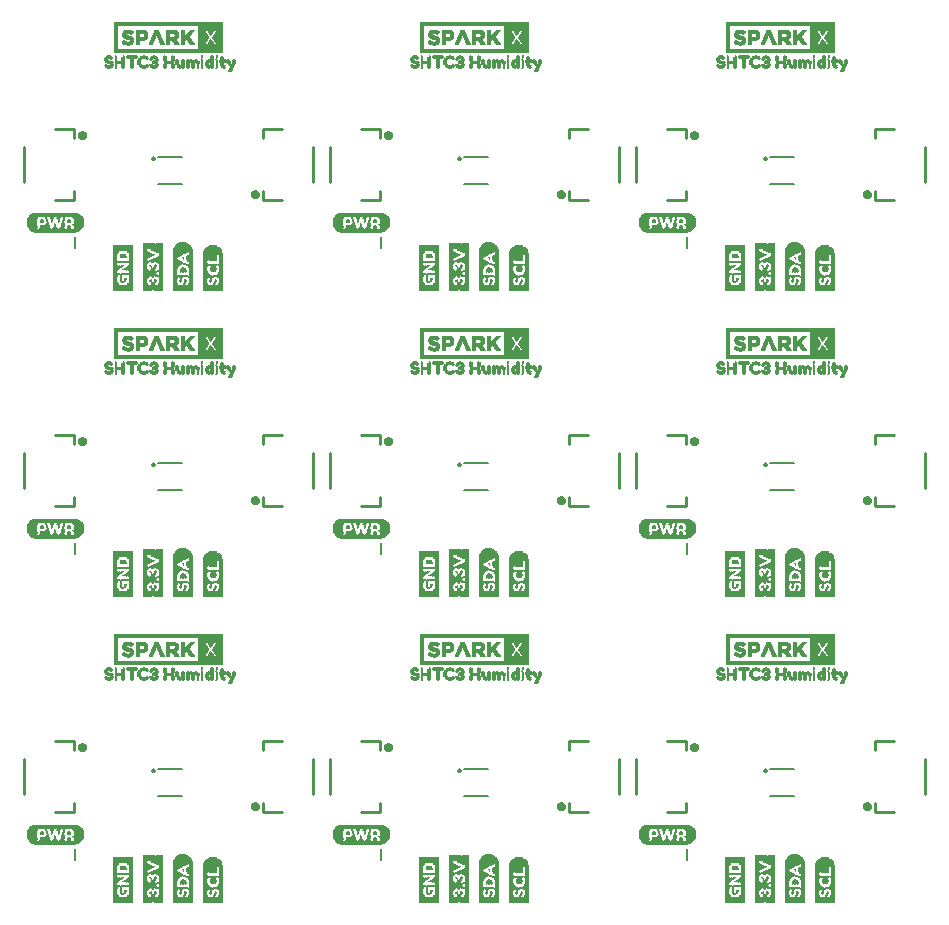
<source format=gto>
G75*
%MOIN*%
%OFA0B0*%
%FSLAX25Y25*%
%IPPOS*%
%LPD*%
%AMOC8*
5,1,8,0,0,1.08239X$1,22.5*
%
%ADD10C,0.01000*%
%ADD11C,0.01575*%
%ADD12C,0.00039*%
%ADD13R,0.00157X0.15906*%
%ADD14R,0.00157X0.02992*%
%ADD15R,0.00157X0.03937*%
%ADD16R,0.00157X0.07402*%
%ADD17R,0.00157X0.02520*%
%ADD18R,0.00157X0.03307*%
%ADD19R,0.00157X0.01102*%
%ADD20R,0.00157X0.02362*%
%ADD21R,0.00157X0.01890*%
%ADD22R,0.00157X0.02677*%
%ADD23R,0.00157X0.00787*%
%ADD24R,0.00157X0.01732*%
%ADD25R,0.00157X0.02205*%
%ADD26R,0.00157X0.00630*%
%ADD27R,0.00157X0.02047*%
%ADD28R,0.00157X0.00472*%
%ADD29R,0.00157X0.00315*%
%ADD30R,0.00157X0.00945*%
%ADD31R,0.00157X0.01575*%
%ADD32R,0.00157X0.01417*%
%ADD33R,0.00157X0.01260*%
%ADD34R,0.00157X0.03150*%
%ADD35R,0.00157X0.03622*%
%ADD36R,0.00157X0.00157*%
%ADD37R,0.00157X0.02835*%
%ADD38R,0.00157X0.03465*%
%ADD39R,0.00157X0.15276*%
%ADD40R,0.00157X0.11024*%
%ADD41R,0.00157X0.12913*%
%ADD42R,0.00157X0.13386*%
%ADD43R,0.00157X0.13701*%
%ADD44R,0.00157X0.14016*%
%ADD45R,0.00157X0.14173*%
%ADD46R,0.00157X0.14331*%
%ADD47R,0.00157X0.14488*%
%ADD48R,0.00157X0.07087*%
%ADD49R,0.00157X0.04882*%
%ADD50R,0.00157X0.05039*%
%ADD51R,0.00157X0.05197*%
%ADD52R,0.00157X0.13858*%
%ADD53R,0.00157X0.14646*%
%ADD54R,0.00157X0.14961*%
%ADD55R,0.00157X0.15118*%
%ADD56R,0.00157X0.15433*%
%ADD57R,0.00157X0.11969*%
%ADD58R,0.00157X0.04567*%
%ADD59R,0.00157X0.04409*%
%ADD60R,0.00157X0.04252*%
%ADD61R,0.00157X0.04094*%
%ADD62R,0.00157X0.03780*%
%ADD63C,0.00500*%
%ADD64R,0.14331X0.00157*%
%ADD65R,0.15276X0.00157*%
%ADD66R,0.15906X0.00157*%
%ADD67R,0.16535X0.00157*%
%ADD68R,0.16850X0.00157*%
%ADD69R,0.17165X0.00157*%
%ADD70R,0.17480X0.00157*%
%ADD71R,0.06614X0.00157*%
%ADD72R,0.04094X0.00157*%
%ADD73R,0.06772X0.00157*%
%ADD74R,0.02992X0.00157*%
%ADD75R,0.01260X0.00157*%
%ADD76R,0.01575X0.00157*%
%ADD77R,0.00630X0.00157*%
%ADD78R,0.03780X0.00157*%
%ADD79R,0.00787X0.00157*%
%ADD80R,0.00472X0.00157*%
%ADD81R,0.03465X0.00157*%
%ADD82R,0.03150X0.00157*%
%ADD83R,0.01102X0.00157*%
%ADD84R,0.03307X0.00157*%
%ADD85R,0.00315X0.00157*%
%ADD86R,0.00945X0.00157*%
%ADD87R,0.03622X0.00157*%
%ADD88R,0.01732X0.00157*%
%ADD89R,0.02205X0.00157*%
%ADD90R,0.01417X0.00157*%
%ADD91R,0.02835X0.00157*%
%ADD92R,0.01890X0.00157*%
%ADD93C,0.00800*%
%ADD94R,0.03937X0.00157*%
%ADD95R,0.02362X0.00157*%
%ADD96R,0.02520X0.00157*%
%ADD97R,0.02677X0.00157*%
%ADD98R,0.02047X0.00157*%
%ADD99R,0.04252X0.00157*%
%ADD100R,0.04409X0.00157*%
D10*
X0045468Y0066939D02*
X0051964Y0066939D01*
X0051964Y0069892D01*
X0035232Y0072844D02*
X0035232Y0084656D01*
X0045468Y0090561D02*
X0051964Y0090561D01*
X0051964Y0087608D01*
X0114720Y0087608D02*
X0114720Y0090561D01*
X0121216Y0090561D01*
X0131452Y0084656D02*
X0131452Y0072844D01*
X0137232Y0072844D02*
X0137232Y0084656D01*
X0147468Y0090561D02*
X0153964Y0090561D01*
X0153964Y0087608D01*
X0153964Y0069892D02*
X0153964Y0066939D01*
X0147468Y0066939D01*
X0121216Y0066939D02*
X0114720Y0066939D01*
X0114720Y0069892D01*
X0216720Y0069892D02*
X0216720Y0066939D01*
X0223216Y0066939D01*
X0233452Y0072844D02*
X0233452Y0084656D01*
X0239232Y0084656D02*
X0239232Y0072844D01*
X0249468Y0066939D02*
X0255964Y0066939D01*
X0255964Y0069892D01*
X0255964Y0087608D02*
X0255964Y0090561D01*
X0249468Y0090561D01*
X0223216Y0090561D02*
X0216720Y0090561D01*
X0216720Y0087608D01*
X0216720Y0168939D02*
X0216720Y0171892D01*
X0216720Y0168939D02*
X0223216Y0168939D01*
X0233452Y0174844D02*
X0233452Y0186656D01*
X0239232Y0186656D02*
X0239232Y0174844D01*
X0249468Y0168939D02*
X0255964Y0168939D01*
X0255964Y0171892D01*
X0255964Y0189608D02*
X0255964Y0192561D01*
X0249468Y0192561D01*
X0223216Y0192561D02*
X0216720Y0192561D01*
X0216720Y0189608D01*
X0153964Y0189608D02*
X0153964Y0192561D01*
X0147468Y0192561D01*
X0137232Y0186656D02*
X0137232Y0174844D01*
X0131452Y0174844D02*
X0131452Y0186656D01*
X0121216Y0192561D02*
X0114720Y0192561D01*
X0114720Y0189608D01*
X0114720Y0171892D02*
X0114720Y0168939D01*
X0121216Y0168939D01*
X0147468Y0168939D02*
X0153964Y0168939D01*
X0153964Y0171892D01*
X0051964Y0171892D02*
X0051964Y0168939D01*
X0045468Y0168939D01*
X0035232Y0174844D02*
X0035232Y0186656D01*
X0045468Y0192561D02*
X0051964Y0192561D01*
X0051964Y0189608D01*
X0051964Y0270939D02*
X0045468Y0270939D01*
X0051964Y0270939D02*
X0051964Y0273892D01*
X0035232Y0276844D02*
X0035232Y0288656D01*
X0045468Y0294561D02*
X0051964Y0294561D01*
X0051964Y0291608D01*
X0114720Y0291608D02*
X0114720Y0294561D01*
X0121216Y0294561D01*
X0131452Y0288656D02*
X0131452Y0276844D01*
X0137232Y0276844D02*
X0137232Y0288656D01*
X0147468Y0294561D02*
X0153964Y0294561D01*
X0153964Y0291608D01*
X0153964Y0273892D02*
X0153964Y0270939D01*
X0147468Y0270939D01*
X0121216Y0270939D02*
X0114720Y0270939D01*
X0114720Y0273892D01*
X0216720Y0273892D02*
X0216720Y0270939D01*
X0223216Y0270939D01*
X0233452Y0276844D02*
X0233452Y0288656D01*
X0239232Y0288656D02*
X0239232Y0276844D01*
X0249468Y0270939D02*
X0255964Y0270939D01*
X0255964Y0273892D01*
X0255964Y0291608D02*
X0255964Y0294561D01*
X0249468Y0294561D01*
X0223216Y0294561D02*
X0216720Y0294561D01*
X0216720Y0291608D01*
X0318720Y0291608D02*
X0318720Y0294561D01*
X0325216Y0294561D01*
X0335452Y0288656D02*
X0335452Y0276844D01*
X0325216Y0270939D02*
X0318720Y0270939D01*
X0318720Y0273892D01*
X0318720Y0192561D02*
X0325216Y0192561D01*
X0318720Y0192561D02*
X0318720Y0189608D01*
X0335452Y0186656D02*
X0335452Y0174844D01*
X0325216Y0168939D02*
X0318720Y0168939D01*
X0318720Y0171892D01*
X0318720Y0090561D02*
X0325216Y0090561D01*
X0318720Y0090561D02*
X0318720Y0087608D01*
X0335452Y0084656D02*
X0335452Y0072844D01*
X0325216Y0066939D02*
X0318720Y0066939D01*
X0318720Y0069892D01*
D11*
X0315604Y0068907D02*
X0315606Y0068954D01*
X0315612Y0069000D01*
X0315621Y0069046D01*
X0315635Y0069090D01*
X0315652Y0069134D01*
X0315673Y0069175D01*
X0315697Y0069215D01*
X0315724Y0069253D01*
X0315755Y0069288D01*
X0315788Y0069321D01*
X0315824Y0069351D01*
X0315863Y0069377D01*
X0315903Y0069401D01*
X0315945Y0069420D01*
X0315989Y0069437D01*
X0316034Y0069449D01*
X0316080Y0069458D01*
X0316126Y0069463D01*
X0316173Y0069464D01*
X0316219Y0069461D01*
X0316265Y0069454D01*
X0316311Y0069443D01*
X0316355Y0069429D01*
X0316398Y0069411D01*
X0316439Y0069389D01*
X0316479Y0069364D01*
X0316516Y0069336D01*
X0316551Y0069305D01*
X0316583Y0069271D01*
X0316612Y0069234D01*
X0316637Y0069196D01*
X0316660Y0069155D01*
X0316679Y0069112D01*
X0316694Y0069068D01*
X0316706Y0069023D01*
X0316714Y0068977D01*
X0316718Y0068930D01*
X0316718Y0068884D01*
X0316714Y0068837D01*
X0316706Y0068791D01*
X0316694Y0068746D01*
X0316679Y0068702D01*
X0316660Y0068659D01*
X0316637Y0068618D01*
X0316612Y0068580D01*
X0316583Y0068543D01*
X0316551Y0068509D01*
X0316516Y0068478D01*
X0316479Y0068450D01*
X0316440Y0068425D01*
X0316398Y0068403D01*
X0316355Y0068385D01*
X0316311Y0068371D01*
X0316265Y0068360D01*
X0316219Y0068353D01*
X0316173Y0068350D01*
X0316126Y0068351D01*
X0316080Y0068356D01*
X0316034Y0068365D01*
X0315989Y0068377D01*
X0315945Y0068394D01*
X0315903Y0068413D01*
X0315863Y0068437D01*
X0315824Y0068463D01*
X0315788Y0068493D01*
X0315755Y0068526D01*
X0315724Y0068561D01*
X0315697Y0068599D01*
X0315673Y0068639D01*
X0315652Y0068680D01*
X0315635Y0068724D01*
X0315621Y0068768D01*
X0315612Y0068814D01*
X0315606Y0068860D01*
X0315604Y0068907D01*
X0257966Y0088593D02*
X0257968Y0088640D01*
X0257974Y0088686D01*
X0257983Y0088732D01*
X0257997Y0088776D01*
X0258014Y0088820D01*
X0258035Y0088861D01*
X0258059Y0088901D01*
X0258086Y0088939D01*
X0258117Y0088974D01*
X0258150Y0089007D01*
X0258186Y0089037D01*
X0258225Y0089063D01*
X0258265Y0089087D01*
X0258307Y0089106D01*
X0258351Y0089123D01*
X0258396Y0089135D01*
X0258442Y0089144D01*
X0258488Y0089149D01*
X0258535Y0089150D01*
X0258581Y0089147D01*
X0258627Y0089140D01*
X0258673Y0089129D01*
X0258717Y0089115D01*
X0258760Y0089097D01*
X0258801Y0089075D01*
X0258841Y0089050D01*
X0258878Y0089022D01*
X0258913Y0088991D01*
X0258945Y0088957D01*
X0258974Y0088920D01*
X0258999Y0088882D01*
X0259022Y0088841D01*
X0259041Y0088798D01*
X0259056Y0088754D01*
X0259068Y0088709D01*
X0259076Y0088663D01*
X0259080Y0088616D01*
X0259080Y0088570D01*
X0259076Y0088523D01*
X0259068Y0088477D01*
X0259056Y0088432D01*
X0259041Y0088388D01*
X0259022Y0088345D01*
X0258999Y0088304D01*
X0258974Y0088266D01*
X0258945Y0088229D01*
X0258913Y0088195D01*
X0258878Y0088164D01*
X0258841Y0088136D01*
X0258802Y0088111D01*
X0258760Y0088089D01*
X0258717Y0088071D01*
X0258673Y0088057D01*
X0258627Y0088046D01*
X0258581Y0088039D01*
X0258535Y0088036D01*
X0258488Y0088037D01*
X0258442Y0088042D01*
X0258396Y0088051D01*
X0258351Y0088063D01*
X0258307Y0088080D01*
X0258265Y0088099D01*
X0258225Y0088123D01*
X0258186Y0088149D01*
X0258150Y0088179D01*
X0258117Y0088212D01*
X0258086Y0088247D01*
X0258059Y0088285D01*
X0258035Y0088325D01*
X0258014Y0088366D01*
X0257997Y0088410D01*
X0257983Y0088454D01*
X0257974Y0088500D01*
X0257968Y0088546D01*
X0257966Y0088593D01*
X0213604Y0068907D02*
X0213606Y0068954D01*
X0213612Y0069000D01*
X0213621Y0069046D01*
X0213635Y0069090D01*
X0213652Y0069134D01*
X0213673Y0069175D01*
X0213697Y0069215D01*
X0213724Y0069253D01*
X0213755Y0069288D01*
X0213788Y0069321D01*
X0213824Y0069351D01*
X0213863Y0069377D01*
X0213903Y0069401D01*
X0213945Y0069420D01*
X0213989Y0069437D01*
X0214034Y0069449D01*
X0214080Y0069458D01*
X0214126Y0069463D01*
X0214173Y0069464D01*
X0214219Y0069461D01*
X0214265Y0069454D01*
X0214311Y0069443D01*
X0214355Y0069429D01*
X0214398Y0069411D01*
X0214439Y0069389D01*
X0214479Y0069364D01*
X0214516Y0069336D01*
X0214551Y0069305D01*
X0214583Y0069271D01*
X0214612Y0069234D01*
X0214637Y0069196D01*
X0214660Y0069155D01*
X0214679Y0069112D01*
X0214694Y0069068D01*
X0214706Y0069023D01*
X0214714Y0068977D01*
X0214718Y0068930D01*
X0214718Y0068884D01*
X0214714Y0068837D01*
X0214706Y0068791D01*
X0214694Y0068746D01*
X0214679Y0068702D01*
X0214660Y0068659D01*
X0214637Y0068618D01*
X0214612Y0068580D01*
X0214583Y0068543D01*
X0214551Y0068509D01*
X0214516Y0068478D01*
X0214479Y0068450D01*
X0214440Y0068425D01*
X0214398Y0068403D01*
X0214355Y0068385D01*
X0214311Y0068371D01*
X0214265Y0068360D01*
X0214219Y0068353D01*
X0214173Y0068350D01*
X0214126Y0068351D01*
X0214080Y0068356D01*
X0214034Y0068365D01*
X0213989Y0068377D01*
X0213945Y0068394D01*
X0213903Y0068413D01*
X0213863Y0068437D01*
X0213824Y0068463D01*
X0213788Y0068493D01*
X0213755Y0068526D01*
X0213724Y0068561D01*
X0213697Y0068599D01*
X0213673Y0068639D01*
X0213652Y0068680D01*
X0213635Y0068724D01*
X0213621Y0068768D01*
X0213612Y0068814D01*
X0213606Y0068860D01*
X0213604Y0068907D01*
X0155966Y0088593D02*
X0155968Y0088640D01*
X0155974Y0088686D01*
X0155983Y0088732D01*
X0155997Y0088776D01*
X0156014Y0088820D01*
X0156035Y0088861D01*
X0156059Y0088901D01*
X0156086Y0088939D01*
X0156117Y0088974D01*
X0156150Y0089007D01*
X0156186Y0089037D01*
X0156225Y0089063D01*
X0156265Y0089087D01*
X0156307Y0089106D01*
X0156351Y0089123D01*
X0156396Y0089135D01*
X0156442Y0089144D01*
X0156488Y0089149D01*
X0156535Y0089150D01*
X0156581Y0089147D01*
X0156627Y0089140D01*
X0156673Y0089129D01*
X0156717Y0089115D01*
X0156760Y0089097D01*
X0156801Y0089075D01*
X0156841Y0089050D01*
X0156878Y0089022D01*
X0156913Y0088991D01*
X0156945Y0088957D01*
X0156974Y0088920D01*
X0156999Y0088882D01*
X0157022Y0088841D01*
X0157041Y0088798D01*
X0157056Y0088754D01*
X0157068Y0088709D01*
X0157076Y0088663D01*
X0157080Y0088616D01*
X0157080Y0088570D01*
X0157076Y0088523D01*
X0157068Y0088477D01*
X0157056Y0088432D01*
X0157041Y0088388D01*
X0157022Y0088345D01*
X0156999Y0088304D01*
X0156974Y0088266D01*
X0156945Y0088229D01*
X0156913Y0088195D01*
X0156878Y0088164D01*
X0156841Y0088136D01*
X0156802Y0088111D01*
X0156760Y0088089D01*
X0156717Y0088071D01*
X0156673Y0088057D01*
X0156627Y0088046D01*
X0156581Y0088039D01*
X0156535Y0088036D01*
X0156488Y0088037D01*
X0156442Y0088042D01*
X0156396Y0088051D01*
X0156351Y0088063D01*
X0156307Y0088080D01*
X0156265Y0088099D01*
X0156225Y0088123D01*
X0156186Y0088149D01*
X0156150Y0088179D01*
X0156117Y0088212D01*
X0156086Y0088247D01*
X0156059Y0088285D01*
X0156035Y0088325D01*
X0156014Y0088366D01*
X0155997Y0088410D01*
X0155983Y0088454D01*
X0155974Y0088500D01*
X0155968Y0088546D01*
X0155966Y0088593D01*
X0111604Y0068907D02*
X0111606Y0068954D01*
X0111612Y0069000D01*
X0111621Y0069046D01*
X0111635Y0069090D01*
X0111652Y0069134D01*
X0111673Y0069175D01*
X0111697Y0069215D01*
X0111724Y0069253D01*
X0111755Y0069288D01*
X0111788Y0069321D01*
X0111824Y0069351D01*
X0111863Y0069377D01*
X0111903Y0069401D01*
X0111945Y0069420D01*
X0111989Y0069437D01*
X0112034Y0069449D01*
X0112080Y0069458D01*
X0112126Y0069463D01*
X0112173Y0069464D01*
X0112219Y0069461D01*
X0112265Y0069454D01*
X0112311Y0069443D01*
X0112355Y0069429D01*
X0112398Y0069411D01*
X0112439Y0069389D01*
X0112479Y0069364D01*
X0112516Y0069336D01*
X0112551Y0069305D01*
X0112583Y0069271D01*
X0112612Y0069234D01*
X0112637Y0069196D01*
X0112660Y0069155D01*
X0112679Y0069112D01*
X0112694Y0069068D01*
X0112706Y0069023D01*
X0112714Y0068977D01*
X0112718Y0068930D01*
X0112718Y0068884D01*
X0112714Y0068837D01*
X0112706Y0068791D01*
X0112694Y0068746D01*
X0112679Y0068702D01*
X0112660Y0068659D01*
X0112637Y0068618D01*
X0112612Y0068580D01*
X0112583Y0068543D01*
X0112551Y0068509D01*
X0112516Y0068478D01*
X0112479Y0068450D01*
X0112440Y0068425D01*
X0112398Y0068403D01*
X0112355Y0068385D01*
X0112311Y0068371D01*
X0112265Y0068360D01*
X0112219Y0068353D01*
X0112173Y0068350D01*
X0112126Y0068351D01*
X0112080Y0068356D01*
X0112034Y0068365D01*
X0111989Y0068377D01*
X0111945Y0068394D01*
X0111903Y0068413D01*
X0111863Y0068437D01*
X0111824Y0068463D01*
X0111788Y0068493D01*
X0111755Y0068526D01*
X0111724Y0068561D01*
X0111697Y0068599D01*
X0111673Y0068639D01*
X0111652Y0068680D01*
X0111635Y0068724D01*
X0111621Y0068768D01*
X0111612Y0068814D01*
X0111606Y0068860D01*
X0111604Y0068907D01*
X0053966Y0088593D02*
X0053968Y0088640D01*
X0053974Y0088686D01*
X0053983Y0088732D01*
X0053997Y0088776D01*
X0054014Y0088820D01*
X0054035Y0088861D01*
X0054059Y0088901D01*
X0054086Y0088939D01*
X0054117Y0088974D01*
X0054150Y0089007D01*
X0054186Y0089037D01*
X0054225Y0089063D01*
X0054265Y0089087D01*
X0054307Y0089106D01*
X0054351Y0089123D01*
X0054396Y0089135D01*
X0054442Y0089144D01*
X0054488Y0089149D01*
X0054535Y0089150D01*
X0054581Y0089147D01*
X0054627Y0089140D01*
X0054673Y0089129D01*
X0054717Y0089115D01*
X0054760Y0089097D01*
X0054801Y0089075D01*
X0054841Y0089050D01*
X0054878Y0089022D01*
X0054913Y0088991D01*
X0054945Y0088957D01*
X0054974Y0088920D01*
X0054999Y0088882D01*
X0055022Y0088841D01*
X0055041Y0088798D01*
X0055056Y0088754D01*
X0055068Y0088709D01*
X0055076Y0088663D01*
X0055080Y0088616D01*
X0055080Y0088570D01*
X0055076Y0088523D01*
X0055068Y0088477D01*
X0055056Y0088432D01*
X0055041Y0088388D01*
X0055022Y0088345D01*
X0054999Y0088304D01*
X0054974Y0088266D01*
X0054945Y0088229D01*
X0054913Y0088195D01*
X0054878Y0088164D01*
X0054841Y0088136D01*
X0054802Y0088111D01*
X0054760Y0088089D01*
X0054717Y0088071D01*
X0054673Y0088057D01*
X0054627Y0088046D01*
X0054581Y0088039D01*
X0054535Y0088036D01*
X0054488Y0088037D01*
X0054442Y0088042D01*
X0054396Y0088051D01*
X0054351Y0088063D01*
X0054307Y0088080D01*
X0054265Y0088099D01*
X0054225Y0088123D01*
X0054186Y0088149D01*
X0054150Y0088179D01*
X0054117Y0088212D01*
X0054086Y0088247D01*
X0054059Y0088285D01*
X0054035Y0088325D01*
X0054014Y0088366D01*
X0053997Y0088410D01*
X0053983Y0088454D01*
X0053974Y0088500D01*
X0053968Y0088546D01*
X0053966Y0088593D01*
X0111604Y0170907D02*
X0111606Y0170954D01*
X0111612Y0171000D01*
X0111621Y0171046D01*
X0111635Y0171090D01*
X0111652Y0171134D01*
X0111673Y0171175D01*
X0111697Y0171215D01*
X0111724Y0171253D01*
X0111755Y0171288D01*
X0111788Y0171321D01*
X0111824Y0171351D01*
X0111863Y0171377D01*
X0111903Y0171401D01*
X0111945Y0171420D01*
X0111989Y0171437D01*
X0112034Y0171449D01*
X0112080Y0171458D01*
X0112126Y0171463D01*
X0112173Y0171464D01*
X0112219Y0171461D01*
X0112265Y0171454D01*
X0112311Y0171443D01*
X0112355Y0171429D01*
X0112398Y0171411D01*
X0112439Y0171389D01*
X0112479Y0171364D01*
X0112516Y0171336D01*
X0112551Y0171305D01*
X0112583Y0171271D01*
X0112612Y0171234D01*
X0112637Y0171196D01*
X0112660Y0171155D01*
X0112679Y0171112D01*
X0112694Y0171068D01*
X0112706Y0171023D01*
X0112714Y0170977D01*
X0112718Y0170930D01*
X0112718Y0170884D01*
X0112714Y0170837D01*
X0112706Y0170791D01*
X0112694Y0170746D01*
X0112679Y0170702D01*
X0112660Y0170659D01*
X0112637Y0170618D01*
X0112612Y0170580D01*
X0112583Y0170543D01*
X0112551Y0170509D01*
X0112516Y0170478D01*
X0112479Y0170450D01*
X0112440Y0170425D01*
X0112398Y0170403D01*
X0112355Y0170385D01*
X0112311Y0170371D01*
X0112265Y0170360D01*
X0112219Y0170353D01*
X0112173Y0170350D01*
X0112126Y0170351D01*
X0112080Y0170356D01*
X0112034Y0170365D01*
X0111989Y0170377D01*
X0111945Y0170394D01*
X0111903Y0170413D01*
X0111863Y0170437D01*
X0111824Y0170463D01*
X0111788Y0170493D01*
X0111755Y0170526D01*
X0111724Y0170561D01*
X0111697Y0170599D01*
X0111673Y0170639D01*
X0111652Y0170680D01*
X0111635Y0170724D01*
X0111621Y0170768D01*
X0111612Y0170814D01*
X0111606Y0170860D01*
X0111604Y0170907D01*
X0155966Y0190593D02*
X0155968Y0190640D01*
X0155974Y0190686D01*
X0155983Y0190732D01*
X0155997Y0190776D01*
X0156014Y0190820D01*
X0156035Y0190861D01*
X0156059Y0190901D01*
X0156086Y0190939D01*
X0156117Y0190974D01*
X0156150Y0191007D01*
X0156186Y0191037D01*
X0156225Y0191063D01*
X0156265Y0191087D01*
X0156307Y0191106D01*
X0156351Y0191123D01*
X0156396Y0191135D01*
X0156442Y0191144D01*
X0156488Y0191149D01*
X0156535Y0191150D01*
X0156581Y0191147D01*
X0156627Y0191140D01*
X0156673Y0191129D01*
X0156717Y0191115D01*
X0156760Y0191097D01*
X0156801Y0191075D01*
X0156841Y0191050D01*
X0156878Y0191022D01*
X0156913Y0190991D01*
X0156945Y0190957D01*
X0156974Y0190920D01*
X0156999Y0190882D01*
X0157022Y0190841D01*
X0157041Y0190798D01*
X0157056Y0190754D01*
X0157068Y0190709D01*
X0157076Y0190663D01*
X0157080Y0190616D01*
X0157080Y0190570D01*
X0157076Y0190523D01*
X0157068Y0190477D01*
X0157056Y0190432D01*
X0157041Y0190388D01*
X0157022Y0190345D01*
X0156999Y0190304D01*
X0156974Y0190266D01*
X0156945Y0190229D01*
X0156913Y0190195D01*
X0156878Y0190164D01*
X0156841Y0190136D01*
X0156802Y0190111D01*
X0156760Y0190089D01*
X0156717Y0190071D01*
X0156673Y0190057D01*
X0156627Y0190046D01*
X0156581Y0190039D01*
X0156535Y0190036D01*
X0156488Y0190037D01*
X0156442Y0190042D01*
X0156396Y0190051D01*
X0156351Y0190063D01*
X0156307Y0190080D01*
X0156265Y0190099D01*
X0156225Y0190123D01*
X0156186Y0190149D01*
X0156150Y0190179D01*
X0156117Y0190212D01*
X0156086Y0190247D01*
X0156059Y0190285D01*
X0156035Y0190325D01*
X0156014Y0190366D01*
X0155997Y0190410D01*
X0155983Y0190454D01*
X0155974Y0190500D01*
X0155968Y0190546D01*
X0155966Y0190593D01*
X0213604Y0170907D02*
X0213606Y0170954D01*
X0213612Y0171000D01*
X0213621Y0171046D01*
X0213635Y0171090D01*
X0213652Y0171134D01*
X0213673Y0171175D01*
X0213697Y0171215D01*
X0213724Y0171253D01*
X0213755Y0171288D01*
X0213788Y0171321D01*
X0213824Y0171351D01*
X0213863Y0171377D01*
X0213903Y0171401D01*
X0213945Y0171420D01*
X0213989Y0171437D01*
X0214034Y0171449D01*
X0214080Y0171458D01*
X0214126Y0171463D01*
X0214173Y0171464D01*
X0214219Y0171461D01*
X0214265Y0171454D01*
X0214311Y0171443D01*
X0214355Y0171429D01*
X0214398Y0171411D01*
X0214439Y0171389D01*
X0214479Y0171364D01*
X0214516Y0171336D01*
X0214551Y0171305D01*
X0214583Y0171271D01*
X0214612Y0171234D01*
X0214637Y0171196D01*
X0214660Y0171155D01*
X0214679Y0171112D01*
X0214694Y0171068D01*
X0214706Y0171023D01*
X0214714Y0170977D01*
X0214718Y0170930D01*
X0214718Y0170884D01*
X0214714Y0170837D01*
X0214706Y0170791D01*
X0214694Y0170746D01*
X0214679Y0170702D01*
X0214660Y0170659D01*
X0214637Y0170618D01*
X0214612Y0170580D01*
X0214583Y0170543D01*
X0214551Y0170509D01*
X0214516Y0170478D01*
X0214479Y0170450D01*
X0214440Y0170425D01*
X0214398Y0170403D01*
X0214355Y0170385D01*
X0214311Y0170371D01*
X0214265Y0170360D01*
X0214219Y0170353D01*
X0214173Y0170350D01*
X0214126Y0170351D01*
X0214080Y0170356D01*
X0214034Y0170365D01*
X0213989Y0170377D01*
X0213945Y0170394D01*
X0213903Y0170413D01*
X0213863Y0170437D01*
X0213824Y0170463D01*
X0213788Y0170493D01*
X0213755Y0170526D01*
X0213724Y0170561D01*
X0213697Y0170599D01*
X0213673Y0170639D01*
X0213652Y0170680D01*
X0213635Y0170724D01*
X0213621Y0170768D01*
X0213612Y0170814D01*
X0213606Y0170860D01*
X0213604Y0170907D01*
X0257966Y0190593D02*
X0257968Y0190640D01*
X0257974Y0190686D01*
X0257983Y0190732D01*
X0257997Y0190776D01*
X0258014Y0190820D01*
X0258035Y0190861D01*
X0258059Y0190901D01*
X0258086Y0190939D01*
X0258117Y0190974D01*
X0258150Y0191007D01*
X0258186Y0191037D01*
X0258225Y0191063D01*
X0258265Y0191087D01*
X0258307Y0191106D01*
X0258351Y0191123D01*
X0258396Y0191135D01*
X0258442Y0191144D01*
X0258488Y0191149D01*
X0258535Y0191150D01*
X0258581Y0191147D01*
X0258627Y0191140D01*
X0258673Y0191129D01*
X0258717Y0191115D01*
X0258760Y0191097D01*
X0258801Y0191075D01*
X0258841Y0191050D01*
X0258878Y0191022D01*
X0258913Y0190991D01*
X0258945Y0190957D01*
X0258974Y0190920D01*
X0258999Y0190882D01*
X0259022Y0190841D01*
X0259041Y0190798D01*
X0259056Y0190754D01*
X0259068Y0190709D01*
X0259076Y0190663D01*
X0259080Y0190616D01*
X0259080Y0190570D01*
X0259076Y0190523D01*
X0259068Y0190477D01*
X0259056Y0190432D01*
X0259041Y0190388D01*
X0259022Y0190345D01*
X0258999Y0190304D01*
X0258974Y0190266D01*
X0258945Y0190229D01*
X0258913Y0190195D01*
X0258878Y0190164D01*
X0258841Y0190136D01*
X0258802Y0190111D01*
X0258760Y0190089D01*
X0258717Y0190071D01*
X0258673Y0190057D01*
X0258627Y0190046D01*
X0258581Y0190039D01*
X0258535Y0190036D01*
X0258488Y0190037D01*
X0258442Y0190042D01*
X0258396Y0190051D01*
X0258351Y0190063D01*
X0258307Y0190080D01*
X0258265Y0190099D01*
X0258225Y0190123D01*
X0258186Y0190149D01*
X0258150Y0190179D01*
X0258117Y0190212D01*
X0258086Y0190247D01*
X0258059Y0190285D01*
X0258035Y0190325D01*
X0258014Y0190366D01*
X0257997Y0190410D01*
X0257983Y0190454D01*
X0257974Y0190500D01*
X0257968Y0190546D01*
X0257966Y0190593D01*
X0315604Y0170907D02*
X0315606Y0170954D01*
X0315612Y0171000D01*
X0315621Y0171046D01*
X0315635Y0171090D01*
X0315652Y0171134D01*
X0315673Y0171175D01*
X0315697Y0171215D01*
X0315724Y0171253D01*
X0315755Y0171288D01*
X0315788Y0171321D01*
X0315824Y0171351D01*
X0315863Y0171377D01*
X0315903Y0171401D01*
X0315945Y0171420D01*
X0315989Y0171437D01*
X0316034Y0171449D01*
X0316080Y0171458D01*
X0316126Y0171463D01*
X0316173Y0171464D01*
X0316219Y0171461D01*
X0316265Y0171454D01*
X0316311Y0171443D01*
X0316355Y0171429D01*
X0316398Y0171411D01*
X0316439Y0171389D01*
X0316479Y0171364D01*
X0316516Y0171336D01*
X0316551Y0171305D01*
X0316583Y0171271D01*
X0316612Y0171234D01*
X0316637Y0171196D01*
X0316660Y0171155D01*
X0316679Y0171112D01*
X0316694Y0171068D01*
X0316706Y0171023D01*
X0316714Y0170977D01*
X0316718Y0170930D01*
X0316718Y0170884D01*
X0316714Y0170837D01*
X0316706Y0170791D01*
X0316694Y0170746D01*
X0316679Y0170702D01*
X0316660Y0170659D01*
X0316637Y0170618D01*
X0316612Y0170580D01*
X0316583Y0170543D01*
X0316551Y0170509D01*
X0316516Y0170478D01*
X0316479Y0170450D01*
X0316440Y0170425D01*
X0316398Y0170403D01*
X0316355Y0170385D01*
X0316311Y0170371D01*
X0316265Y0170360D01*
X0316219Y0170353D01*
X0316173Y0170350D01*
X0316126Y0170351D01*
X0316080Y0170356D01*
X0316034Y0170365D01*
X0315989Y0170377D01*
X0315945Y0170394D01*
X0315903Y0170413D01*
X0315863Y0170437D01*
X0315824Y0170463D01*
X0315788Y0170493D01*
X0315755Y0170526D01*
X0315724Y0170561D01*
X0315697Y0170599D01*
X0315673Y0170639D01*
X0315652Y0170680D01*
X0315635Y0170724D01*
X0315621Y0170768D01*
X0315612Y0170814D01*
X0315606Y0170860D01*
X0315604Y0170907D01*
X0315604Y0272907D02*
X0315606Y0272954D01*
X0315612Y0273000D01*
X0315621Y0273046D01*
X0315635Y0273090D01*
X0315652Y0273134D01*
X0315673Y0273175D01*
X0315697Y0273215D01*
X0315724Y0273253D01*
X0315755Y0273288D01*
X0315788Y0273321D01*
X0315824Y0273351D01*
X0315863Y0273377D01*
X0315903Y0273401D01*
X0315945Y0273420D01*
X0315989Y0273437D01*
X0316034Y0273449D01*
X0316080Y0273458D01*
X0316126Y0273463D01*
X0316173Y0273464D01*
X0316219Y0273461D01*
X0316265Y0273454D01*
X0316311Y0273443D01*
X0316355Y0273429D01*
X0316398Y0273411D01*
X0316439Y0273389D01*
X0316479Y0273364D01*
X0316516Y0273336D01*
X0316551Y0273305D01*
X0316583Y0273271D01*
X0316612Y0273234D01*
X0316637Y0273196D01*
X0316660Y0273155D01*
X0316679Y0273112D01*
X0316694Y0273068D01*
X0316706Y0273023D01*
X0316714Y0272977D01*
X0316718Y0272930D01*
X0316718Y0272884D01*
X0316714Y0272837D01*
X0316706Y0272791D01*
X0316694Y0272746D01*
X0316679Y0272702D01*
X0316660Y0272659D01*
X0316637Y0272618D01*
X0316612Y0272580D01*
X0316583Y0272543D01*
X0316551Y0272509D01*
X0316516Y0272478D01*
X0316479Y0272450D01*
X0316440Y0272425D01*
X0316398Y0272403D01*
X0316355Y0272385D01*
X0316311Y0272371D01*
X0316265Y0272360D01*
X0316219Y0272353D01*
X0316173Y0272350D01*
X0316126Y0272351D01*
X0316080Y0272356D01*
X0316034Y0272365D01*
X0315989Y0272377D01*
X0315945Y0272394D01*
X0315903Y0272413D01*
X0315863Y0272437D01*
X0315824Y0272463D01*
X0315788Y0272493D01*
X0315755Y0272526D01*
X0315724Y0272561D01*
X0315697Y0272599D01*
X0315673Y0272639D01*
X0315652Y0272680D01*
X0315635Y0272724D01*
X0315621Y0272768D01*
X0315612Y0272814D01*
X0315606Y0272860D01*
X0315604Y0272907D01*
X0257966Y0292593D02*
X0257968Y0292640D01*
X0257974Y0292686D01*
X0257983Y0292732D01*
X0257997Y0292776D01*
X0258014Y0292820D01*
X0258035Y0292861D01*
X0258059Y0292901D01*
X0258086Y0292939D01*
X0258117Y0292974D01*
X0258150Y0293007D01*
X0258186Y0293037D01*
X0258225Y0293063D01*
X0258265Y0293087D01*
X0258307Y0293106D01*
X0258351Y0293123D01*
X0258396Y0293135D01*
X0258442Y0293144D01*
X0258488Y0293149D01*
X0258535Y0293150D01*
X0258581Y0293147D01*
X0258627Y0293140D01*
X0258673Y0293129D01*
X0258717Y0293115D01*
X0258760Y0293097D01*
X0258801Y0293075D01*
X0258841Y0293050D01*
X0258878Y0293022D01*
X0258913Y0292991D01*
X0258945Y0292957D01*
X0258974Y0292920D01*
X0258999Y0292882D01*
X0259022Y0292841D01*
X0259041Y0292798D01*
X0259056Y0292754D01*
X0259068Y0292709D01*
X0259076Y0292663D01*
X0259080Y0292616D01*
X0259080Y0292570D01*
X0259076Y0292523D01*
X0259068Y0292477D01*
X0259056Y0292432D01*
X0259041Y0292388D01*
X0259022Y0292345D01*
X0258999Y0292304D01*
X0258974Y0292266D01*
X0258945Y0292229D01*
X0258913Y0292195D01*
X0258878Y0292164D01*
X0258841Y0292136D01*
X0258802Y0292111D01*
X0258760Y0292089D01*
X0258717Y0292071D01*
X0258673Y0292057D01*
X0258627Y0292046D01*
X0258581Y0292039D01*
X0258535Y0292036D01*
X0258488Y0292037D01*
X0258442Y0292042D01*
X0258396Y0292051D01*
X0258351Y0292063D01*
X0258307Y0292080D01*
X0258265Y0292099D01*
X0258225Y0292123D01*
X0258186Y0292149D01*
X0258150Y0292179D01*
X0258117Y0292212D01*
X0258086Y0292247D01*
X0258059Y0292285D01*
X0258035Y0292325D01*
X0258014Y0292366D01*
X0257997Y0292410D01*
X0257983Y0292454D01*
X0257974Y0292500D01*
X0257968Y0292546D01*
X0257966Y0292593D01*
X0213604Y0272907D02*
X0213606Y0272954D01*
X0213612Y0273000D01*
X0213621Y0273046D01*
X0213635Y0273090D01*
X0213652Y0273134D01*
X0213673Y0273175D01*
X0213697Y0273215D01*
X0213724Y0273253D01*
X0213755Y0273288D01*
X0213788Y0273321D01*
X0213824Y0273351D01*
X0213863Y0273377D01*
X0213903Y0273401D01*
X0213945Y0273420D01*
X0213989Y0273437D01*
X0214034Y0273449D01*
X0214080Y0273458D01*
X0214126Y0273463D01*
X0214173Y0273464D01*
X0214219Y0273461D01*
X0214265Y0273454D01*
X0214311Y0273443D01*
X0214355Y0273429D01*
X0214398Y0273411D01*
X0214439Y0273389D01*
X0214479Y0273364D01*
X0214516Y0273336D01*
X0214551Y0273305D01*
X0214583Y0273271D01*
X0214612Y0273234D01*
X0214637Y0273196D01*
X0214660Y0273155D01*
X0214679Y0273112D01*
X0214694Y0273068D01*
X0214706Y0273023D01*
X0214714Y0272977D01*
X0214718Y0272930D01*
X0214718Y0272884D01*
X0214714Y0272837D01*
X0214706Y0272791D01*
X0214694Y0272746D01*
X0214679Y0272702D01*
X0214660Y0272659D01*
X0214637Y0272618D01*
X0214612Y0272580D01*
X0214583Y0272543D01*
X0214551Y0272509D01*
X0214516Y0272478D01*
X0214479Y0272450D01*
X0214440Y0272425D01*
X0214398Y0272403D01*
X0214355Y0272385D01*
X0214311Y0272371D01*
X0214265Y0272360D01*
X0214219Y0272353D01*
X0214173Y0272350D01*
X0214126Y0272351D01*
X0214080Y0272356D01*
X0214034Y0272365D01*
X0213989Y0272377D01*
X0213945Y0272394D01*
X0213903Y0272413D01*
X0213863Y0272437D01*
X0213824Y0272463D01*
X0213788Y0272493D01*
X0213755Y0272526D01*
X0213724Y0272561D01*
X0213697Y0272599D01*
X0213673Y0272639D01*
X0213652Y0272680D01*
X0213635Y0272724D01*
X0213621Y0272768D01*
X0213612Y0272814D01*
X0213606Y0272860D01*
X0213604Y0272907D01*
X0155966Y0292593D02*
X0155968Y0292640D01*
X0155974Y0292686D01*
X0155983Y0292732D01*
X0155997Y0292776D01*
X0156014Y0292820D01*
X0156035Y0292861D01*
X0156059Y0292901D01*
X0156086Y0292939D01*
X0156117Y0292974D01*
X0156150Y0293007D01*
X0156186Y0293037D01*
X0156225Y0293063D01*
X0156265Y0293087D01*
X0156307Y0293106D01*
X0156351Y0293123D01*
X0156396Y0293135D01*
X0156442Y0293144D01*
X0156488Y0293149D01*
X0156535Y0293150D01*
X0156581Y0293147D01*
X0156627Y0293140D01*
X0156673Y0293129D01*
X0156717Y0293115D01*
X0156760Y0293097D01*
X0156801Y0293075D01*
X0156841Y0293050D01*
X0156878Y0293022D01*
X0156913Y0292991D01*
X0156945Y0292957D01*
X0156974Y0292920D01*
X0156999Y0292882D01*
X0157022Y0292841D01*
X0157041Y0292798D01*
X0157056Y0292754D01*
X0157068Y0292709D01*
X0157076Y0292663D01*
X0157080Y0292616D01*
X0157080Y0292570D01*
X0157076Y0292523D01*
X0157068Y0292477D01*
X0157056Y0292432D01*
X0157041Y0292388D01*
X0157022Y0292345D01*
X0156999Y0292304D01*
X0156974Y0292266D01*
X0156945Y0292229D01*
X0156913Y0292195D01*
X0156878Y0292164D01*
X0156841Y0292136D01*
X0156802Y0292111D01*
X0156760Y0292089D01*
X0156717Y0292071D01*
X0156673Y0292057D01*
X0156627Y0292046D01*
X0156581Y0292039D01*
X0156535Y0292036D01*
X0156488Y0292037D01*
X0156442Y0292042D01*
X0156396Y0292051D01*
X0156351Y0292063D01*
X0156307Y0292080D01*
X0156265Y0292099D01*
X0156225Y0292123D01*
X0156186Y0292149D01*
X0156150Y0292179D01*
X0156117Y0292212D01*
X0156086Y0292247D01*
X0156059Y0292285D01*
X0156035Y0292325D01*
X0156014Y0292366D01*
X0155997Y0292410D01*
X0155983Y0292454D01*
X0155974Y0292500D01*
X0155968Y0292546D01*
X0155966Y0292593D01*
X0111604Y0272907D02*
X0111606Y0272954D01*
X0111612Y0273000D01*
X0111621Y0273046D01*
X0111635Y0273090D01*
X0111652Y0273134D01*
X0111673Y0273175D01*
X0111697Y0273215D01*
X0111724Y0273253D01*
X0111755Y0273288D01*
X0111788Y0273321D01*
X0111824Y0273351D01*
X0111863Y0273377D01*
X0111903Y0273401D01*
X0111945Y0273420D01*
X0111989Y0273437D01*
X0112034Y0273449D01*
X0112080Y0273458D01*
X0112126Y0273463D01*
X0112173Y0273464D01*
X0112219Y0273461D01*
X0112265Y0273454D01*
X0112311Y0273443D01*
X0112355Y0273429D01*
X0112398Y0273411D01*
X0112439Y0273389D01*
X0112479Y0273364D01*
X0112516Y0273336D01*
X0112551Y0273305D01*
X0112583Y0273271D01*
X0112612Y0273234D01*
X0112637Y0273196D01*
X0112660Y0273155D01*
X0112679Y0273112D01*
X0112694Y0273068D01*
X0112706Y0273023D01*
X0112714Y0272977D01*
X0112718Y0272930D01*
X0112718Y0272884D01*
X0112714Y0272837D01*
X0112706Y0272791D01*
X0112694Y0272746D01*
X0112679Y0272702D01*
X0112660Y0272659D01*
X0112637Y0272618D01*
X0112612Y0272580D01*
X0112583Y0272543D01*
X0112551Y0272509D01*
X0112516Y0272478D01*
X0112479Y0272450D01*
X0112440Y0272425D01*
X0112398Y0272403D01*
X0112355Y0272385D01*
X0112311Y0272371D01*
X0112265Y0272360D01*
X0112219Y0272353D01*
X0112173Y0272350D01*
X0112126Y0272351D01*
X0112080Y0272356D01*
X0112034Y0272365D01*
X0111989Y0272377D01*
X0111945Y0272394D01*
X0111903Y0272413D01*
X0111863Y0272437D01*
X0111824Y0272463D01*
X0111788Y0272493D01*
X0111755Y0272526D01*
X0111724Y0272561D01*
X0111697Y0272599D01*
X0111673Y0272639D01*
X0111652Y0272680D01*
X0111635Y0272724D01*
X0111621Y0272768D01*
X0111612Y0272814D01*
X0111606Y0272860D01*
X0111604Y0272907D01*
X0053966Y0292593D02*
X0053968Y0292640D01*
X0053974Y0292686D01*
X0053983Y0292732D01*
X0053997Y0292776D01*
X0054014Y0292820D01*
X0054035Y0292861D01*
X0054059Y0292901D01*
X0054086Y0292939D01*
X0054117Y0292974D01*
X0054150Y0293007D01*
X0054186Y0293037D01*
X0054225Y0293063D01*
X0054265Y0293087D01*
X0054307Y0293106D01*
X0054351Y0293123D01*
X0054396Y0293135D01*
X0054442Y0293144D01*
X0054488Y0293149D01*
X0054535Y0293150D01*
X0054581Y0293147D01*
X0054627Y0293140D01*
X0054673Y0293129D01*
X0054717Y0293115D01*
X0054760Y0293097D01*
X0054801Y0293075D01*
X0054841Y0293050D01*
X0054878Y0293022D01*
X0054913Y0292991D01*
X0054945Y0292957D01*
X0054974Y0292920D01*
X0054999Y0292882D01*
X0055022Y0292841D01*
X0055041Y0292798D01*
X0055056Y0292754D01*
X0055068Y0292709D01*
X0055076Y0292663D01*
X0055080Y0292616D01*
X0055080Y0292570D01*
X0055076Y0292523D01*
X0055068Y0292477D01*
X0055056Y0292432D01*
X0055041Y0292388D01*
X0055022Y0292345D01*
X0054999Y0292304D01*
X0054974Y0292266D01*
X0054945Y0292229D01*
X0054913Y0292195D01*
X0054878Y0292164D01*
X0054841Y0292136D01*
X0054802Y0292111D01*
X0054760Y0292089D01*
X0054717Y0292071D01*
X0054673Y0292057D01*
X0054627Y0292046D01*
X0054581Y0292039D01*
X0054535Y0292036D01*
X0054488Y0292037D01*
X0054442Y0292042D01*
X0054396Y0292051D01*
X0054351Y0292063D01*
X0054307Y0292080D01*
X0054265Y0292099D01*
X0054225Y0292123D01*
X0054186Y0292149D01*
X0054150Y0292179D01*
X0054117Y0292212D01*
X0054086Y0292247D01*
X0054059Y0292285D01*
X0054035Y0292325D01*
X0054014Y0292366D01*
X0053997Y0292410D01*
X0053983Y0292454D01*
X0053974Y0292500D01*
X0053968Y0292546D01*
X0053966Y0292593D01*
X0053966Y0190593D02*
X0053968Y0190640D01*
X0053974Y0190686D01*
X0053983Y0190732D01*
X0053997Y0190776D01*
X0054014Y0190820D01*
X0054035Y0190861D01*
X0054059Y0190901D01*
X0054086Y0190939D01*
X0054117Y0190974D01*
X0054150Y0191007D01*
X0054186Y0191037D01*
X0054225Y0191063D01*
X0054265Y0191087D01*
X0054307Y0191106D01*
X0054351Y0191123D01*
X0054396Y0191135D01*
X0054442Y0191144D01*
X0054488Y0191149D01*
X0054535Y0191150D01*
X0054581Y0191147D01*
X0054627Y0191140D01*
X0054673Y0191129D01*
X0054717Y0191115D01*
X0054760Y0191097D01*
X0054801Y0191075D01*
X0054841Y0191050D01*
X0054878Y0191022D01*
X0054913Y0190991D01*
X0054945Y0190957D01*
X0054974Y0190920D01*
X0054999Y0190882D01*
X0055022Y0190841D01*
X0055041Y0190798D01*
X0055056Y0190754D01*
X0055068Y0190709D01*
X0055076Y0190663D01*
X0055080Y0190616D01*
X0055080Y0190570D01*
X0055076Y0190523D01*
X0055068Y0190477D01*
X0055056Y0190432D01*
X0055041Y0190388D01*
X0055022Y0190345D01*
X0054999Y0190304D01*
X0054974Y0190266D01*
X0054945Y0190229D01*
X0054913Y0190195D01*
X0054878Y0190164D01*
X0054841Y0190136D01*
X0054802Y0190111D01*
X0054760Y0190089D01*
X0054717Y0190071D01*
X0054673Y0190057D01*
X0054627Y0190046D01*
X0054581Y0190039D01*
X0054535Y0190036D01*
X0054488Y0190037D01*
X0054442Y0190042D01*
X0054396Y0190051D01*
X0054351Y0190063D01*
X0054307Y0190080D01*
X0054265Y0190099D01*
X0054225Y0190123D01*
X0054186Y0190149D01*
X0054150Y0190179D01*
X0054117Y0190212D01*
X0054086Y0190247D01*
X0054059Y0190285D01*
X0054035Y0190325D01*
X0054014Y0190366D01*
X0053997Y0190410D01*
X0053983Y0190454D01*
X0053974Y0190500D01*
X0053968Y0190546D01*
X0053966Y0190593D01*
D12*
X0065342Y0218268D02*
X0092975Y0218268D01*
X0101342Y0218268D01*
X0101342Y0222765D01*
X0098322Y0222765D01*
X0099639Y0220834D01*
X0098390Y0220834D01*
X0097306Y0222490D01*
X0096215Y0220834D01*
X0095009Y0220834D01*
X0096334Y0222765D01*
X0093299Y0222765D01*
X0093299Y0219193D01*
X0092975Y0219193D01*
X0092975Y0218268D01*
X0092975Y0219193D01*
X0066267Y0219193D01*
X0066267Y0227307D01*
X0093299Y0227307D01*
X0093299Y0222765D01*
X0096334Y0222765D01*
X0096694Y0223290D01*
X0095081Y0225662D01*
X0096323Y0225662D01*
X0097339Y0224096D01*
X0098361Y0225662D01*
X0099567Y0225662D01*
X0097954Y0223304D01*
X0098322Y0222765D01*
X0101342Y0222765D01*
X0101342Y0228232D01*
X0093299Y0228232D01*
X0065342Y0228232D01*
X0065342Y0218268D01*
X0065342Y0218271D02*
X0092975Y0218271D01*
X0101342Y0218271D01*
X0101342Y0218309D02*
X0092975Y0218309D01*
X0065342Y0218309D01*
X0065342Y0218346D02*
X0092975Y0218346D01*
X0101342Y0218346D01*
X0101342Y0218384D02*
X0092975Y0218384D01*
X0065342Y0218384D01*
X0065342Y0218422D02*
X0092975Y0218422D01*
X0101342Y0218422D01*
X0101342Y0218460D02*
X0092975Y0218460D01*
X0065342Y0218460D01*
X0065342Y0218498D02*
X0092975Y0218498D01*
X0101342Y0218498D01*
X0101342Y0218536D02*
X0092975Y0218536D01*
X0065342Y0218536D01*
X0065342Y0218574D02*
X0092975Y0218574D01*
X0101342Y0218574D01*
X0101342Y0218612D02*
X0092975Y0218612D01*
X0065342Y0218612D01*
X0065342Y0218649D02*
X0092975Y0218649D01*
X0101342Y0218649D01*
X0101342Y0218687D02*
X0092975Y0218687D01*
X0065342Y0218687D01*
X0065342Y0218725D02*
X0092975Y0218725D01*
X0101342Y0218725D01*
X0101342Y0218763D02*
X0092975Y0218763D01*
X0065342Y0218763D01*
X0065342Y0218801D02*
X0092975Y0218801D01*
X0101342Y0218801D01*
X0101342Y0218839D02*
X0092975Y0218839D01*
X0065342Y0218839D01*
X0065342Y0218877D02*
X0092975Y0218877D01*
X0101342Y0218877D01*
X0101342Y0218915D02*
X0092975Y0218915D01*
X0065342Y0218915D01*
X0065342Y0218952D02*
X0092975Y0218952D01*
X0101342Y0218952D01*
X0101342Y0218990D02*
X0092975Y0218990D01*
X0065342Y0218990D01*
X0065342Y0219028D02*
X0092975Y0219028D01*
X0101342Y0219028D01*
X0101342Y0219066D02*
X0092975Y0219066D01*
X0065342Y0219066D01*
X0065342Y0219104D02*
X0092975Y0219104D01*
X0101342Y0219104D01*
X0101342Y0219142D02*
X0092975Y0219142D01*
X0065342Y0219142D01*
X0065342Y0219180D02*
X0092975Y0219180D01*
X0101342Y0219180D01*
X0101342Y0219218D02*
X0093299Y0219218D01*
X0093299Y0219256D02*
X0101342Y0219256D01*
X0101342Y0219293D02*
X0093299Y0219293D01*
X0093299Y0219331D02*
X0101342Y0219331D01*
X0101342Y0219369D02*
X0093299Y0219369D01*
X0093299Y0219407D02*
X0101342Y0219407D01*
X0101342Y0219445D02*
X0093299Y0219445D01*
X0093299Y0219483D02*
X0101342Y0219483D01*
X0101342Y0219521D02*
X0093299Y0219521D01*
X0093299Y0219559D02*
X0101342Y0219559D01*
X0101342Y0219596D02*
X0093299Y0219596D01*
X0093299Y0219634D02*
X0101342Y0219634D01*
X0101342Y0219672D02*
X0093299Y0219672D01*
X0093299Y0219710D02*
X0101342Y0219710D01*
X0101342Y0219748D02*
X0093299Y0219748D01*
X0093299Y0219786D02*
X0101342Y0219786D01*
X0101342Y0219824D02*
X0093299Y0219824D01*
X0093299Y0219862D02*
X0101342Y0219862D01*
X0101342Y0219900D02*
X0093299Y0219900D01*
X0093299Y0219937D02*
X0101342Y0219937D01*
X0101342Y0219975D02*
X0093299Y0219975D01*
X0093299Y0220013D02*
X0101342Y0220013D01*
X0101342Y0220051D02*
X0093299Y0220051D01*
X0093299Y0220089D02*
X0101342Y0220089D01*
X0101342Y0220127D02*
X0093299Y0220127D01*
X0093299Y0220165D02*
X0101342Y0220165D01*
X0101342Y0220203D02*
X0093299Y0220203D01*
X0093299Y0220240D02*
X0101342Y0220240D01*
X0101342Y0220278D02*
X0093299Y0220278D01*
X0093299Y0220316D02*
X0101342Y0220316D01*
X0101342Y0220354D02*
X0093299Y0220354D01*
X0093299Y0220392D02*
X0101342Y0220392D01*
X0101342Y0220430D02*
X0093299Y0220430D01*
X0093299Y0220468D02*
X0101342Y0220468D01*
X0101342Y0220506D02*
X0093299Y0220506D01*
X0093299Y0220544D02*
X0101342Y0220544D01*
X0101342Y0220581D02*
X0093299Y0220581D01*
X0093299Y0220619D02*
X0101342Y0220619D01*
X0101342Y0220657D02*
X0093299Y0220657D01*
X0093299Y0220695D02*
X0101342Y0220695D01*
X0101342Y0220733D02*
X0093299Y0220733D01*
X0093299Y0220771D02*
X0101342Y0220771D01*
X0101342Y0220809D02*
X0093299Y0220809D01*
X0093299Y0220847D02*
X0095018Y0220847D01*
X0095044Y0220884D02*
X0093299Y0220884D01*
X0093299Y0220922D02*
X0095070Y0220922D01*
X0095096Y0220960D02*
X0093299Y0220960D01*
X0093299Y0220998D02*
X0095122Y0220998D01*
X0095148Y0221036D02*
X0093299Y0221036D01*
X0093299Y0221074D02*
X0095174Y0221074D01*
X0095200Y0221112D02*
X0093299Y0221112D01*
X0093299Y0221150D02*
X0095226Y0221150D01*
X0095252Y0221187D02*
X0093299Y0221187D01*
X0093299Y0221225D02*
X0095278Y0221225D01*
X0095304Y0221263D02*
X0093299Y0221263D01*
X0093299Y0221301D02*
X0095330Y0221301D01*
X0095356Y0221339D02*
X0093299Y0221339D01*
X0093299Y0221377D02*
X0095382Y0221377D01*
X0095408Y0221415D02*
X0093299Y0221415D01*
X0093299Y0221453D02*
X0095434Y0221453D01*
X0095460Y0221491D02*
X0093299Y0221491D01*
X0093299Y0221528D02*
X0095486Y0221528D01*
X0095512Y0221566D02*
X0093299Y0221566D01*
X0093299Y0221604D02*
X0095538Y0221604D01*
X0095564Y0221642D02*
X0093299Y0221642D01*
X0093299Y0221680D02*
X0095590Y0221680D01*
X0095616Y0221718D02*
X0093299Y0221718D01*
X0093299Y0221756D02*
X0095642Y0221756D01*
X0095668Y0221794D02*
X0093299Y0221794D01*
X0093299Y0221831D02*
X0095694Y0221831D01*
X0095720Y0221869D02*
X0093299Y0221869D01*
X0093299Y0221907D02*
X0095746Y0221907D01*
X0095772Y0221945D02*
X0093299Y0221945D01*
X0093299Y0221983D02*
X0095798Y0221983D01*
X0095824Y0222021D02*
X0093299Y0222021D01*
X0093299Y0222059D02*
X0095850Y0222059D01*
X0095876Y0222097D02*
X0093299Y0222097D01*
X0093299Y0222135D02*
X0095902Y0222135D01*
X0095928Y0222172D02*
X0093299Y0222172D01*
X0093299Y0222210D02*
X0095954Y0222210D01*
X0095980Y0222248D02*
X0093299Y0222248D01*
X0093299Y0222286D02*
X0096006Y0222286D01*
X0096032Y0222324D02*
X0093299Y0222324D01*
X0093299Y0222362D02*
X0096058Y0222362D01*
X0096084Y0222400D02*
X0093299Y0222400D01*
X0093299Y0222438D02*
X0096110Y0222438D01*
X0096136Y0222475D02*
X0093299Y0222475D01*
X0093299Y0222513D02*
X0096162Y0222513D01*
X0096188Y0222551D02*
X0093299Y0222551D01*
X0093299Y0222589D02*
X0096214Y0222589D01*
X0096240Y0222627D02*
X0093299Y0222627D01*
X0093299Y0222665D02*
X0096266Y0222665D01*
X0096292Y0222703D02*
X0093299Y0222703D01*
X0093299Y0222741D02*
X0096318Y0222741D01*
X0096344Y0222779D02*
X0093299Y0222779D01*
X0093299Y0222816D02*
X0096370Y0222816D01*
X0096396Y0222854D02*
X0093299Y0222854D01*
X0093299Y0222892D02*
X0096422Y0222892D01*
X0096448Y0222930D02*
X0093299Y0222930D01*
X0093299Y0222968D02*
X0096474Y0222968D01*
X0096500Y0223006D02*
X0093299Y0223006D01*
X0093299Y0223044D02*
X0096526Y0223044D01*
X0096551Y0223082D02*
X0093299Y0223082D01*
X0093299Y0223119D02*
X0096577Y0223119D01*
X0096603Y0223157D02*
X0093299Y0223157D01*
X0093299Y0223195D02*
X0096629Y0223195D01*
X0096655Y0223233D02*
X0093299Y0223233D01*
X0093299Y0223271D02*
X0096681Y0223271D01*
X0096681Y0223309D02*
X0093299Y0223309D01*
X0093299Y0223347D02*
X0096655Y0223347D01*
X0096630Y0223385D02*
X0093299Y0223385D01*
X0093299Y0223423D02*
X0096604Y0223423D01*
X0096578Y0223460D02*
X0093299Y0223460D01*
X0093299Y0223498D02*
X0096552Y0223498D01*
X0096527Y0223536D02*
X0093299Y0223536D01*
X0093299Y0223574D02*
X0096501Y0223574D01*
X0096475Y0223612D02*
X0093299Y0223612D01*
X0093299Y0223650D02*
X0096449Y0223650D01*
X0096424Y0223688D02*
X0093299Y0223688D01*
X0093299Y0223726D02*
X0096398Y0223726D01*
X0096372Y0223763D02*
X0093299Y0223763D01*
X0093299Y0223801D02*
X0096346Y0223801D01*
X0096321Y0223839D02*
X0093299Y0223839D01*
X0093299Y0223877D02*
X0096295Y0223877D01*
X0096269Y0223915D02*
X0093299Y0223915D01*
X0093299Y0223953D02*
X0096243Y0223953D01*
X0096218Y0223991D02*
X0093299Y0223991D01*
X0093299Y0224029D02*
X0096192Y0224029D01*
X0096166Y0224066D02*
X0093299Y0224066D01*
X0093299Y0224104D02*
X0096140Y0224104D01*
X0096115Y0224142D02*
X0093299Y0224142D01*
X0093299Y0224180D02*
X0096089Y0224180D01*
X0096063Y0224218D02*
X0093299Y0224218D01*
X0093299Y0224256D02*
X0096037Y0224256D01*
X0096012Y0224294D02*
X0093299Y0224294D01*
X0093299Y0224332D02*
X0095986Y0224332D01*
X0095960Y0224370D02*
X0093299Y0224370D01*
X0093299Y0224407D02*
X0095934Y0224407D01*
X0095909Y0224445D02*
X0093299Y0224445D01*
X0093299Y0224483D02*
X0095883Y0224483D01*
X0095857Y0224521D02*
X0093299Y0224521D01*
X0093299Y0224559D02*
X0095831Y0224559D01*
X0095806Y0224597D02*
X0093299Y0224597D01*
X0093299Y0224635D02*
X0095780Y0224635D01*
X0095754Y0224673D02*
X0093299Y0224673D01*
X0093299Y0224710D02*
X0095728Y0224710D01*
X0095703Y0224748D02*
X0093299Y0224748D01*
X0093299Y0224786D02*
X0095677Y0224786D01*
X0095651Y0224824D02*
X0093299Y0224824D01*
X0093299Y0224862D02*
X0095625Y0224862D01*
X0095600Y0224900D02*
X0093299Y0224900D01*
X0093299Y0224938D02*
X0095574Y0224938D01*
X0095548Y0224976D02*
X0093299Y0224976D01*
X0093299Y0225014D02*
X0095522Y0225014D01*
X0095497Y0225051D02*
X0093299Y0225051D01*
X0093299Y0225089D02*
X0095471Y0225089D01*
X0095445Y0225127D02*
X0093299Y0225127D01*
X0093299Y0225165D02*
X0095419Y0225165D01*
X0095394Y0225203D02*
X0093299Y0225203D01*
X0093299Y0225241D02*
X0095368Y0225241D01*
X0095342Y0225279D02*
X0093299Y0225279D01*
X0093299Y0225317D02*
X0095316Y0225317D01*
X0095290Y0225354D02*
X0093299Y0225354D01*
X0093299Y0225392D02*
X0095265Y0225392D01*
X0095239Y0225430D02*
X0093299Y0225430D01*
X0093299Y0225468D02*
X0095213Y0225468D01*
X0095187Y0225506D02*
X0093299Y0225506D01*
X0093299Y0225544D02*
X0095162Y0225544D01*
X0095136Y0225582D02*
X0093299Y0225582D01*
X0093299Y0225620D02*
X0095110Y0225620D01*
X0095084Y0225658D02*
X0093299Y0225658D01*
X0093299Y0225695D02*
X0101342Y0225695D01*
X0101342Y0225658D02*
X0099564Y0225658D01*
X0099538Y0225620D02*
X0101342Y0225620D01*
X0101342Y0225582D02*
X0099512Y0225582D01*
X0099486Y0225544D02*
X0101342Y0225544D01*
X0101342Y0225506D02*
X0099460Y0225506D01*
X0099434Y0225468D02*
X0101342Y0225468D01*
X0101342Y0225430D02*
X0099408Y0225430D01*
X0099383Y0225392D02*
X0101342Y0225392D01*
X0101342Y0225354D02*
X0099357Y0225354D01*
X0099331Y0225317D02*
X0101342Y0225317D01*
X0101342Y0225279D02*
X0099305Y0225279D01*
X0099279Y0225241D02*
X0101342Y0225241D01*
X0101342Y0225203D02*
X0099253Y0225203D01*
X0099227Y0225165D02*
X0101342Y0225165D01*
X0101342Y0225127D02*
X0099201Y0225127D01*
X0099175Y0225089D02*
X0101342Y0225089D01*
X0101342Y0225051D02*
X0099149Y0225051D01*
X0099123Y0225014D02*
X0101342Y0225014D01*
X0101342Y0224976D02*
X0099098Y0224976D01*
X0099072Y0224938D02*
X0101342Y0224938D01*
X0101342Y0224900D02*
X0099046Y0224900D01*
X0099020Y0224862D02*
X0101342Y0224862D01*
X0101342Y0224824D02*
X0098994Y0224824D01*
X0098968Y0224786D02*
X0101342Y0224786D01*
X0101342Y0224748D02*
X0098942Y0224748D01*
X0098916Y0224710D02*
X0101342Y0224710D01*
X0101342Y0224673D02*
X0098890Y0224673D01*
X0098864Y0224635D02*
X0101342Y0224635D01*
X0101342Y0224597D02*
X0098838Y0224597D01*
X0098813Y0224559D02*
X0101342Y0224559D01*
X0101342Y0224521D02*
X0098787Y0224521D01*
X0098761Y0224483D02*
X0101342Y0224483D01*
X0101342Y0224445D02*
X0098735Y0224445D01*
X0098709Y0224407D02*
X0101342Y0224407D01*
X0101342Y0224370D02*
X0098683Y0224370D01*
X0098657Y0224332D02*
X0101342Y0224332D01*
X0101342Y0224294D02*
X0098631Y0224294D01*
X0098605Y0224256D02*
X0101342Y0224256D01*
X0101342Y0224218D02*
X0098579Y0224218D01*
X0098553Y0224180D02*
X0101342Y0224180D01*
X0101342Y0224142D02*
X0098528Y0224142D01*
X0098502Y0224104D02*
X0101342Y0224104D01*
X0101342Y0224066D02*
X0098476Y0224066D01*
X0098450Y0224029D02*
X0101342Y0224029D01*
X0101342Y0223991D02*
X0098424Y0223991D01*
X0098398Y0223953D02*
X0101342Y0223953D01*
X0101342Y0223915D02*
X0098372Y0223915D01*
X0098346Y0223877D02*
X0101342Y0223877D01*
X0101342Y0223839D02*
X0098320Y0223839D01*
X0098294Y0223801D02*
X0101342Y0223801D01*
X0101342Y0223763D02*
X0098268Y0223763D01*
X0098243Y0223726D02*
X0101342Y0223726D01*
X0101342Y0223688D02*
X0098217Y0223688D01*
X0098191Y0223650D02*
X0101342Y0223650D01*
X0101342Y0223612D02*
X0098165Y0223612D01*
X0098139Y0223574D02*
X0101342Y0223574D01*
X0101342Y0223536D02*
X0098113Y0223536D01*
X0098087Y0223498D02*
X0101342Y0223498D01*
X0101342Y0223460D02*
X0098061Y0223460D01*
X0098035Y0223423D02*
X0101342Y0223423D01*
X0101342Y0223385D02*
X0098009Y0223385D01*
X0097983Y0223347D02*
X0101342Y0223347D01*
X0101342Y0223309D02*
X0097958Y0223309D01*
X0097977Y0223271D02*
X0101342Y0223271D01*
X0101342Y0223233D02*
X0098003Y0223233D01*
X0098028Y0223195D02*
X0101342Y0223195D01*
X0101342Y0223157D02*
X0098054Y0223157D01*
X0098080Y0223119D02*
X0101342Y0223119D01*
X0101342Y0223082D02*
X0098106Y0223082D01*
X0098132Y0223044D02*
X0101342Y0223044D01*
X0101342Y0223006D02*
X0098158Y0223006D01*
X0098184Y0222968D02*
X0101342Y0222968D01*
X0101342Y0222930D02*
X0098209Y0222930D01*
X0098235Y0222892D02*
X0101342Y0222892D01*
X0101342Y0222854D02*
X0098261Y0222854D01*
X0098287Y0222816D02*
X0101342Y0222816D01*
X0101342Y0222779D02*
X0098313Y0222779D01*
X0098339Y0222741D02*
X0101342Y0222741D01*
X0101342Y0222703D02*
X0098365Y0222703D01*
X0098390Y0222665D02*
X0101342Y0222665D01*
X0101342Y0222627D02*
X0098416Y0222627D01*
X0098442Y0222589D02*
X0101342Y0222589D01*
X0101342Y0222551D02*
X0098468Y0222551D01*
X0098494Y0222513D02*
X0101342Y0222513D01*
X0101342Y0222475D02*
X0098520Y0222475D01*
X0098545Y0222438D02*
X0101342Y0222438D01*
X0101342Y0222400D02*
X0098571Y0222400D01*
X0098597Y0222362D02*
X0101342Y0222362D01*
X0101342Y0222324D02*
X0098623Y0222324D01*
X0098649Y0222286D02*
X0101342Y0222286D01*
X0101342Y0222248D02*
X0098675Y0222248D01*
X0098700Y0222210D02*
X0101342Y0222210D01*
X0101342Y0222172D02*
X0098726Y0222172D01*
X0098752Y0222135D02*
X0101342Y0222135D01*
X0101342Y0222097D02*
X0098778Y0222097D01*
X0098804Y0222059D02*
X0101342Y0222059D01*
X0101342Y0222021D02*
X0098830Y0222021D01*
X0098855Y0221983D02*
X0101342Y0221983D01*
X0101342Y0221945D02*
X0098881Y0221945D01*
X0098907Y0221907D02*
X0101342Y0221907D01*
X0101342Y0221869D02*
X0098933Y0221869D01*
X0098959Y0221831D02*
X0101342Y0221831D01*
X0101342Y0221794D02*
X0098985Y0221794D01*
X0099011Y0221756D02*
X0101342Y0221756D01*
X0101342Y0221718D02*
X0099036Y0221718D01*
X0099062Y0221680D02*
X0101342Y0221680D01*
X0101342Y0221642D02*
X0099088Y0221642D01*
X0099114Y0221604D02*
X0101342Y0221604D01*
X0101342Y0221566D02*
X0099140Y0221566D01*
X0099166Y0221528D02*
X0101342Y0221528D01*
X0101342Y0221491D02*
X0099191Y0221491D01*
X0099217Y0221453D02*
X0101342Y0221453D01*
X0101342Y0221415D02*
X0099243Y0221415D01*
X0099269Y0221377D02*
X0101342Y0221377D01*
X0101342Y0221339D02*
X0099295Y0221339D01*
X0099321Y0221301D02*
X0101342Y0221301D01*
X0101342Y0221263D02*
X0099346Y0221263D01*
X0099372Y0221225D02*
X0101342Y0221225D01*
X0101342Y0221187D02*
X0099398Y0221187D01*
X0099424Y0221150D02*
X0101342Y0221150D01*
X0101342Y0221112D02*
X0099450Y0221112D01*
X0099476Y0221074D02*
X0101342Y0221074D01*
X0101342Y0221036D02*
X0099501Y0221036D01*
X0099527Y0220998D02*
X0101342Y0220998D01*
X0101342Y0220960D02*
X0099553Y0220960D01*
X0099579Y0220922D02*
X0101342Y0220922D01*
X0101342Y0220884D02*
X0099605Y0220884D01*
X0099631Y0220847D02*
X0101342Y0220847D01*
X0098382Y0220847D02*
X0096223Y0220847D01*
X0096248Y0220884D02*
X0098357Y0220884D01*
X0098332Y0220922D02*
X0096273Y0220922D01*
X0096298Y0220960D02*
X0098307Y0220960D01*
X0098283Y0220998D02*
X0096323Y0220998D01*
X0096348Y0221036D02*
X0098258Y0221036D01*
X0098233Y0221074D02*
X0096373Y0221074D01*
X0096398Y0221112D02*
X0098208Y0221112D01*
X0098184Y0221150D02*
X0096423Y0221150D01*
X0096448Y0221187D02*
X0098159Y0221187D01*
X0098134Y0221225D02*
X0096473Y0221225D01*
X0096498Y0221263D02*
X0098109Y0221263D01*
X0098084Y0221301D02*
X0096523Y0221301D01*
X0096548Y0221339D02*
X0098060Y0221339D01*
X0098035Y0221377D02*
X0096573Y0221377D01*
X0096598Y0221415D02*
X0098010Y0221415D01*
X0097985Y0221453D02*
X0096623Y0221453D01*
X0096648Y0221491D02*
X0097960Y0221491D01*
X0097936Y0221528D02*
X0096673Y0221528D01*
X0096698Y0221566D02*
X0097911Y0221566D01*
X0097886Y0221604D02*
X0096722Y0221604D01*
X0096747Y0221642D02*
X0097861Y0221642D01*
X0097837Y0221680D02*
X0096772Y0221680D01*
X0096797Y0221718D02*
X0097812Y0221718D01*
X0097787Y0221756D02*
X0096822Y0221756D01*
X0096847Y0221794D02*
X0097762Y0221794D01*
X0097737Y0221831D02*
X0096872Y0221831D01*
X0096897Y0221869D02*
X0097713Y0221869D01*
X0097688Y0221907D02*
X0096922Y0221907D01*
X0096947Y0221945D02*
X0097663Y0221945D01*
X0097638Y0221983D02*
X0096972Y0221983D01*
X0096997Y0222021D02*
X0097613Y0222021D01*
X0097589Y0222059D02*
X0097022Y0222059D01*
X0097047Y0222097D02*
X0097564Y0222097D01*
X0097539Y0222135D02*
X0097072Y0222135D01*
X0097097Y0222172D02*
X0097514Y0222172D01*
X0097489Y0222210D02*
X0097122Y0222210D01*
X0097147Y0222248D02*
X0097465Y0222248D01*
X0097440Y0222286D02*
X0097172Y0222286D01*
X0097197Y0222324D02*
X0097415Y0222324D01*
X0097390Y0222362D02*
X0097222Y0222362D01*
X0097246Y0222400D02*
X0097366Y0222400D01*
X0097341Y0222438D02*
X0097271Y0222438D01*
X0097296Y0222475D02*
X0097316Y0222475D01*
X0097333Y0224104D02*
X0097344Y0224104D01*
X0097369Y0224142D02*
X0097309Y0224142D01*
X0097284Y0224180D02*
X0097394Y0224180D01*
X0097418Y0224218D02*
X0097259Y0224218D01*
X0097235Y0224256D02*
X0097443Y0224256D01*
X0097468Y0224294D02*
X0097210Y0224294D01*
X0097186Y0224332D02*
X0097492Y0224332D01*
X0097517Y0224370D02*
X0097161Y0224370D01*
X0097137Y0224407D02*
X0097542Y0224407D01*
X0097567Y0224445D02*
X0097112Y0224445D01*
X0097088Y0224483D02*
X0097591Y0224483D01*
X0097616Y0224521D02*
X0097063Y0224521D01*
X0097038Y0224559D02*
X0097641Y0224559D01*
X0097666Y0224597D02*
X0097014Y0224597D01*
X0096989Y0224635D02*
X0097690Y0224635D01*
X0097715Y0224673D02*
X0096965Y0224673D01*
X0096940Y0224710D02*
X0097740Y0224710D01*
X0097765Y0224748D02*
X0096916Y0224748D01*
X0096891Y0224786D02*
X0097789Y0224786D01*
X0097814Y0224824D02*
X0096867Y0224824D01*
X0096842Y0224862D02*
X0097839Y0224862D01*
X0097863Y0224900D02*
X0096817Y0224900D01*
X0096793Y0224938D02*
X0097888Y0224938D01*
X0097913Y0224976D02*
X0096768Y0224976D01*
X0096744Y0225014D02*
X0097938Y0225014D01*
X0097962Y0225051D02*
X0096719Y0225051D01*
X0096695Y0225089D02*
X0097987Y0225089D01*
X0098012Y0225127D02*
X0096670Y0225127D01*
X0096646Y0225165D02*
X0098037Y0225165D01*
X0098061Y0225203D02*
X0096621Y0225203D01*
X0096596Y0225241D02*
X0098086Y0225241D01*
X0098111Y0225279D02*
X0096572Y0225279D01*
X0096547Y0225317D02*
X0098135Y0225317D01*
X0098160Y0225354D02*
X0096523Y0225354D01*
X0096498Y0225392D02*
X0098185Y0225392D01*
X0098210Y0225430D02*
X0096474Y0225430D01*
X0096449Y0225468D02*
X0098234Y0225468D01*
X0098259Y0225506D02*
X0096425Y0225506D01*
X0096400Y0225544D02*
X0098284Y0225544D01*
X0098309Y0225582D02*
X0096375Y0225582D01*
X0096351Y0225620D02*
X0098333Y0225620D01*
X0098358Y0225658D02*
X0096326Y0225658D01*
X0093299Y0225733D02*
X0101342Y0225733D01*
X0101342Y0225771D02*
X0093299Y0225771D01*
X0093299Y0225809D02*
X0101342Y0225809D01*
X0101342Y0225847D02*
X0093299Y0225847D01*
X0093299Y0225885D02*
X0101342Y0225885D01*
X0101342Y0225923D02*
X0093299Y0225923D01*
X0093299Y0225961D02*
X0101342Y0225961D01*
X0101342Y0225998D02*
X0093299Y0225998D01*
X0093299Y0226036D02*
X0101342Y0226036D01*
X0101342Y0226074D02*
X0093299Y0226074D01*
X0093299Y0226112D02*
X0101342Y0226112D01*
X0101342Y0226150D02*
X0093299Y0226150D01*
X0093299Y0226188D02*
X0101342Y0226188D01*
X0101342Y0226226D02*
X0093299Y0226226D01*
X0093299Y0226264D02*
X0101342Y0226264D01*
X0101342Y0226301D02*
X0093299Y0226301D01*
X0093299Y0226339D02*
X0101342Y0226339D01*
X0101342Y0226377D02*
X0093299Y0226377D01*
X0093299Y0226415D02*
X0101342Y0226415D01*
X0101342Y0226453D02*
X0093299Y0226453D01*
X0093299Y0226491D02*
X0101342Y0226491D01*
X0101342Y0226529D02*
X0093299Y0226529D01*
X0093299Y0226567D02*
X0101342Y0226567D01*
X0101342Y0226605D02*
X0093299Y0226605D01*
X0093299Y0226642D02*
X0101342Y0226642D01*
X0101342Y0226680D02*
X0093299Y0226680D01*
X0093299Y0226718D02*
X0101342Y0226718D01*
X0101342Y0226756D02*
X0093299Y0226756D01*
X0093299Y0226794D02*
X0101342Y0226794D01*
X0101342Y0226832D02*
X0093299Y0226832D01*
X0093299Y0226870D02*
X0101342Y0226870D01*
X0101342Y0226908D02*
X0093299Y0226908D01*
X0093299Y0226945D02*
X0101342Y0226945D01*
X0101342Y0226983D02*
X0093299Y0226983D01*
X0093299Y0227021D02*
X0101342Y0227021D01*
X0101342Y0227059D02*
X0093299Y0227059D01*
X0093299Y0227097D02*
X0101342Y0227097D01*
X0101342Y0227135D02*
X0093299Y0227135D01*
X0093299Y0227173D02*
X0101342Y0227173D01*
X0101342Y0227211D02*
X0093299Y0227211D01*
X0093299Y0227249D02*
X0101342Y0227249D01*
X0101342Y0227286D02*
X0093299Y0227286D01*
X0091856Y0225662D02*
X0090677Y0224434D01*
X0089434Y0224434D01*
X0090574Y0225662D01*
X0091856Y0225662D01*
X0091851Y0225658D02*
X0090570Y0225658D01*
X0090535Y0225620D02*
X0091815Y0225620D01*
X0091779Y0225582D02*
X0090500Y0225582D01*
X0090465Y0225544D02*
X0091742Y0225544D01*
X0091706Y0225506D02*
X0090429Y0225506D01*
X0090394Y0225468D02*
X0091670Y0225468D01*
X0091633Y0225430D02*
X0090359Y0225430D01*
X0090324Y0225392D02*
X0091597Y0225392D01*
X0091561Y0225354D02*
X0090289Y0225354D01*
X0090254Y0225317D02*
X0091524Y0225317D01*
X0091488Y0225279D02*
X0090218Y0225279D01*
X0090183Y0225241D02*
X0091452Y0225241D01*
X0091415Y0225203D02*
X0090148Y0225203D01*
X0090113Y0225165D02*
X0091379Y0225165D01*
X0091343Y0225127D02*
X0090078Y0225127D01*
X0090043Y0225089D02*
X0091306Y0225089D01*
X0091270Y0225051D02*
X0090007Y0225051D01*
X0089972Y0225014D02*
X0091234Y0225014D01*
X0091197Y0224976D02*
X0089937Y0224976D01*
X0089902Y0224938D02*
X0091161Y0224938D01*
X0091124Y0224900D02*
X0089867Y0224900D01*
X0089832Y0224862D02*
X0091088Y0224862D01*
X0091052Y0224824D02*
X0089796Y0224824D01*
X0089761Y0224786D02*
X0091015Y0224786D01*
X0090979Y0224748D02*
X0089726Y0224748D01*
X0089691Y0224710D02*
X0090943Y0224710D01*
X0090906Y0224673D02*
X0089656Y0224673D01*
X0089621Y0224635D02*
X0090870Y0224635D01*
X0090834Y0224597D02*
X0089585Y0224597D01*
X0089550Y0224559D02*
X0090797Y0224559D01*
X0090761Y0224521D02*
X0089515Y0224521D01*
X0089480Y0224483D02*
X0090725Y0224483D01*
X0090688Y0224445D02*
X0089445Y0224445D01*
X0089434Y0224434D02*
X0088616Y0223552D01*
X0088616Y0224434D01*
X0087554Y0224434D01*
X0087554Y0225662D01*
X0088616Y0225662D01*
X0088616Y0224434D01*
X0087554Y0224434D01*
X0087554Y0220834D01*
X0088616Y0220834D01*
X0088616Y0222310D01*
X0089174Y0222890D01*
X0090671Y0220834D01*
X0091946Y0220834D01*
X0089890Y0223614D01*
X0090677Y0224434D01*
X0089434Y0224434D01*
X0089410Y0224407D02*
X0090652Y0224407D01*
X0090616Y0224370D02*
X0089374Y0224370D01*
X0089339Y0224332D02*
X0090579Y0224332D01*
X0090543Y0224294D02*
X0089304Y0224294D01*
X0089269Y0224256D02*
X0090506Y0224256D01*
X0090470Y0224218D02*
X0089234Y0224218D01*
X0089199Y0224180D02*
X0090434Y0224180D01*
X0090397Y0224142D02*
X0089163Y0224142D01*
X0089128Y0224104D02*
X0090361Y0224104D01*
X0090325Y0224066D02*
X0089093Y0224066D01*
X0089058Y0224029D02*
X0090288Y0224029D01*
X0090252Y0223991D02*
X0089023Y0223991D01*
X0088988Y0223953D02*
X0090216Y0223953D01*
X0090179Y0223915D02*
X0088952Y0223915D01*
X0088917Y0223877D02*
X0090143Y0223877D01*
X0090107Y0223839D02*
X0088882Y0223839D01*
X0088847Y0223801D02*
X0090070Y0223801D01*
X0090034Y0223763D02*
X0088812Y0223763D01*
X0088777Y0223726D02*
X0089998Y0223726D01*
X0089961Y0223688D02*
X0088741Y0223688D01*
X0088706Y0223650D02*
X0089925Y0223650D01*
X0089891Y0223612D02*
X0088671Y0223612D01*
X0088636Y0223574D02*
X0089919Y0223574D01*
X0089948Y0223536D02*
X0087554Y0223536D01*
X0087554Y0223498D02*
X0089976Y0223498D01*
X0090004Y0223460D02*
X0087554Y0223460D01*
X0087554Y0223423D02*
X0090032Y0223423D01*
X0090060Y0223385D02*
X0087554Y0223385D01*
X0087554Y0223347D02*
X0090088Y0223347D01*
X0090116Y0223309D02*
X0087554Y0223309D01*
X0087554Y0223271D02*
X0090144Y0223271D01*
X0090172Y0223233D02*
X0087554Y0223233D01*
X0087554Y0223195D02*
X0090200Y0223195D01*
X0090228Y0223157D02*
X0087554Y0223157D01*
X0087554Y0223119D02*
X0090256Y0223119D01*
X0090284Y0223082D02*
X0087554Y0223082D01*
X0087554Y0223044D02*
X0090312Y0223044D01*
X0090340Y0223006D02*
X0087554Y0223006D01*
X0087554Y0222968D02*
X0090368Y0222968D01*
X0090396Y0222930D02*
X0087554Y0222930D01*
X0087554Y0222892D02*
X0090424Y0222892D01*
X0090452Y0222854D02*
X0089200Y0222854D01*
X0089227Y0222816D02*
X0090480Y0222816D01*
X0090508Y0222779D02*
X0089255Y0222779D01*
X0089283Y0222741D02*
X0090536Y0222741D01*
X0090564Y0222703D02*
X0089310Y0222703D01*
X0089338Y0222665D02*
X0090592Y0222665D01*
X0090620Y0222627D02*
X0089365Y0222627D01*
X0089393Y0222589D02*
X0090648Y0222589D01*
X0090676Y0222551D02*
X0089421Y0222551D01*
X0089448Y0222513D02*
X0090704Y0222513D01*
X0090732Y0222475D02*
X0089476Y0222475D01*
X0089503Y0222438D02*
X0090760Y0222438D01*
X0090788Y0222400D02*
X0089531Y0222400D01*
X0089559Y0222362D02*
X0090816Y0222362D01*
X0090844Y0222324D02*
X0089586Y0222324D01*
X0089614Y0222286D02*
X0090872Y0222286D01*
X0090900Y0222248D02*
X0089641Y0222248D01*
X0089669Y0222210D02*
X0090928Y0222210D01*
X0090956Y0222172D02*
X0089697Y0222172D01*
X0089724Y0222135D02*
X0090984Y0222135D01*
X0091012Y0222097D02*
X0089752Y0222097D01*
X0089779Y0222059D02*
X0091040Y0222059D01*
X0091068Y0222021D02*
X0089807Y0222021D01*
X0089835Y0221983D02*
X0091096Y0221983D01*
X0091124Y0221945D02*
X0089862Y0221945D01*
X0089890Y0221907D02*
X0091152Y0221907D01*
X0091180Y0221869D02*
X0089917Y0221869D01*
X0089945Y0221831D02*
X0091208Y0221831D01*
X0091236Y0221794D02*
X0089973Y0221794D01*
X0090000Y0221756D02*
X0091264Y0221756D01*
X0091292Y0221718D02*
X0090028Y0221718D01*
X0090055Y0221680D02*
X0091320Y0221680D01*
X0091348Y0221642D02*
X0090083Y0221642D01*
X0090111Y0221604D02*
X0091376Y0221604D01*
X0091404Y0221566D02*
X0090138Y0221566D01*
X0090166Y0221528D02*
X0091432Y0221528D01*
X0091460Y0221491D02*
X0090193Y0221491D01*
X0090221Y0221453D02*
X0091489Y0221453D01*
X0091517Y0221415D02*
X0090249Y0221415D01*
X0090276Y0221377D02*
X0091545Y0221377D01*
X0091573Y0221339D02*
X0090304Y0221339D01*
X0090331Y0221301D02*
X0091601Y0221301D01*
X0091629Y0221263D02*
X0090359Y0221263D01*
X0090387Y0221225D02*
X0091657Y0221225D01*
X0091685Y0221187D02*
X0090414Y0221187D01*
X0090442Y0221150D02*
X0091713Y0221150D01*
X0091741Y0221112D02*
X0090469Y0221112D01*
X0090497Y0221074D02*
X0091769Y0221074D01*
X0091797Y0221036D02*
X0090525Y0221036D01*
X0090552Y0220998D02*
X0091825Y0220998D01*
X0091853Y0220960D02*
X0090580Y0220960D01*
X0090607Y0220922D02*
X0091881Y0220922D01*
X0091909Y0220884D02*
X0090635Y0220884D01*
X0090663Y0220847D02*
X0091937Y0220847D01*
X0088616Y0220847D02*
X0087554Y0220847D01*
X0087554Y0220884D02*
X0088616Y0220884D01*
X0088616Y0220922D02*
X0087554Y0220922D01*
X0087554Y0220960D02*
X0088616Y0220960D01*
X0088616Y0220998D02*
X0087554Y0220998D01*
X0087554Y0221036D02*
X0088616Y0221036D01*
X0088616Y0221074D02*
X0087554Y0221074D01*
X0087554Y0221112D02*
X0088616Y0221112D01*
X0088616Y0221150D02*
X0087554Y0221150D01*
X0087554Y0221187D02*
X0088616Y0221187D01*
X0088616Y0221225D02*
X0087554Y0221225D01*
X0087554Y0221263D02*
X0088616Y0221263D01*
X0088616Y0221301D02*
X0087554Y0221301D01*
X0087554Y0221339D02*
X0088616Y0221339D01*
X0088616Y0221377D02*
X0087554Y0221377D01*
X0087554Y0221415D02*
X0088616Y0221415D01*
X0088616Y0221453D02*
X0087554Y0221453D01*
X0087554Y0221491D02*
X0088616Y0221491D01*
X0088616Y0221528D02*
X0087554Y0221528D01*
X0087554Y0221566D02*
X0088616Y0221566D01*
X0088616Y0221604D02*
X0087554Y0221604D01*
X0087554Y0221642D02*
X0088616Y0221642D01*
X0088616Y0221680D02*
X0087554Y0221680D01*
X0087554Y0221718D02*
X0088616Y0221718D01*
X0088616Y0221756D02*
X0087554Y0221756D01*
X0087554Y0221794D02*
X0088616Y0221794D01*
X0088616Y0221831D02*
X0087554Y0221831D01*
X0087554Y0221869D02*
X0088616Y0221869D01*
X0088616Y0221907D02*
X0087554Y0221907D01*
X0087554Y0221945D02*
X0088616Y0221945D01*
X0088616Y0221983D02*
X0087554Y0221983D01*
X0087554Y0222021D02*
X0088616Y0222021D01*
X0088616Y0222059D02*
X0087554Y0222059D01*
X0087554Y0222097D02*
X0088616Y0222097D01*
X0088616Y0222135D02*
X0087554Y0222135D01*
X0087554Y0222172D02*
X0088616Y0222172D01*
X0088616Y0222210D02*
X0087554Y0222210D01*
X0087554Y0222248D02*
X0088616Y0222248D01*
X0088616Y0222286D02*
X0087554Y0222286D01*
X0087554Y0222324D02*
X0088629Y0222324D01*
X0088665Y0222362D02*
X0087554Y0222362D01*
X0087554Y0222400D02*
X0088702Y0222400D01*
X0088738Y0222438D02*
X0087554Y0222438D01*
X0087554Y0222475D02*
X0088775Y0222475D01*
X0088811Y0222513D02*
X0087554Y0222513D01*
X0087554Y0222551D02*
X0088848Y0222551D01*
X0088884Y0222589D02*
X0087554Y0222589D01*
X0087554Y0222627D02*
X0088921Y0222627D01*
X0088957Y0222665D02*
X0087554Y0222665D01*
X0087554Y0222703D02*
X0088994Y0222703D01*
X0089030Y0222741D02*
X0087554Y0222741D01*
X0087554Y0222779D02*
X0089066Y0222779D01*
X0089103Y0222816D02*
X0087554Y0222816D01*
X0087554Y0222854D02*
X0089139Y0222854D01*
X0088616Y0223574D02*
X0087554Y0223574D01*
X0087554Y0223612D02*
X0088616Y0223612D01*
X0088616Y0223650D02*
X0087554Y0223650D01*
X0087554Y0223688D02*
X0088616Y0223688D01*
X0088616Y0223726D02*
X0087554Y0223726D01*
X0087554Y0223763D02*
X0088616Y0223763D01*
X0088616Y0223801D02*
X0087554Y0223801D01*
X0087554Y0223839D02*
X0088616Y0223839D01*
X0088616Y0223877D02*
X0087554Y0223877D01*
X0087554Y0223915D02*
X0088616Y0223915D01*
X0088616Y0223953D02*
X0087554Y0223953D01*
X0087554Y0223991D02*
X0088616Y0223991D01*
X0088616Y0224029D02*
X0087554Y0224029D01*
X0087554Y0224066D02*
X0088616Y0224066D01*
X0088616Y0224104D02*
X0087554Y0224104D01*
X0087554Y0224142D02*
X0088616Y0224142D01*
X0088616Y0224180D02*
X0087554Y0224180D01*
X0087554Y0224218D02*
X0088616Y0224218D01*
X0088616Y0224256D02*
X0087554Y0224256D01*
X0087554Y0224294D02*
X0088616Y0224294D01*
X0088616Y0224332D02*
X0087554Y0224332D01*
X0087554Y0224370D02*
X0088616Y0224370D01*
X0088616Y0224407D02*
X0087554Y0224407D01*
X0087554Y0224445D02*
X0088616Y0224445D01*
X0088616Y0224483D02*
X0087554Y0224483D01*
X0087554Y0224521D02*
X0088616Y0224521D01*
X0088616Y0224559D02*
X0087554Y0224559D01*
X0087554Y0224597D02*
X0088616Y0224597D01*
X0088616Y0224635D02*
X0087554Y0224635D01*
X0087554Y0224673D02*
X0088616Y0224673D01*
X0088616Y0224710D02*
X0087554Y0224710D01*
X0087554Y0224748D02*
X0088616Y0224748D01*
X0088616Y0224786D02*
X0087554Y0224786D01*
X0087554Y0224824D02*
X0088616Y0224824D01*
X0088616Y0224862D02*
X0087554Y0224862D01*
X0087554Y0224900D02*
X0088616Y0224900D01*
X0088616Y0224938D02*
X0087554Y0224938D01*
X0087554Y0224976D02*
X0088616Y0224976D01*
X0088616Y0225014D02*
X0087554Y0225014D01*
X0087554Y0225051D02*
X0088616Y0225051D01*
X0088616Y0225089D02*
X0087554Y0225089D01*
X0087554Y0225127D02*
X0088616Y0225127D01*
X0088616Y0225165D02*
X0087554Y0225165D01*
X0087554Y0225203D02*
X0088616Y0225203D01*
X0088616Y0225241D02*
X0087554Y0225241D01*
X0087554Y0225279D02*
X0088616Y0225279D01*
X0088616Y0225317D02*
X0087554Y0225317D01*
X0087554Y0225354D02*
X0088616Y0225354D01*
X0088616Y0225392D02*
X0087554Y0225392D01*
X0087554Y0225430D02*
X0088616Y0225430D01*
X0088616Y0225468D02*
X0087554Y0225468D01*
X0087554Y0225506D02*
X0088616Y0225506D01*
X0088616Y0225544D02*
X0087554Y0225544D01*
X0087554Y0225582D02*
X0088616Y0225582D01*
X0088616Y0225620D02*
X0087554Y0225620D01*
X0087554Y0225658D02*
X0088616Y0225658D01*
X0086473Y0224736D02*
X0086324Y0225009D01*
X0086114Y0225241D01*
X0082564Y0225241D01*
X0082564Y0225279D02*
X0086060Y0225279D01*
X0086114Y0225241D02*
X0085850Y0225425D01*
X0085538Y0225557D01*
X0085179Y0225636D01*
X0084771Y0225662D01*
X0082564Y0225662D01*
X0082564Y0224434D01*
X0083626Y0224434D01*
X0083626Y0224704D01*
X0084681Y0224704D01*
X0085032Y0224661D01*
X0085297Y0224532D01*
X0085371Y0224434D01*
X0086559Y0224434D01*
X0086473Y0224736D01*
X0086467Y0224748D02*
X0082564Y0224748D01*
X0082564Y0224710D02*
X0086481Y0224710D01*
X0086492Y0224673D02*
X0084940Y0224673D01*
X0085086Y0224635D02*
X0086502Y0224635D01*
X0086513Y0224597D02*
X0085164Y0224597D01*
X0085241Y0224559D02*
X0086524Y0224559D01*
X0086535Y0224521D02*
X0085305Y0224521D01*
X0085334Y0224483D02*
X0086545Y0224483D01*
X0086556Y0224445D02*
X0085362Y0224445D01*
X0085371Y0224434D02*
X0085462Y0224316D01*
X0085516Y0224013D01*
X0085516Y0224002D01*
X0085465Y0223724D01*
X0085307Y0223506D01*
X0085051Y0223366D01*
X0084703Y0223318D01*
X0083626Y0223318D01*
X0083626Y0224434D01*
X0082564Y0224434D01*
X0082564Y0220834D01*
X0083626Y0220834D01*
X0083626Y0222379D01*
X0084461Y0222379D01*
X0085495Y0220834D01*
X0086737Y0220834D01*
X0085556Y0222559D01*
X0085975Y0222780D01*
X0086305Y0223099D01*
X0086520Y0223522D01*
X0086593Y0224053D01*
X0086593Y0224067D01*
X0086563Y0224422D01*
X0086559Y0224434D01*
X0085371Y0224434D01*
X0085391Y0224407D02*
X0086564Y0224407D01*
X0086567Y0224370D02*
X0085420Y0224370D01*
X0085450Y0224332D02*
X0086571Y0224332D01*
X0086574Y0224294D02*
X0085466Y0224294D01*
X0085473Y0224256D02*
X0086577Y0224256D01*
X0086580Y0224218D02*
X0085479Y0224218D01*
X0085486Y0224180D02*
X0086583Y0224180D01*
X0086586Y0224142D02*
X0085493Y0224142D01*
X0085500Y0224104D02*
X0086590Y0224104D01*
X0086593Y0224066D02*
X0085507Y0224066D01*
X0085513Y0224029D02*
X0086589Y0224029D01*
X0086584Y0223991D02*
X0085514Y0223991D01*
X0085507Y0223953D02*
X0086579Y0223953D01*
X0086574Y0223915D02*
X0085500Y0223915D01*
X0085493Y0223877D02*
X0086569Y0223877D01*
X0086563Y0223839D02*
X0085486Y0223839D01*
X0085479Y0223801D02*
X0086558Y0223801D01*
X0086553Y0223763D02*
X0085472Y0223763D01*
X0085465Y0223726D02*
X0086548Y0223726D01*
X0086543Y0223688D02*
X0085438Y0223688D01*
X0085411Y0223650D02*
X0086538Y0223650D01*
X0086533Y0223612D02*
X0085384Y0223612D01*
X0085357Y0223574D02*
X0086527Y0223574D01*
X0086522Y0223536D02*
X0085329Y0223536D01*
X0085294Y0223498D02*
X0086508Y0223498D01*
X0086489Y0223460D02*
X0085224Y0223460D01*
X0085155Y0223423D02*
X0086470Y0223423D01*
X0086450Y0223385D02*
X0085085Y0223385D01*
X0084910Y0223347D02*
X0086431Y0223347D01*
X0086412Y0223309D02*
X0082564Y0223309D01*
X0082564Y0223347D02*
X0083626Y0223347D01*
X0083626Y0223385D02*
X0082564Y0223385D01*
X0082564Y0223423D02*
X0083626Y0223423D01*
X0083626Y0223460D02*
X0082564Y0223460D01*
X0082564Y0223498D02*
X0083626Y0223498D01*
X0083626Y0223536D02*
X0082564Y0223536D01*
X0082564Y0223574D02*
X0083626Y0223574D01*
X0083626Y0223612D02*
X0082564Y0223612D01*
X0082564Y0223650D02*
X0083626Y0223650D01*
X0083626Y0223688D02*
X0082564Y0223688D01*
X0082564Y0223726D02*
X0083626Y0223726D01*
X0083626Y0223763D02*
X0082564Y0223763D01*
X0082564Y0223801D02*
X0083626Y0223801D01*
X0083626Y0223839D02*
X0082564Y0223839D01*
X0082564Y0223877D02*
X0083626Y0223877D01*
X0083626Y0223915D02*
X0082564Y0223915D01*
X0082564Y0223953D02*
X0083626Y0223953D01*
X0083626Y0223991D02*
X0082564Y0223991D01*
X0082564Y0224029D02*
X0083626Y0224029D01*
X0083626Y0224066D02*
X0082564Y0224066D01*
X0082564Y0224104D02*
X0083626Y0224104D01*
X0083626Y0224142D02*
X0082564Y0224142D01*
X0082564Y0224180D02*
X0083626Y0224180D01*
X0083626Y0224218D02*
X0082564Y0224218D01*
X0082564Y0224256D02*
X0083626Y0224256D01*
X0083626Y0224294D02*
X0082564Y0224294D01*
X0082564Y0224332D02*
X0083626Y0224332D01*
X0083626Y0224370D02*
X0082564Y0224370D01*
X0082564Y0224407D02*
X0083626Y0224407D01*
X0083626Y0224445D02*
X0082564Y0224445D01*
X0082564Y0224483D02*
X0083626Y0224483D01*
X0083626Y0224521D02*
X0082564Y0224521D01*
X0082564Y0224559D02*
X0083626Y0224559D01*
X0083626Y0224597D02*
X0082564Y0224597D01*
X0082564Y0224635D02*
X0083626Y0224635D01*
X0083626Y0224673D02*
X0082564Y0224673D01*
X0082564Y0224786D02*
X0086446Y0224786D01*
X0086425Y0224824D02*
X0082564Y0224824D01*
X0082564Y0224862D02*
X0086405Y0224862D01*
X0086384Y0224900D02*
X0082564Y0224900D01*
X0082564Y0224938D02*
X0086363Y0224938D01*
X0086342Y0224976D02*
X0082564Y0224976D01*
X0082564Y0225014D02*
X0086320Y0225014D01*
X0086286Y0225051D02*
X0082564Y0225051D01*
X0082564Y0225089D02*
X0086251Y0225089D01*
X0086217Y0225127D02*
X0082564Y0225127D01*
X0082564Y0225165D02*
X0086182Y0225165D01*
X0086148Y0225203D02*
X0082564Y0225203D01*
X0082564Y0225317D02*
X0086005Y0225317D01*
X0085951Y0225354D02*
X0082564Y0225354D01*
X0082564Y0225392D02*
X0085897Y0225392D01*
X0085838Y0225430D02*
X0082564Y0225430D01*
X0082564Y0225468D02*
X0085748Y0225468D01*
X0085659Y0225506D02*
X0082564Y0225506D01*
X0082564Y0225544D02*
X0085569Y0225544D01*
X0085424Y0225582D02*
X0082564Y0225582D01*
X0082564Y0225620D02*
X0085252Y0225620D01*
X0084840Y0225658D02*
X0082564Y0225658D01*
X0082564Y0223271D02*
X0086392Y0223271D01*
X0086373Y0223233D02*
X0082564Y0223233D01*
X0082564Y0223195D02*
X0086354Y0223195D01*
X0086334Y0223157D02*
X0082564Y0223157D01*
X0082564Y0223119D02*
X0086315Y0223119D01*
X0086287Y0223082D02*
X0082564Y0223082D01*
X0082564Y0223044D02*
X0086247Y0223044D01*
X0086208Y0223006D02*
X0082564Y0223006D01*
X0082564Y0222968D02*
X0086169Y0222968D01*
X0086130Y0222930D02*
X0082564Y0222930D01*
X0082564Y0222892D02*
X0086090Y0222892D01*
X0086051Y0222854D02*
X0082564Y0222854D01*
X0082564Y0222816D02*
X0086012Y0222816D01*
X0085971Y0222779D02*
X0082564Y0222779D01*
X0082564Y0222741D02*
X0085899Y0222741D01*
X0085828Y0222703D02*
X0082564Y0222703D01*
X0082564Y0222665D02*
X0085756Y0222665D01*
X0085685Y0222627D02*
X0082564Y0222627D01*
X0082564Y0222589D02*
X0085613Y0222589D01*
X0085561Y0222551D02*
X0082564Y0222551D01*
X0082564Y0222513D02*
X0085587Y0222513D01*
X0085613Y0222475D02*
X0082564Y0222475D01*
X0082564Y0222438D02*
X0085639Y0222438D01*
X0085665Y0222400D02*
X0082564Y0222400D01*
X0082564Y0222362D02*
X0083626Y0222362D01*
X0083626Y0222324D02*
X0082564Y0222324D01*
X0082564Y0222286D02*
X0083626Y0222286D01*
X0083626Y0222248D02*
X0082564Y0222248D01*
X0082564Y0222210D02*
X0083626Y0222210D01*
X0083626Y0222172D02*
X0082564Y0222172D01*
X0082564Y0222135D02*
X0083626Y0222135D01*
X0083626Y0222097D02*
X0082564Y0222097D01*
X0082564Y0222059D02*
X0083626Y0222059D01*
X0083626Y0222021D02*
X0082564Y0222021D01*
X0082564Y0221983D02*
X0083626Y0221983D01*
X0083626Y0221945D02*
X0082564Y0221945D01*
X0082564Y0221907D02*
X0083626Y0221907D01*
X0083626Y0221869D02*
X0082564Y0221869D01*
X0082564Y0221831D02*
X0083626Y0221831D01*
X0083626Y0221794D02*
X0082564Y0221794D01*
X0082564Y0221756D02*
X0083626Y0221756D01*
X0083626Y0221718D02*
X0082564Y0221718D01*
X0082564Y0221680D02*
X0083626Y0221680D01*
X0083626Y0221642D02*
X0082564Y0221642D01*
X0082564Y0221604D02*
X0083626Y0221604D01*
X0083626Y0221566D02*
X0082564Y0221566D01*
X0082564Y0221528D02*
X0083626Y0221528D01*
X0083626Y0221491D02*
X0082564Y0221491D01*
X0082564Y0221453D02*
X0083626Y0221453D01*
X0083626Y0221415D02*
X0082564Y0221415D01*
X0082564Y0221377D02*
X0083626Y0221377D01*
X0083626Y0221339D02*
X0082564Y0221339D01*
X0082564Y0221301D02*
X0083626Y0221301D01*
X0083626Y0221263D02*
X0082564Y0221263D01*
X0082564Y0221225D02*
X0083626Y0221225D01*
X0083626Y0221187D02*
X0082564Y0221187D01*
X0082564Y0221150D02*
X0083626Y0221150D01*
X0083626Y0221112D02*
X0082564Y0221112D01*
X0082564Y0221074D02*
X0083626Y0221074D01*
X0083626Y0221036D02*
X0082564Y0221036D01*
X0082564Y0220998D02*
X0083626Y0220998D01*
X0083626Y0220960D02*
X0082564Y0220960D01*
X0082564Y0220922D02*
X0083626Y0220922D01*
X0083626Y0220884D02*
X0082564Y0220884D01*
X0082564Y0220847D02*
X0083626Y0220847D01*
X0084904Y0221718D02*
X0086132Y0221718D01*
X0086158Y0221680D02*
X0084929Y0221680D01*
X0084954Y0221642D02*
X0086184Y0221642D01*
X0086209Y0221604D02*
X0084980Y0221604D01*
X0085005Y0221566D02*
X0086235Y0221566D01*
X0086261Y0221528D02*
X0085030Y0221528D01*
X0085056Y0221491D02*
X0086287Y0221491D01*
X0086313Y0221453D02*
X0085081Y0221453D01*
X0085106Y0221415D02*
X0086339Y0221415D01*
X0086365Y0221377D02*
X0085132Y0221377D01*
X0085157Y0221339D02*
X0086391Y0221339D01*
X0086417Y0221301D02*
X0085182Y0221301D01*
X0085208Y0221263D02*
X0086443Y0221263D01*
X0086469Y0221225D02*
X0085233Y0221225D01*
X0085258Y0221187D02*
X0086495Y0221187D01*
X0086521Y0221150D02*
X0085284Y0221150D01*
X0085309Y0221112D02*
X0086547Y0221112D01*
X0086573Y0221074D02*
X0085334Y0221074D01*
X0085360Y0221036D02*
X0086599Y0221036D01*
X0086625Y0220998D02*
X0085385Y0220998D01*
X0085410Y0220960D02*
X0086650Y0220960D01*
X0086676Y0220922D02*
X0085436Y0220922D01*
X0085461Y0220884D02*
X0086702Y0220884D01*
X0086728Y0220847D02*
X0085486Y0220847D01*
X0084878Y0221756D02*
X0086106Y0221756D01*
X0086080Y0221794D02*
X0084853Y0221794D01*
X0084828Y0221831D02*
X0086054Y0221831D01*
X0086028Y0221869D02*
X0084802Y0221869D01*
X0084777Y0221907D02*
X0086002Y0221907D01*
X0085976Y0221945D02*
X0084752Y0221945D01*
X0084726Y0221983D02*
X0085950Y0221983D01*
X0085924Y0222021D02*
X0084701Y0222021D01*
X0084676Y0222059D02*
X0085898Y0222059D01*
X0085872Y0222097D02*
X0084650Y0222097D01*
X0084625Y0222135D02*
X0085846Y0222135D01*
X0085820Y0222172D02*
X0084599Y0222172D01*
X0084574Y0222210D02*
X0085794Y0222210D01*
X0085769Y0222248D02*
X0084549Y0222248D01*
X0084523Y0222286D02*
X0085743Y0222286D01*
X0085717Y0222324D02*
X0084498Y0222324D01*
X0084473Y0222362D02*
X0085691Y0222362D01*
X0081819Y0220834D02*
X0080287Y0224434D01*
X0078231Y0224434D01*
X0078770Y0225698D01*
X0079749Y0225698D01*
X0080287Y0224434D01*
X0078231Y0224434D01*
X0076700Y0220834D01*
X0077783Y0220834D01*
X0079245Y0224420D01*
X0080707Y0220834D01*
X0081819Y0220834D01*
X0081814Y0220847D02*
X0080702Y0220847D01*
X0080686Y0220884D02*
X0081798Y0220884D01*
X0081782Y0220922D02*
X0080671Y0220922D01*
X0080655Y0220960D02*
X0081765Y0220960D01*
X0081749Y0220998D02*
X0080640Y0220998D01*
X0080624Y0221036D02*
X0081733Y0221036D01*
X0081717Y0221074D02*
X0080609Y0221074D01*
X0080594Y0221112D02*
X0081701Y0221112D01*
X0081685Y0221150D02*
X0080578Y0221150D01*
X0080563Y0221187D02*
X0081669Y0221187D01*
X0081653Y0221225D02*
X0080547Y0221225D01*
X0080532Y0221263D02*
X0081636Y0221263D01*
X0081620Y0221301D02*
X0080516Y0221301D01*
X0080501Y0221339D02*
X0081604Y0221339D01*
X0081588Y0221377D02*
X0080485Y0221377D01*
X0080470Y0221415D02*
X0081572Y0221415D01*
X0081556Y0221453D02*
X0080455Y0221453D01*
X0080439Y0221491D02*
X0081540Y0221491D01*
X0081524Y0221528D02*
X0080424Y0221528D01*
X0080408Y0221566D02*
X0081507Y0221566D01*
X0081491Y0221604D02*
X0080393Y0221604D01*
X0080377Y0221642D02*
X0081475Y0221642D01*
X0081459Y0221680D02*
X0080362Y0221680D01*
X0080346Y0221718D02*
X0081443Y0221718D01*
X0081427Y0221756D02*
X0080331Y0221756D01*
X0080316Y0221794D02*
X0081411Y0221794D01*
X0081395Y0221831D02*
X0080300Y0221831D01*
X0080285Y0221869D02*
X0081378Y0221869D01*
X0081362Y0221907D02*
X0080269Y0221907D01*
X0080254Y0221945D02*
X0081346Y0221945D01*
X0081330Y0221983D02*
X0080238Y0221983D01*
X0080223Y0222021D02*
X0081314Y0222021D01*
X0081298Y0222059D02*
X0080208Y0222059D01*
X0080192Y0222097D02*
X0081282Y0222097D01*
X0081266Y0222135D02*
X0080177Y0222135D01*
X0080161Y0222172D02*
X0081249Y0222172D01*
X0081233Y0222210D02*
X0080146Y0222210D01*
X0080130Y0222248D02*
X0081217Y0222248D01*
X0081201Y0222286D02*
X0080115Y0222286D01*
X0080099Y0222324D02*
X0081185Y0222324D01*
X0081169Y0222362D02*
X0080084Y0222362D01*
X0080069Y0222400D02*
X0081153Y0222400D01*
X0081137Y0222438D02*
X0080053Y0222438D01*
X0080038Y0222475D02*
X0081120Y0222475D01*
X0081104Y0222513D02*
X0080022Y0222513D01*
X0080007Y0222551D02*
X0081088Y0222551D01*
X0081072Y0222589D02*
X0079991Y0222589D01*
X0079976Y0222627D02*
X0081056Y0222627D01*
X0081040Y0222665D02*
X0079960Y0222665D01*
X0079945Y0222703D02*
X0081024Y0222703D01*
X0081008Y0222741D02*
X0079930Y0222741D01*
X0079914Y0222779D02*
X0080991Y0222779D01*
X0080975Y0222816D02*
X0079899Y0222816D01*
X0079883Y0222854D02*
X0080959Y0222854D01*
X0080943Y0222892D02*
X0079868Y0222892D01*
X0079852Y0222930D02*
X0080927Y0222930D01*
X0080911Y0222968D02*
X0079837Y0222968D01*
X0079821Y0223006D02*
X0080895Y0223006D01*
X0080879Y0223044D02*
X0079806Y0223044D01*
X0079791Y0223082D02*
X0080863Y0223082D01*
X0080846Y0223119D02*
X0079775Y0223119D01*
X0079760Y0223157D02*
X0080830Y0223157D01*
X0080814Y0223195D02*
X0079744Y0223195D01*
X0079729Y0223233D02*
X0080798Y0223233D01*
X0080782Y0223271D02*
X0079713Y0223271D01*
X0079698Y0223309D02*
X0080766Y0223309D01*
X0080750Y0223347D02*
X0079682Y0223347D01*
X0079667Y0223385D02*
X0080734Y0223385D01*
X0080717Y0223423D02*
X0079652Y0223423D01*
X0079636Y0223460D02*
X0080701Y0223460D01*
X0080685Y0223498D02*
X0079621Y0223498D01*
X0079605Y0223536D02*
X0080669Y0223536D01*
X0080653Y0223574D02*
X0079590Y0223574D01*
X0079574Y0223612D02*
X0080637Y0223612D01*
X0080621Y0223650D02*
X0079559Y0223650D01*
X0079544Y0223688D02*
X0080605Y0223688D01*
X0080588Y0223726D02*
X0079528Y0223726D01*
X0079513Y0223763D02*
X0080572Y0223763D01*
X0080556Y0223801D02*
X0079497Y0223801D01*
X0079482Y0223839D02*
X0080540Y0223839D01*
X0080524Y0223877D02*
X0079466Y0223877D01*
X0079451Y0223915D02*
X0080508Y0223915D01*
X0080492Y0223953D02*
X0079435Y0223953D01*
X0079420Y0223991D02*
X0080476Y0223991D01*
X0080459Y0224029D02*
X0079405Y0224029D01*
X0079389Y0224066D02*
X0080443Y0224066D01*
X0080427Y0224104D02*
X0079374Y0224104D01*
X0079358Y0224142D02*
X0080411Y0224142D01*
X0080395Y0224180D02*
X0079343Y0224180D01*
X0079327Y0224218D02*
X0080379Y0224218D01*
X0080363Y0224256D02*
X0079312Y0224256D01*
X0079296Y0224294D02*
X0080347Y0224294D01*
X0080330Y0224332D02*
X0079281Y0224332D01*
X0079266Y0224370D02*
X0080314Y0224370D01*
X0080298Y0224407D02*
X0079250Y0224407D01*
X0079240Y0224407D02*
X0078220Y0224407D01*
X0078204Y0224370D02*
X0079224Y0224370D01*
X0079209Y0224332D02*
X0078188Y0224332D01*
X0078172Y0224294D02*
X0079194Y0224294D01*
X0079178Y0224256D02*
X0078156Y0224256D01*
X0078140Y0224218D02*
X0079163Y0224218D01*
X0079147Y0224180D02*
X0078124Y0224180D01*
X0078107Y0224142D02*
X0079132Y0224142D01*
X0079116Y0224104D02*
X0078091Y0224104D01*
X0078075Y0224066D02*
X0079101Y0224066D01*
X0079085Y0224029D02*
X0078059Y0224029D01*
X0078043Y0223991D02*
X0079070Y0223991D01*
X0079055Y0223953D02*
X0078027Y0223953D01*
X0078011Y0223915D02*
X0079039Y0223915D01*
X0079024Y0223877D02*
X0077995Y0223877D01*
X0077978Y0223839D02*
X0079008Y0223839D01*
X0078993Y0223801D02*
X0077962Y0223801D01*
X0077946Y0223763D02*
X0078977Y0223763D01*
X0078962Y0223726D02*
X0077930Y0223726D01*
X0077914Y0223688D02*
X0078946Y0223688D01*
X0078931Y0223650D02*
X0077898Y0223650D01*
X0077882Y0223612D02*
X0078916Y0223612D01*
X0078900Y0223574D02*
X0077866Y0223574D01*
X0077850Y0223536D02*
X0078885Y0223536D01*
X0078869Y0223498D02*
X0077833Y0223498D01*
X0077817Y0223460D02*
X0078854Y0223460D01*
X0078838Y0223423D02*
X0077801Y0223423D01*
X0077785Y0223385D02*
X0078823Y0223385D01*
X0078808Y0223347D02*
X0077769Y0223347D01*
X0077753Y0223309D02*
X0078792Y0223309D01*
X0078777Y0223271D02*
X0077737Y0223271D01*
X0077721Y0223233D02*
X0078761Y0223233D01*
X0078746Y0223195D02*
X0077704Y0223195D01*
X0077688Y0223157D02*
X0078730Y0223157D01*
X0078715Y0223119D02*
X0077672Y0223119D01*
X0077656Y0223082D02*
X0078699Y0223082D01*
X0078684Y0223044D02*
X0077640Y0223044D01*
X0077624Y0223006D02*
X0078669Y0223006D01*
X0078653Y0222968D02*
X0077608Y0222968D01*
X0077592Y0222930D02*
X0078638Y0222930D01*
X0078622Y0222892D02*
X0077575Y0222892D01*
X0077559Y0222854D02*
X0078607Y0222854D01*
X0078591Y0222816D02*
X0077543Y0222816D01*
X0077527Y0222779D02*
X0078576Y0222779D01*
X0078560Y0222741D02*
X0077511Y0222741D01*
X0077495Y0222703D02*
X0078545Y0222703D01*
X0078530Y0222665D02*
X0077479Y0222665D01*
X0077463Y0222627D02*
X0078514Y0222627D01*
X0078499Y0222589D02*
X0077447Y0222589D01*
X0077430Y0222551D02*
X0078483Y0222551D01*
X0078468Y0222513D02*
X0077414Y0222513D01*
X0077398Y0222475D02*
X0078452Y0222475D01*
X0078437Y0222438D02*
X0077382Y0222438D01*
X0077366Y0222400D02*
X0078421Y0222400D01*
X0078406Y0222362D02*
X0077350Y0222362D01*
X0077334Y0222324D02*
X0078391Y0222324D01*
X0078375Y0222286D02*
X0077318Y0222286D01*
X0077301Y0222248D02*
X0078360Y0222248D01*
X0078344Y0222210D02*
X0077285Y0222210D01*
X0077269Y0222172D02*
X0078329Y0222172D01*
X0078313Y0222135D02*
X0077253Y0222135D01*
X0077237Y0222097D02*
X0078298Y0222097D01*
X0078282Y0222059D02*
X0077221Y0222059D01*
X0077205Y0222021D02*
X0078267Y0222021D01*
X0078252Y0221983D02*
X0077189Y0221983D01*
X0077172Y0221945D02*
X0078236Y0221945D01*
X0078221Y0221907D02*
X0077156Y0221907D01*
X0077140Y0221869D02*
X0078205Y0221869D01*
X0078190Y0221831D02*
X0077124Y0221831D01*
X0077108Y0221794D02*
X0078174Y0221794D01*
X0078159Y0221756D02*
X0077092Y0221756D01*
X0077076Y0221718D02*
X0078144Y0221718D01*
X0078128Y0221680D02*
X0077060Y0221680D01*
X0077044Y0221642D02*
X0078113Y0221642D01*
X0078097Y0221604D02*
X0077027Y0221604D01*
X0077011Y0221566D02*
X0078082Y0221566D01*
X0078066Y0221528D02*
X0076995Y0221528D01*
X0076979Y0221491D02*
X0078051Y0221491D01*
X0078035Y0221453D02*
X0076963Y0221453D01*
X0076947Y0221415D02*
X0078020Y0221415D01*
X0078005Y0221377D02*
X0076931Y0221377D01*
X0076915Y0221339D02*
X0077989Y0221339D01*
X0077974Y0221301D02*
X0076898Y0221301D01*
X0076882Y0221263D02*
X0077958Y0221263D01*
X0077943Y0221225D02*
X0076866Y0221225D01*
X0076850Y0221187D02*
X0077927Y0221187D01*
X0077912Y0221150D02*
X0076834Y0221150D01*
X0076818Y0221112D02*
X0077896Y0221112D01*
X0077881Y0221074D02*
X0076802Y0221074D01*
X0076786Y0221036D02*
X0077866Y0221036D01*
X0077850Y0220998D02*
X0076769Y0220998D01*
X0076753Y0220960D02*
X0077835Y0220960D01*
X0077819Y0220922D02*
X0076737Y0220922D01*
X0076721Y0220884D02*
X0077804Y0220884D01*
X0077788Y0220847D02*
X0076705Y0220847D01*
X0075559Y0222589D02*
X0072506Y0222589D01*
X0072506Y0222551D02*
X0075501Y0222551D01*
X0075470Y0222531D02*
X0075757Y0222717D01*
X0075994Y0222958D01*
X0076174Y0223250D01*
X0076287Y0223593D01*
X0076325Y0223988D01*
X0076329Y0223981D01*
X0076329Y0223995D01*
X0076297Y0224352D01*
X0076273Y0224434D01*
X0075085Y0224434D01*
X0075022Y0224517D01*
X0074750Y0224658D01*
X0074392Y0224704D01*
X0073571Y0224704D01*
X0073571Y0224434D01*
X0072506Y0224434D01*
X0072506Y0225669D01*
X0074479Y0225669D01*
X0074892Y0225638D01*
X0075256Y0225547D01*
X0075572Y0225400D01*
X0075836Y0225205D01*
X0076048Y0224962D01*
X0076203Y0224676D01*
X0076273Y0224434D01*
X0075085Y0224434D01*
X0075195Y0224288D01*
X0075253Y0223974D01*
X0075253Y0223959D01*
X0075198Y0223674D01*
X0075033Y0223437D01*
X0074768Y0223280D01*
X0074414Y0223228D01*
X0073571Y0223228D01*
X0073571Y0224434D01*
X0072506Y0224434D01*
X0072506Y0220842D01*
X0073568Y0220842D01*
X0073568Y0222289D01*
X0074374Y0222289D01*
X0074768Y0222316D01*
X0075137Y0222397D01*
X0075470Y0222531D01*
X0075426Y0222513D02*
X0072506Y0222513D01*
X0072506Y0222475D02*
X0075332Y0222475D01*
X0075238Y0222438D02*
X0072506Y0222438D01*
X0072506Y0222400D02*
X0075145Y0222400D01*
X0074977Y0222362D02*
X0072506Y0222362D01*
X0072506Y0222324D02*
X0074804Y0222324D01*
X0075618Y0222627D02*
X0072506Y0222627D01*
X0072506Y0222665D02*
X0075676Y0222665D01*
X0075734Y0222703D02*
X0072506Y0222703D01*
X0072506Y0222741D02*
X0075780Y0222741D01*
X0075817Y0222779D02*
X0072506Y0222779D01*
X0072506Y0222816D02*
X0075854Y0222816D01*
X0075892Y0222854D02*
X0072506Y0222854D01*
X0072506Y0222892D02*
X0075929Y0222892D01*
X0075966Y0222930D02*
X0072506Y0222930D01*
X0072506Y0222968D02*
X0076000Y0222968D01*
X0076023Y0223006D02*
X0072506Y0223006D01*
X0072506Y0223044D02*
X0076047Y0223044D01*
X0076070Y0223082D02*
X0072506Y0223082D01*
X0072506Y0223119D02*
X0076094Y0223119D01*
X0076117Y0223157D02*
X0072506Y0223157D01*
X0072506Y0223195D02*
X0076140Y0223195D01*
X0076164Y0223233D02*
X0074446Y0223233D01*
X0074706Y0223271D02*
X0076181Y0223271D01*
X0076194Y0223309D02*
X0074816Y0223309D01*
X0074880Y0223347D02*
X0076206Y0223347D01*
X0076219Y0223385D02*
X0074944Y0223385D01*
X0075008Y0223423D02*
X0076231Y0223423D01*
X0076244Y0223460D02*
X0075049Y0223460D01*
X0075076Y0223498D02*
X0076256Y0223498D01*
X0076269Y0223536D02*
X0075102Y0223536D01*
X0075128Y0223574D02*
X0076281Y0223574D01*
X0076289Y0223612D02*
X0075155Y0223612D01*
X0075181Y0223650D02*
X0076293Y0223650D01*
X0076296Y0223688D02*
X0075201Y0223688D01*
X0075208Y0223726D02*
X0076300Y0223726D01*
X0076304Y0223763D02*
X0075215Y0223763D01*
X0075222Y0223801D02*
X0076307Y0223801D01*
X0076311Y0223839D02*
X0075230Y0223839D01*
X0075237Y0223877D02*
X0076315Y0223877D01*
X0076318Y0223915D02*
X0075244Y0223915D01*
X0075251Y0223953D02*
X0076322Y0223953D01*
X0076329Y0223991D02*
X0075249Y0223991D01*
X0075243Y0224029D02*
X0076326Y0224029D01*
X0076323Y0224066D02*
X0075236Y0224066D01*
X0075229Y0224104D02*
X0076319Y0224104D01*
X0076316Y0224142D02*
X0075222Y0224142D01*
X0075215Y0224180D02*
X0076312Y0224180D01*
X0076309Y0224218D02*
X0075208Y0224218D01*
X0075201Y0224256D02*
X0076306Y0224256D01*
X0076302Y0224294D02*
X0075191Y0224294D01*
X0075163Y0224332D02*
X0076299Y0224332D01*
X0076292Y0224370D02*
X0075134Y0224370D01*
X0075105Y0224407D02*
X0076281Y0224407D01*
X0076270Y0224445D02*
X0075077Y0224445D01*
X0075048Y0224483D02*
X0076259Y0224483D01*
X0076248Y0224521D02*
X0075015Y0224521D01*
X0074942Y0224559D02*
X0076237Y0224559D01*
X0076226Y0224597D02*
X0074868Y0224597D01*
X0074795Y0224635D02*
X0076215Y0224635D01*
X0076204Y0224673D02*
X0074638Y0224673D01*
X0074632Y0225658D02*
X0072506Y0225658D01*
X0072506Y0225620D02*
X0074964Y0225620D01*
X0075116Y0225582D02*
X0072506Y0225582D01*
X0072506Y0225544D02*
X0075263Y0225544D01*
X0075344Y0225506D02*
X0072506Y0225506D01*
X0072506Y0225468D02*
X0075425Y0225468D01*
X0075507Y0225430D02*
X0072506Y0225430D01*
X0072506Y0225392D02*
X0075582Y0225392D01*
X0075633Y0225354D02*
X0072506Y0225354D01*
X0072506Y0225317D02*
X0075685Y0225317D01*
X0075736Y0225279D02*
X0072506Y0225279D01*
X0072506Y0225241D02*
X0075787Y0225241D01*
X0075837Y0225203D02*
X0072506Y0225203D01*
X0072506Y0225165D02*
X0075870Y0225165D01*
X0075903Y0225127D02*
X0072506Y0225127D01*
X0072506Y0225089D02*
X0075937Y0225089D01*
X0075970Y0225051D02*
X0072506Y0225051D01*
X0072506Y0225014D02*
X0076003Y0225014D01*
X0076036Y0224976D02*
X0072506Y0224976D01*
X0072506Y0224938D02*
X0076061Y0224938D01*
X0076081Y0224900D02*
X0072506Y0224900D01*
X0072506Y0224862D02*
X0076102Y0224862D01*
X0076122Y0224824D02*
X0072506Y0224824D01*
X0072506Y0224786D02*
X0076143Y0224786D01*
X0076164Y0224748D02*
X0072506Y0224748D01*
X0072506Y0224710D02*
X0076184Y0224710D01*
X0078236Y0224445D02*
X0080282Y0224445D01*
X0080266Y0224483D02*
X0078253Y0224483D01*
X0078269Y0224521D02*
X0080250Y0224521D01*
X0080234Y0224559D02*
X0078285Y0224559D01*
X0078301Y0224597D02*
X0080218Y0224597D01*
X0080201Y0224635D02*
X0078317Y0224635D01*
X0078333Y0224673D02*
X0080185Y0224673D01*
X0080169Y0224710D02*
X0078349Y0224710D01*
X0078365Y0224748D02*
X0080153Y0224748D01*
X0080137Y0224786D02*
X0078382Y0224786D01*
X0078398Y0224824D02*
X0080121Y0224824D01*
X0080105Y0224862D02*
X0078414Y0224862D01*
X0078430Y0224900D02*
X0080089Y0224900D01*
X0080072Y0224938D02*
X0078446Y0224938D01*
X0078462Y0224976D02*
X0080056Y0224976D01*
X0080040Y0225014D02*
X0078478Y0225014D01*
X0078494Y0225051D02*
X0080024Y0225051D01*
X0080008Y0225089D02*
X0078511Y0225089D01*
X0078527Y0225127D02*
X0079992Y0225127D01*
X0079976Y0225165D02*
X0078543Y0225165D01*
X0078559Y0225203D02*
X0079960Y0225203D01*
X0079944Y0225241D02*
X0078575Y0225241D01*
X0078591Y0225279D02*
X0079927Y0225279D01*
X0079911Y0225317D02*
X0078607Y0225317D01*
X0078624Y0225354D02*
X0079895Y0225354D01*
X0079879Y0225392D02*
X0078640Y0225392D01*
X0078656Y0225430D02*
X0079863Y0225430D01*
X0079847Y0225468D02*
X0078672Y0225468D01*
X0078688Y0225506D02*
X0079831Y0225506D01*
X0079815Y0225544D02*
X0078704Y0225544D01*
X0078720Y0225582D02*
X0079798Y0225582D01*
X0079782Y0225620D02*
X0078736Y0225620D01*
X0078753Y0225658D02*
X0079766Y0225658D01*
X0079750Y0225695D02*
X0078769Y0225695D01*
X0073571Y0224673D02*
X0072506Y0224673D01*
X0072506Y0224635D02*
X0073571Y0224635D01*
X0073571Y0224597D02*
X0072506Y0224597D01*
X0072506Y0224559D02*
X0073571Y0224559D01*
X0073571Y0224521D02*
X0072506Y0224521D01*
X0072506Y0224483D02*
X0073571Y0224483D01*
X0073571Y0224445D02*
X0072506Y0224445D01*
X0072506Y0224407D02*
X0073571Y0224407D01*
X0073571Y0224370D02*
X0072506Y0224370D01*
X0072506Y0224332D02*
X0073571Y0224332D01*
X0073571Y0224294D02*
X0072506Y0224294D01*
X0072506Y0224256D02*
X0073571Y0224256D01*
X0073571Y0224218D02*
X0072506Y0224218D01*
X0072506Y0224180D02*
X0073571Y0224180D01*
X0073571Y0224142D02*
X0072506Y0224142D01*
X0072506Y0224104D02*
X0073571Y0224104D01*
X0073571Y0224066D02*
X0072506Y0224066D01*
X0072506Y0224029D02*
X0073571Y0224029D01*
X0073571Y0223991D02*
X0072506Y0223991D01*
X0072506Y0223953D02*
X0073571Y0223953D01*
X0073571Y0223915D02*
X0072506Y0223915D01*
X0072506Y0223877D02*
X0073571Y0223877D01*
X0073571Y0223839D02*
X0072506Y0223839D01*
X0072506Y0223801D02*
X0073571Y0223801D01*
X0073571Y0223763D02*
X0072506Y0223763D01*
X0072506Y0223726D02*
X0073571Y0223726D01*
X0073571Y0223688D02*
X0072506Y0223688D01*
X0072506Y0223650D02*
X0073571Y0223650D01*
X0073571Y0223612D02*
X0072506Y0223612D01*
X0072506Y0223574D02*
X0073571Y0223574D01*
X0073571Y0223536D02*
X0072506Y0223536D01*
X0072506Y0223498D02*
X0073571Y0223498D01*
X0073571Y0223460D02*
X0072506Y0223460D01*
X0072506Y0223423D02*
X0073571Y0223423D01*
X0073571Y0223385D02*
X0072506Y0223385D01*
X0072506Y0223347D02*
X0073571Y0223347D01*
X0073571Y0223309D02*
X0072506Y0223309D01*
X0072506Y0223271D02*
X0073571Y0223271D01*
X0073571Y0223233D02*
X0072506Y0223233D01*
X0072506Y0222286D02*
X0073568Y0222286D01*
X0073568Y0222248D02*
X0072506Y0222248D01*
X0072506Y0222210D02*
X0073568Y0222210D01*
X0073568Y0222172D02*
X0072506Y0222172D01*
X0072506Y0222135D02*
X0073568Y0222135D01*
X0073568Y0222097D02*
X0072506Y0222097D01*
X0072506Y0222059D02*
X0073568Y0222059D01*
X0073568Y0222021D02*
X0072506Y0222021D01*
X0072506Y0221983D02*
X0073568Y0221983D01*
X0073568Y0221945D02*
X0072506Y0221945D01*
X0072506Y0221907D02*
X0073568Y0221907D01*
X0073568Y0221869D02*
X0072506Y0221869D01*
X0072506Y0221831D02*
X0073568Y0221831D01*
X0073568Y0221794D02*
X0072506Y0221794D01*
X0072506Y0221756D02*
X0073568Y0221756D01*
X0073568Y0221718D02*
X0072506Y0221718D01*
X0072506Y0221680D02*
X0073568Y0221680D01*
X0073568Y0221642D02*
X0072506Y0221642D01*
X0072506Y0221604D02*
X0073568Y0221604D01*
X0073568Y0221566D02*
X0072506Y0221566D01*
X0072506Y0221528D02*
X0073568Y0221528D01*
X0073568Y0221491D02*
X0072506Y0221491D01*
X0072506Y0221453D02*
X0073568Y0221453D01*
X0073568Y0221415D02*
X0072506Y0221415D01*
X0072506Y0221377D02*
X0073568Y0221377D01*
X0073568Y0221339D02*
X0072506Y0221339D01*
X0072506Y0221301D02*
X0073568Y0221301D01*
X0073568Y0221263D02*
X0072506Y0221263D01*
X0072506Y0221225D02*
X0073568Y0221225D01*
X0073568Y0221187D02*
X0072506Y0221187D01*
X0072506Y0221150D02*
X0073568Y0221150D01*
X0073568Y0221112D02*
X0072506Y0221112D01*
X0072506Y0221074D02*
X0073568Y0221074D01*
X0073568Y0221036D02*
X0072506Y0221036D01*
X0072506Y0220998D02*
X0073568Y0220998D01*
X0073568Y0220960D02*
X0072506Y0220960D01*
X0072506Y0220922D02*
X0073568Y0220922D01*
X0073568Y0220884D02*
X0072506Y0220884D01*
X0072506Y0220847D02*
X0073568Y0220847D01*
X0071455Y0221612D02*
X0071552Y0221912D01*
X0071584Y0222249D01*
X0071584Y0222278D01*
X0071559Y0222573D01*
X0071483Y0222822D01*
X0071358Y0223034D01*
X0071185Y0223218D01*
X0070702Y0223506D01*
X0070047Y0223722D01*
X0069532Y0223866D01*
X0069212Y0223995D01*
X0069050Y0224150D01*
X0069007Y0224355D01*
X0069007Y0224370D01*
X0069021Y0224434D01*
X0067971Y0224434D01*
X0067955Y0224272D01*
X0067955Y0224258D01*
X0067985Y0223929D01*
X0068071Y0223657D01*
X0068208Y0223435D01*
X0068391Y0223254D01*
X0068895Y0222980D01*
X0069561Y0222778D01*
X0070054Y0222634D01*
X0070353Y0222498D01*
X0070497Y0222350D01*
X0070537Y0222166D01*
X0070537Y0222152D01*
X0070491Y0221960D01*
X0070353Y0221817D01*
X0070133Y0221726D01*
X0069838Y0221695D01*
X0069440Y0221735D01*
X0069075Y0221853D01*
X0068731Y0222039D01*
X0068395Y0222282D01*
X0067768Y0221529D01*
X0068226Y0221186D01*
X0068733Y0220946D01*
X0069269Y0220803D01*
X0069817Y0220755D01*
X0070192Y0220780D01*
X0070533Y0220856D01*
X0070833Y0220978D01*
X0071091Y0221144D01*
X0071299Y0221356D01*
X0071455Y0221612D01*
X0071450Y0221604D02*
X0067831Y0221604D01*
X0067862Y0221642D02*
X0071464Y0221642D01*
X0071477Y0221680D02*
X0067894Y0221680D01*
X0067925Y0221718D02*
X0069609Y0221718D01*
X0069376Y0221756D02*
X0067957Y0221756D01*
X0067988Y0221794D02*
X0069259Y0221794D01*
X0069142Y0221831D02*
X0068020Y0221831D01*
X0068051Y0221869D02*
X0069045Y0221869D01*
X0068975Y0221907D02*
X0068083Y0221907D01*
X0068114Y0221945D02*
X0068905Y0221945D01*
X0068835Y0221983D02*
X0068146Y0221983D01*
X0068178Y0222021D02*
X0068765Y0222021D01*
X0068703Y0222059D02*
X0068209Y0222059D01*
X0068241Y0222097D02*
X0068651Y0222097D01*
X0068598Y0222135D02*
X0068272Y0222135D01*
X0068304Y0222172D02*
X0068546Y0222172D01*
X0068493Y0222210D02*
X0068335Y0222210D01*
X0068367Y0222248D02*
X0068441Y0222248D01*
X0068847Y0223006D02*
X0071375Y0223006D01*
X0071397Y0222968D02*
X0068935Y0222968D01*
X0069060Y0222930D02*
X0071420Y0222930D01*
X0071442Y0222892D02*
X0069185Y0222892D01*
X0069310Y0222854D02*
X0071464Y0222854D01*
X0071485Y0222816D02*
X0069435Y0222816D01*
X0069561Y0222779D02*
X0071497Y0222779D01*
X0071508Y0222741D02*
X0069690Y0222741D01*
X0069820Y0222703D02*
X0071520Y0222703D01*
X0071531Y0222665D02*
X0069950Y0222665D01*
X0070070Y0222627D02*
X0071543Y0222627D01*
X0071554Y0222589D02*
X0070153Y0222589D01*
X0070236Y0222551D02*
X0071561Y0222551D01*
X0071564Y0222513D02*
X0070319Y0222513D01*
X0070375Y0222475D02*
X0071568Y0222475D01*
X0071571Y0222438D02*
X0070412Y0222438D01*
X0070449Y0222400D02*
X0071574Y0222400D01*
X0071577Y0222362D02*
X0070485Y0222362D01*
X0070503Y0222324D02*
X0071580Y0222324D01*
X0071584Y0222286D02*
X0070511Y0222286D01*
X0070519Y0222248D02*
X0071584Y0222248D01*
X0071580Y0222210D02*
X0070527Y0222210D01*
X0070535Y0222172D02*
X0071577Y0222172D01*
X0071573Y0222135D02*
X0070532Y0222135D01*
X0070523Y0222097D02*
X0071570Y0222097D01*
X0071566Y0222059D02*
X0070514Y0222059D01*
X0070505Y0222021D02*
X0071562Y0222021D01*
X0071559Y0221983D02*
X0070496Y0221983D01*
X0070476Y0221945D02*
X0071555Y0221945D01*
X0071550Y0221907D02*
X0070440Y0221907D01*
X0070403Y0221869D02*
X0071538Y0221869D01*
X0071526Y0221831D02*
X0070367Y0221831D01*
X0070296Y0221794D02*
X0071514Y0221794D01*
X0071501Y0221756D02*
X0070204Y0221756D01*
X0070053Y0221718D02*
X0071489Y0221718D01*
X0071427Y0221566D02*
X0067799Y0221566D01*
X0067769Y0221528D02*
X0071404Y0221528D01*
X0071380Y0221491D02*
X0067820Y0221491D01*
X0067870Y0221453D02*
X0071357Y0221453D01*
X0071334Y0221415D02*
X0067921Y0221415D01*
X0067972Y0221377D02*
X0071311Y0221377D01*
X0071282Y0221339D02*
X0068022Y0221339D01*
X0068073Y0221301D02*
X0071245Y0221301D01*
X0071208Y0221263D02*
X0068124Y0221263D01*
X0068174Y0221225D02*
X0071171Y0221225D01*
X0071134Y0221187D02*
X0068225Y0221187D01*
X0068304Y0221150D02*
X0071096Y0221150D01*
X0071041Y0221112D02*
X0068384Y0221112D01*
X0068463Y0221074D02*
X0070982Y0221074D01*
X0070923Y0221036D02*
X0068543Y0221036D01*
X0068623Y0220998D02*
X0070864Y0220998D01*
X0070789Y0220960D02*
X0068703Y0220960D01*
X0068822Y0220922D02*
X0070696Y0220922D01*
X0070603Y0220884D02*
X0068964Y0220884D01*
X0069106Y0220847D02*
X0070491Y0220847D01*
X0070321Y0220809D02*
X0069249Y0220809D01*
X0069639Y0220771D02*
X0070053Y0220771D01*
X0068778Y0223044D02*
X0071349Y0223044D01*
X0071314Y0223082D02*
X0068708Y0223082D01*
X0068638Y0223119D02*
X0071278Y0223119D01*
X0071242Y0223157D02*
X0068568Y0223157D01*
X0068499Y0223195D02*
X0071206Y0223195D01*
X0071159Y0223233D02*
X0068429Y0223233D01*
X0068373Y0223271D02*
X0071095Y0223271D01*
X0071032Y0223309D02*
X0068335Y0223309D01*
X0068297Y0223347D02*
X0070968Y0223347D01*
X0070905Y0223385D02*
X0068259Y0223385D01*
X0068220Y0223423D02*
X0070841Y0223423D01*
X0070778Y0223460D02*
X0068192Y0223460D01*
X0068169Y0223498D02*
X0070714Y0223498D01*
X0070610Y0223536D02*
X0068145Y0223536D01*
X0068122Y0223574D02*
X0070495Y0223574D01*
X0070380Y0223612D02*
X0068098Y0223612D01*
X0068075Y0223650D02*
X0070265Y0223650D01*
X0070150Y0223688D02*
X0068061Y0223688D01*
X0068049Y0223726D02*
X0070033Y0223726D01*
X0069897Y0223763D02*
X0068037Y0223763D01*
X0068025Y0223801D02*
X0069762Y0223801D01*
X0069627Y0223839D02*
X0068013Y0223839D01*
X0068001Y0223877D02*
X0069504Y0223877D01*
X0069410Y0223915D02*
X0067989Y0223915D01*
X0067983Y0223953D02*
X0069317Y0223953D01*
X0069223Y0223991D02*
X0067979Y0223991D01*
X0067976Y0224029D02*
X0069177Y0224029D01*
X0069137Y0224066D02*
X0067972Y0224066D01*
X0067969Y0224104D02*
X0069098Y0224104D01*
X0069058Y0224142D02*
X0067966Y0224142D01*
X0067962Y0224180D02*
X0069043Y0224180D01*
X0069035Y0224218D02*
X0067959Y0224218D01*
X0067956Y0224256D02*
X0069028Y0224256D01*
X0069020Y0224294D02*
X0067957Y0224294D01*
X0067961Y0224332D02*
X0069012Y0224332D01*
X0069007Y0224370D02*
X0067965Y0224370D01*
X0067968Y0224407D02*
X0069015Y0224407D01*
X0069021Y0224434D02*
X0069045Y0224534D01*
X0069161Y0224668D01*
X0069356Y0224759D01*
X0069626Y0224791D01*
X0069935Y0224759D01*
X0070245Y0224665D01*
X0070665Y0224434D01*
X0070879Y0224316D01*
X0070960Y0224434D01*
X0070665Y0224434D01*
X0070960Y0224434D01*
X0071429Y0225115D01*
X0071038Y0225377D01*
X0070612Y0225568D01*
X0070146Y0225687D01*
X0069637Y0225727D01*
X0069280Y0225700D01*
X0068956Y0225622D01*
X0068668Y0225496D01*
X0068423Y0225327D01*
X0068226Y0225116D01*
X0068078Y0224870D01*
X0067985Y0224589D01*
X0067971Y0224434D01*
X0069021Y0224434D01*
X0069024Y0224445D02*
X0067972Y0224445D01*
X0067975Y0224483D02*
X0069033Y0224483D01*
X0069042Y0224521D02*
X0067979Y0224521D01*
X0067983Y0224559D02*
X0069067Y0224559D01*
X0069099Y0224597D02*
X0067988Y0224597D01*
X0068000Y0224635D02*
X0069132Y0224635D01*
X0069170Y0224673D02*
X0068013Y0224673D01*
X0068025Y0224710D02*
X0069251Y0224710D01*
X0069333Y0224748D02*
X0068038Y0224748D01*
X0068050Y0224786D02*
X0069587Y0224786D01*
X0069670Y0224786D02*
X0071203Y0224786D01*
X0071177Y0224748D02*
X0069970Y0224748D01*
X0070095Y0224710D02*
X0071151Y0224710D01*
X0071125Y0224673D02*
X0070219Y0224673D01*
X0070300Y0224635D02*
X0071098Y0224635D01*
X0071072Y0224597D02*
X0070368Y0224597D01*
X0070437Y0224559D02*
X0071046Y0224559D01*
X0071020Y0224521D02*
X0070506Y0224521D01*
X0070575Y0224483D02*
X0070994Y0224483D01*
X0070968Y0224445D02*
X0070643Y0224445D01*
X0070712Y0224407D02*
X0070942Y0224407D01*
X0070916Y0224370D02*
X0070781Y0224370D01*
X0070849Y0224332D02*
X0070890Y0224332D01*
X0071229Y0224824D02*
X0068063Y0224824D01*
X0068075Y0224862D02*
X0071255Y0224862D01*
X0071281Y0224900D02*
X0068096Y0224900D01*
X0068119Y0224938D02*
X0071307Y0224938D01*
X0071333Y0224976D02*
X0068142Y0224976D01*
X0068164Y0225014D02*
X0071360Y0225014D01*
X0071386Y0225051D02*
X0068187Y0225051D01*
X0068210Y0225089D02*
X0071412Y0225089D01*
X0071411Y0225127D02*
X0068237Y0225127D01*
X0068272Y0225165D02*
X0071354Y0225165D01*
X0071298Y0225203D02*
X0068307Y0225203D01*
X0068343Y0225241D02*
X0071241Y0225241D01*
X0071185Y0225279D02*
X0068378Y0225279D01*
X0068413Y0225317D02*
X0071128Y0225317D01*
X0071072Y0225354D02*
X0068463Y0225354D01*
X0068518Y0225392D02*
X0071004Y0225392D01*
X0070919Y0225430D02*
X0068572Y0225430D01*
X0068627Y0225468D02*
X0070835Y0225468D01*
X0070751Y0225506D02*
X0068690Y0225506D01*
X0068777Y0225544D02*
X0070667Y0225544D01*
X0070560Y0225582D02*
X0068863Y0225582D01*
X0068950Y0225620D02*
X0070411Y0225620D01*
X0070262Y0225658D02*
X0069102Y0225658D01*
X0069259Y0225695D02*
X0070037Y0225695D01*
X0066267Y0225695D02*
X0065342Y0225695D01*
X0065342Y0225658D02*
X0066267Y0225658D01*
X0066267Y0225620D02*
X0065342Y0225620D01*
X0065342Y0225582D02*
X0066267Y0225582D01*
X0066267Y0225544D02*
X0065342Y0225544D01*
X0065342Y0225506D02*
X0066267Y0225506D01*
X0066267Y0225468D02*
X0065342Y0225468D01*
X0065342Y0225430D02*
X0066267Y0225430D01*
X0066267Y0225392D02*
X0065342Y0225392D01*
X0065342Y0225354D02*
X0066267Y0225354D01*
X0066267Y0225317D02*
X0065342Y0225317D01*
X0065342Y0225279D02*
X0066267Y0225279D01*
X0066267Y0225241D02*
X0065342Y0225241D01*
X0065342Y0225203D02*
X0066267Y0225203D01*
X0066267Y0225165D02*
X0065342Y0225165D01*
X0065342Y0225127D02*
X0066267Y0225127D01*
X0066267Y0225089D02*
X0065342Y0225089D01*
X0065342Y0225051D02*
X0066267Y0225051D01*
X0066267Y0225014D02*
X0065342Y0225014D01*
X0065342Y0224976D02*
X0066267Y0224976D01*
X0066267Y0224938D02*
X0065342Y0224938D01*
X0065342Y0224900D02*
X0066267Y0224900D01*
X0066267Y0224862D02*
X0065342Y0224862D01*
X0065342Y0224824D02*
X0066267Y0224824D01*
X0066267Y0224786D02*
X0065342Y0224786D01*
X0065342Y0224748D02*
X0066267Y0224748D01*
X0066267Y0224710D02*
X0065342Y0224710D01*
X0065342Y0224673D02*
X0066267Y0224673D01*
X0066267Y0224635D02*
X0065342Y0224635D01*
X0065342Y0224597D02*
X0066267Y0224597D01*
X0066267Y0224559D02*
X0065342Y0224559D01*
X0065342Y0224521D02*
X0066267Y0224521D01*
X0066267Y0224483D02*
X0065342Y0224483D01*
X0065342Y0224445D02*
X0066267Y0224445D01*
X0066267Y0224407D02*
X0065342Y0224407D01*
X0065342Y0224370D02*
X0066267Y0224370D01*
X0066267Y0224332D02*
X0065342Y0224332D01*
X0065342Y0224294D02*
X0066267Y0224294D01*
X0066267Y0224256D02*
X0065342Y0224256D01*
X0065342Y0224218D02*
X0066267Y0224218D01*
X0066267Y0224180D02*
X0065342Y0224180D01*
X0065342Y0224142D02*
X0066267Y0224142D01*
X0066267Y0224104D02*
X0065342Y0224104D01*
X0065342Y0224066D02*
X0066267Y0224066D01*
X0066267Y0224029D02*
X0065342Y0224029D01*
X0065342Y0223991D02*
X0066267Y0223991D01*
X0066267Y0223953D02*
X0065342Y0223953D01*
X0065342Y0223915D02*
X0066267Y0223915D01*
X0066267Y0223877D02*
X0065342Y0223877D01*
X0065342Y0223839D02*
X0066267Y0223839D01*
X0066267Y0223801D02*
X0065342Y0223801D01*
X0065342Y0223763D02*
X0066267Y0223763D01*
X0066267Y0223726D02*
X0065342Y0223726D01*
X0065342Y0223688D02*
X0066267Y0223688D01*
X0066267Y0223650D02*
X0065342Y0223650D01*
X0065342Y0223612D02*
X0066267Y0223612D01*
X0066267Y0223574D02*
X0065342Y0223574D01*
X0065342Y0223536D02*
X0066267Y0223536D01*
X0066267Y0223498D02*
X0065342Y0223498D01*
X0065342Y0223460D02*
X0066267Y0223460D01*
X0066267Y0223423D02*
X0065342Y0223423D01*
X0065342Y0223385D02*
X0066267Y0223385D01*
X0066267Y0223347D02*
X0065342Y0223347D01*
X0065342Y0223309D02*
X0066267Y0223309D01*
X0066267Y0223271D02*
X0065342Y0223271D01*
X0065342Y0223233D02*
X0066267Y0223233D01*
X0066267Y0223195D02*
X0065342Y0223195D01*
X0065342Y0223157D02*
X0066267Y0223157D01*
X0066267Y0223119D02*
X0065342Y0223119D01*
X0065342Y0223082D02*
X0066267Y0223082D01*
X0066267Y0223044D02*
X0065342Y0223044D01*
X0065342Y0223006D02*
X0066267Y0223006D01*
X0066267Y0222968D02*
X0065342Y0222968D01*
X0065342Y0222930D02*
X0066267Y0222930D01*
X0066267Y0222892D02*
X0065342Y0222892D01*
X0065342Y0222854D02*
X0066267Y0222854D01*
X0066267Y0222816D02*
X0065342Y0222816D01*
X0065342Y0222779D02*
X0066267Y0222779D01*
X0066267Y0222741D02*
X0065342Y0222741D01*
X0065342Y0222703D02*
X0066267Y0222703D01*
X0066267Y0222665D02*
X0065342Y0222665D01*
X0065342Y0222627D02*
X0066267Y0222627D01*
X0066267Y0222589D02*
X0065342Y0222589D01*
X0065342Y0222551D02*
X0066267Y0222551D01*
X0066267Y0222513D02*
X0065342Y0222513D01*
X0065342Y0222475D02*
X0066267Y0222475D01*
X0066267Y0222438D02*
X0065342Y0222438D01*
X0065342Y0222400D02*
X0066267Y0222400D01*
X0066267Y0222362D02*
X0065342Y0222362D01*
X0065342Y0222324D02*
X0066267Y0222324D01*
X0066267Y0222286D02*
X0065342Y0222286D01*
X0065342Y0222248D02*
X0066267Y0222248D01*
X0066267Y0222210D02*
X0065342Y0222210D01*
X0065342Y0222172D02*
X0066267Y0222172D01*
X0066267Y0222135D02*
X0065342Y0222135D01*
X0065342Y0222097D02*
X0066267Y0222097D01*
X0066267Y0222059D02*
X0065342Y0222059D01*
X0065342Y0222021D02*
X0066267Y0222021D01*
X0066267Y0221983D02*
X0065342Y0221983D01*
X0065342Y0221945D02*
X0066267Y0221945D01*
X0066267Y0221907D02*
X0065342Y0221907D01*
X0065342Y0221869D02*
X0066267Y0221869D01*
X0066267Y0221831D02*
X0065342Y0221831D01*
X0065342Y0221794D02*
X0066267Y0221794D01*
X0066267Y0221756D02*
X0065342Y0221756D01*
X0065342Y0221718D02*
X0066267Y0221718D01*
X0066267Y0221680D02*
X0065342Y0221680D01*
X0065342Y0221642D02*
X0066267Y0221642D01*
X0066267Y0221604D02*
X0065342Y0221604D01*
X0065342Y0221566D02*
X0066267Y0221566D01*
X0066267Y0221528D02*
X0065342Y0221528D01*
X0065342Y0221491D02*
X0066267Y0221491D01*
X0066267Y0221453D02*
X0065342Y0221453D01*
X0065342Y0221415D02*
X0066267Y0221415D01*
X0066267Y0221377D02*
X0065342Y0221377D01*
X0065342Y0221339D02*
X0066267Y0221339D01*
X0066267Y0221301D02*
X0065342Y0221301D01*
X0065342Y0221263D02*
X0066267Y0221263D01*
X0066267Y0221225D02*
X0065342Y0221225D01*
X0065342Y0221187D02*
X0066267Y0221187D01*
X0066267Y0221150D02*
X0065342Y0221150D01*
X0065342Y0221112D02*
X0066267Y0221112D01*
X0066267Y0221074D02*
X0065342Y0221074D01*
X0065342Y0221036D02*
X0066267Y0221036D01*
X0066267Y0220998D02*
X0065342Y0220998D01*
X0065342Y0220960D02*
X0066267Y0220960D01*
X0066267Y0220922D02*
X0065342Y0220922D01*
X0065342Y0220884D02*
X0066267Y0220884D01*
X0066267Y0220847D02*
X0065342Y0220847D01*
X0065342Y0220809D02*
X0066267Y0220809D01*
X0066267Y0220771D02*
X0065342Y0220771D01*
X0065342Y0220733D02*
X0066267Y0220733D01*
X0066267Y0220695D02*
X0065342Y0220695D01*
X0065342Y0220657D02*
X0066267Y0220657D01*
X0066267Y0220619D02*
X0065342Y0220619D01*
X0065342Y0220581D02*
X0066267Y0220581D01*
X0066267Y0220544D02*
X0065342Y0220544D01*
X0065342Y0220506D02*
X0066267Y0220506D01*
X0066267Y0220468D02*
X0065342Y0220468D01*
X0065342Y0220430D02*
X0066267Y0220430D01*
X0066267Y0220392D02*
X0065342Y0220392D01*
X0065342Y0220354D02*
X0066267Y0220354D01*
X0066267Y0220316D02*
X0065342Y0220316D01*
X0065342Y0220278D02*
X0066267Y0220278D01*
X0066267Y0220240D02*
X0065342Y0220240D01*
X0065342Y0220203D02*
X0066267Y0220203D01*
X0066267Y0220165D02*
X0065342Y0220165D01*
X0065342Y0220127D02*
X0066267Y0220127D01*
X0066267Y0220089D02*
X0065342Y0220089D01*
X0065342Y0220051D02*
X0066267Y0220051D01*
X0066267Y0220013D02*
X0065342Y0220013D01*
X0065342Y0219975D02*
X0066267Y0219975D01*
X0066267Y0219937D02*
X0065342Y0219937D01*
X0065342Y0219900D02*
X0066267Y0219900D01*
X0066267Y0219862D02*
X0065342Y0219862D01*
X0065342Y0219824D02*
X0066267Y0219824D01*
X0066267Y0219786D02*
X0065342Y0219786D01*
X0065342Y0219748D02*
X0066267Y0219748D01*
X0066267Y0219710D02*
X0065342Y0219710D01*
X0065342Y0219672D02*
X0066267Y0219672D01*
X0066267Y0219634D02*
X0065342Y0219634D01*
X0065342Y0219596D02*
X0066267Y0219596D01*
X0066267Y0219559D02*
X0065342Y0219559D01*
X0065342Y0219521D02*
X0066267Y0219521D01*
X0066267Y0219483D02*
X0065342Y0219483D01*
X0065342Y0219445D02*
X0066267Y0219445D01*
X0066267Y0219407D02*
X0065342Y0219407D01*
X0065342Y0219369D02*
X0066267Y0219369D01*
X0066267Y0219331D02*
X0065342Y0219331D01*
X0065342Y0219293D02*
X0066267Y0219293D01*
X0066267Y0219256D02*
X0065342Y0219256D01*
X0065342Y0219218D02*
X0066267Y0219218D01*
X0066267Y0225733D02*
X0065342Y0225733D01*
X0065342Y0225771D02*
X0066267Y0225771D01*
X0066267Y0225809D02*
X0065342Y0225809D01*
X0065342Y0225847D02*
X0066267Y0225847D01*
X0066267Y0225885D02*
X0065342Y0225885D01*
X0065342Y0225923D02*
X0066267Y0225923D01*
X0066267Y0225961D02*
X0065342Y0225961D01*
X0065342Y0225998D02*
X0066267Y0225998D01*
X0066267Y0226036D02*
X0065342Y0226036D01*
X0065342Y0226074D02*
X0066267Y0226074D01*
X0066267Y0226112D02*
X0065342Y0226112D01*
X0065342Y0226150D02*
X0066267Y0226150D01*
X0066267Y0226188D02*
X0065342Y0226188D01*
X0065342Y0226226D02*
X0066267Y0226226D01*
X0066267Y0226264D02*
X0065342Y0226264D01*
X0065342Y0226301D02*
X0066267Y0226301D01*
X0066267Y0226339D02*
X0065342Y0226339D01*
X0065342Y0226377D02*
X0066267Y0226377D01*
X0066267Y0226415D02*
X0065342Y0226415D01*
X0065342Y0226453D02*
X0066267Y0226453D01*
X0066267Y0226491D02*
X0065342Y0226491D01*
X0065342Y0226529D02*
X0066267Y0226529D01*
X0066267Y0226567D02*
X0065342Y0226567D01*
X0065342Y0226605D02*
X0066267Y0226605D01*
X0066267Y0226642D02*
X0065342Y0226642D01*
X0065342Y0226680D02*
X0066267Y0226680D01*
X0066267Y0226718D02*
X0065342Y0226718D01*
X0065342Y0226756D02*
X0066267Y0226756D01*
X0066267Y0226794D02*
X0065342Y0226794D01*
X0065342Y0226832D02*
X0066267Y0226832D01*
X0066267Y0226870D02*
X0065342Y0226870D01*
X0065342Y0226908D02*
X0066267Y0226908D01*
X0066267Y0226945D02*
X0065342Y0226945D01*
X0065342Y0226983D02*
X0066267Y0226983D01*
X0066267Y0227021D02*
X0065342Y0227021D01*
X0065342Y0227059D02*
X0066267Y0227059D01*
X0066267Y0227097D02*
X0065342Y0227097D01*
X0065342Y0227135D02*
X0066267Y0227135D01*
X0066267Y0227173D02*
X0065342Y0227173D01*
X0065342Y0227211D02*
X0066267Y0227211D01*
X0066267Y0227249D02*
X0065342Y0227249D01*
X0065342Y0227286D02*
X0066267Y0227286D01*
X0065342Y0227324D02*
X0101342Y0227324D01*
X0101342Y0227362D02*
X0065342Y0227362D01*
X0065342Y0227400D02*
X0101342Y0227400D01*
X0101342Y0227438D02*
X0065342Y0227438D01*
X0065342Y0227476D02*
X0101342Y0227476D01*
X0101342Y0227514D02*
X0065342Y0227514D01*
X0065342Y0227552D02*
X0101342Y0227552D01*
X0101342Y0227589D02*
X0065342Y0227589D01*
X0065342Y0227627D02*
X0101342Y0227627D01*
X0101342Y0227665D02*
X0065342Y0227665D01*
X0065342Y0227703D02*
X0101342Y0227703D01*
X0101342Y0227741D02*
X0065342Y0227741D01*
X0065342Y0227779D02*
X0101342Y0227779D01*
X0101342Y0227817D02*
X0065342Y0227817D01*
X0065342Y0227855D02*
X0101342Y0227855D01*
X0101342Y0227893D02*
X0065342Y0227893D01*
X0065342Y0227930D02*
X0101342Y0227930D01*
X0101342Y0227968D02*
X0065342Y0227968D01*
X0065342Y0228006D02*
X0101342Y0228006D01*
X0101342Y0228044D02*
X0065342Y0228044D01*
X0065342Y0228082D02*
X0101342Y0228082D01*
X0101342Y0228120D02*
X0065342Y0228120D01*
X0065342Y0228158D02*
X0101342Y0228158D01*
X0101342Y0228196D02*
X0065342Y0228196D01*
X0065342Y0320268D02*
X0092975Y0320268D01*
X0101342Y0320268D01*
X0101342Y0324765D01*
X0098322Y0324765D01*
X0099639Y0322834D01*
X0098390Y0322834D01*
X0097306Y0324490D01*
X0097306Y0324490D01*
X0096215Y0322834D01*
X0095009Y0322834D01*
X0096334Y0324765D01*
X0093299Y0324765D01*
X0093299Y0321193D01*
X0092975Y0321193D01*
X0092975Y0320268D01*
X0092975Y0321193D01*
X0066267Y0321193D01*
X0066267Y0329307D01*
X0093299Y0329307D01*
X0093299Y0324765D01*
X0096334Y0324765D01*
X0096694Y0325290D01*
X0095081Y0327662D01*
X0096323Y0327662D01*
X0097339Y0326096D01*
X0098361Y0327662D01*
X0099567Y0327662D01*
X0097954Y0325304D01*
X0098322Y0324765D01*
X0101342Y0324765D01*
X0101342Y0330232D01*
X0093299Y0330232D01*
X0065342Y0330232D01*
X0065342Y0320268D01*
X0065342Y0320285D02*
X0092975Y0320285D01*
X0101342Y0320285D01*
X0101342Y0320323D02*
X0092975Y0320323D01*
X0065342Y0320323D01*
X0065342Y0320361D02*
X0092975Y0320361D01*
X0101342Y0320361D01*
X0101342Y0320399D02*
X0092975Y0320399D01*
X0065342Y0320399D01*
X0065342Y0320437D02*
X0092975Y0320437D01*
X0101342Y0320437D01*
X0101342Y0320475D02*
X0092975Y0320475D01*
X0065342Y0320475D01*
X0065342Y0320513D02*
X0092975Y0320513D01*
X0101342Y0320513D01*
X0101342Y0320550D02*
X0092975Y0320550D01*
X0065342Y0320550D01*
X0065342Y0320588D02*
X0092975Y0320588D01*
X0101342Y0320588D01*
X0101342Y0320626D02*
X0092975Y0320626D01*
X0065342Y0320626D01*
X0065342Y0320664D02*
X0092975Y0320664D01*
X0101342Y0320664D01*
X0101342Y0320702D02*
X0092975Y0320702D01*
X0065342Y0320702D01*
X0065342Y0320740D02*
X0092975Y0320740D01*
X0101342Y0320740D01*
X0101342Y0320778D02*
X0092975Y0320778D01*
X0065342Y0320778D01*
X0065342Y0320816D02*
X0092975Y0320816D01*
X0101342Y0320816D01*
X0101342Y0320853D02*
X0092975Y0320853D01*
X0065342Y0320853D01*
X0065342Y0320891D02*
X0092975Y0320891D01*
X0101342Y0320891D01*
X0101342Y0320929D02*
X0092975Y0320929D01*
X0065342Y0320929D01*
X0065342Y0320967D02*
X0092975Y0320967D01*
X0101342Y0320967D01*
X0101342Y0321005D02*
X0092975Y0321005D01*
X0065342Y0321005D01*
X0065342Y0321043D02*
X0092975Y0321043D01*
X0101342Y0321043D01*
X0101342Y0321081D02*
X0092975Y0321081D01*
X0065342Y0321081D01*
X0065342Y0321119D02*
X0092975Y0321119D01*
X0101342Y0321119D01*
X0101342Y0321157D02*
X0092975Y0321157D01*
X0065342Y0321157D01*
X0065342Y0321194D02*
X0066267Y0321194D01*
X0066267Y0321232D02*
X0065342Y0321232D01*
X0065342Y0321270D02*
X0066267Y0321270D01*
X0066267Y0321308D02*
X0065342Y0321308D01*
X0065342Y0321346D02*
X0066267Y0321346D01*
X0066267Y0321384D02*
X0065342Y0321384D01*
X0065342Y0321422D02*
X0066267Y0321422D01*
X0066267Y0321460D02*
X0065342Y0321460D01*
X0065342Y0321497D02*
X0066267Y0321497D01*
X0066267Y0321535D02*
X0065342Y0321535D01*
X0065342Y0321573D02*
X0066267Y0321573D01*
X0066267Y0321611D02*
X0065342Y0321611D01*
X0065342Y0321649D02*
X0066267Y0321649D01*
X0066267Y0321687D02*
X0065342Y0321687D01*
X0065342Y0321725D02*
X0066267Y0321725D01*
X0066267Y0321763D02*
X0065342Y0321763D01*
X0065342Y0321800D02*
X0066267Y0321800D01*
X0066267Y0321838D02*
X0065342Y0321838D01*
X0065342Y0321876D02*
X0066267Y0321876D01*
X0066267Y0321914D02*
X0065342Y0321914D01*
X0065342Y0321952D02*
X0066267Y0321952D01*
X0066267Y0321990D02*
X0065342Y0321990D01*
X0065342Y0322028D02*
X0066267Y0322028D01*
X0066267Y0322066D02*
X0065342Y0322066D01*
X0065342Y0322104D02*
X0066267Y0322104D01*
X0066267Y0322141D02*
X0065342Y0322141D01*
X0065342Y0322179D02*
X0066267Y0322179D01*
X0066267Y0322217D02*
X0065342Y0322217D01*
X0065342Y0322255D02*
X0066267Y0322255D01*
X0066267Y0322293D02*
X0065342Y0322293D01*
X0065342Y0322331D02*
X0066267Y0322331D01*
X0066267Y0322369D02*
X0065342Y0322369D01*
X0065342Y0322407D02*
X0066267Y0322407D01*
X0066267Y0322444D02*
X0065342Y0322444D01*
X0065342Y0322482D02*
X0066267Y0322482D01*
X0066267Y0322520D02*
X0065342Y0322520D01*
X0065342Y0322558D02*
X0066267Y0322558D01*
X0066267Y0322596D02*
X0065342Y0322596D01*
X0065342Y0322634D02*
X0066267Y0322634D01*
X0066267Y0322672D02*
X0065342Y0322672D01*
X0065342Y0322710D02*
X0066267Y0322710D01*
X0066267Y0322748D02*
X0065342Y0322748D01*
X0065342Y0322785D02*
X0066267Y0322785D01*
X0066267Y0322823D02*
X0065342Y0322823D01*
X0065342Y0322861D02*
X0066267Y0322861D01*
X0066267Y0322899D02*
X0065342Y0322899D01*
X0065342Y0322937D02*
X0066267Y0322937D01*
X0066267Y0322975D02*
X0065342Y0322975D01*
X0065342Y0323013D02*
X0066267Y0323013D01*
X0066267Y0323051D02*
X0065342Y0323051D01*
X0065342Y0323088D02*
X0066267Y0323088D01*
X0066267Y0323126D02*
X0065342Y0323126D01*
X0065342Y0323164D02*
X0066267Y0323164D01*
X0066267Y0323202D02*
X0065342Y0323202D01*
X0065342Y0323240D02*
X0066267Y0323240D01*
X0066267Y0323278D02*
X0065342Y0323278D01*
X0065342Y0323316D02*
X0066267Y0323316D01*
X0066267Y0323354D02*
X0065342Y0323354D01*
X0065342Y0323392D02*
X0066267Y0323392D01*
X0066267Y0323429D02*
X0065342Y0323429D01*
X0065342Y0323467D02*
X0066267Y0323467D01*
X0066267Y0323505D02*
X0065342Y0323505D01*
X0065342Y0323543D02*
X0066267Y0323543D01*
X0066267Y0323581D02*
X0065342Y0323581D01*
X0065342Y0323619D02*
X0066267Y0323619D01*
X0066267Y0323657D02*
X0065342Y0323657D01*
X0065342Y0323695D02*
X0066267Y0323695D01*
X0066267Y0323732D02*
X0065342Y0323732D01*
X0065342Y0323770D02*
X0066267Y0323770D01*
X0066267Y0323808D02*
X0065342Y0323808D01*
X0065342Y0323846D02*
X0066267Y0323846D01*
X0066267Y0323884D02*
X0065342Y0323884D01*
X0065342Y0323922D02*
X0066267Y0323922D01*
X0066267Y0323960D02*
X0065342Y0323960D01*
X0065342Y0323998D02*
X0066267Y0323998D01*
X0066267Y0324035D02*
X0065342Y0324035D01*
X0065342Y0324073D02*
X0066267Y0324073D01*
X0066267Y0324111D02*
X0065342Y0324111D01*
X0065342Y0324149D02*
X0066267Y0324149D01*
X0066267Y0324187D02*
X0065342Y0324187D01*
X0065342Y0324225D02*
X0066267Y0324225D01*
X0066267Y0324263D02*
X0065342Y0324263D01*
X0065342Y0324301D02*
X0066267Y0324301D01*
X0066267Y0324339D02*
X0065342Y0324339D01*
X0065342Y0324376D02*
X0066267Y0324376D01*
X0066267Y0324414D02*
X0065342Y0324414D01*
X0065342Y0324452D02*
X0066267Y0324452D01*
X0066267Y0324490D02*
X0065342Y0324490D01*
X0065342Y0324528D02*
X0066267Y0324528D01*
X0066267Y0324566D02*
X0065342Y0324566D01*
X0065342Y0324604D02*
X0066267Y0324604D01*
X0066267Y0324642D02*
X0065342Y0324642D01*
X0065342Y0324679D02*
X0066267Y0324679D01*
X0066267Y0324717D02*
X0065342Y0324717D01*
X0065342Y0324755D02*
X0066267Y0324755D01*
X0066267Y0324793D02*
X0065342Y0324793D01*
X0065342Y0324831D02*
X0066267Y0324831D01*
X0066267Y0324869D02*
X0065342Y0324869D01*
X0065342Y0324907D02*
X0066267Y0324907D01*
X0066267Y0324945D02*
X0065342Y0324945D01*
X0065342Y0324983D02*
X0066267Y0324983D01*
X0066267Y0325020D02*
X0065342Y0325020D01*
X0065342Y0325058D02*
X0066267Y0325058D01*
X0066267Y0325096D02*
X0065342Y0325096D01*
X0065342Y0325134D02*
X0066267Y0325134D01*
X0066267Y0325172D02*
X0065342Y0325172D01*
X0065342Y0325210D02*
X0066267Y0325210D01*
X0066267Y0325248D02*
X0065342Y0325248D01*
X0065342Y0325286D02*
X0066267Y0325286D01*
X0066267Y0325323D02*
X0065342Y0325323D01*
X0065342Y0325361D02*
X0066267Y0325361D01*
X0066267Y0325399D02*
X0065342Y0325399D01*
X0065342Y0325437D02*
X0066267Y0325437D01*
X0066267Y0325475D02*
X0065342Y0325475D01*
X0065342Y0325513D02*
X0066267Y0325513D01*
X0066267Y0325551D02*
X0065342Y0325551D01*
X0065342Y0325589D02*
X0066267Y0325589D01*
X0066267Y0325627D02*
X0065342Y0325627D01*
X0065342Y0325664D02*
X0066267Y0325664D01*
X0066267Y0325702D02*
X0065342Y0325702D01*
X0065342Y0325740D02*
X0066267Y0325740D01*
X0066267Y0325778D02*
X0065342Y0325778D01*
X0065342Y0325816D02*
X0066267Y0325816D01*
X0066267Y0325854D02*
X0065342Y0325854D01*
X0065342Y0325892D02*
X0066267Y0325892D01*
X0066267Y0325930D02*
X0065342Y0325930D01*
X0065342Y0325967D02*
X0066267Y0325967D01*
X0066267Y0326005D02*
X0065342Y0326005D01*
X0065342Y0326043D02*
X0066267Y0326043D01*
X0066267Y0326081D02*
X0065342Y0326081D01*
X0065342Y0326119D02*
X0066267Y0326119D01*
X0066267Y0326157D02*
X0065342Y0326157D01*
X0065342Y0326195D02*
X0066267Y0326195D01*
X0066267Y0326233D02*
X0065342Y0326233D01*
X0065342Y0326270D02*
X0066267Y0326270D01*
X0066267Y0326308D02*
X0065342Y0326308D01*
X0065342Y0326346D02*
X0066267Y0326346D01*
X0066267Y0326384D02*
X0065342Y0326384D01*
X0065342Y0326422D02*
X0066267Y0326422D01*
X0066267Y0326460D02*
X0065342Y0326460D01*
X0065342Y0326498D02*
X0066267Y0326498D01*
X0066267Y0326536D02*
X0065342Y0326536D01*
X0065342Y0326574D02*
X0066267Y0326574D01*
X0066267Y0326611D02*
X0065342Y0326611D01*
X0065342Y0326649D02*
X0066267Y0326649D01*
X0066267Y0326687D02*
X0065342Y0326687D01*
X0065342Y0326725D02*
X0066267Y0326725D01*
X0066267Y0326763D02*
X0065342Y0326763D01*
X0065342Y0326801D02*
X0066267Y0326801D01*
X0066267Y0326839D02*
X0065342Y0326839D01*
X0065342Y0326877D02*
X0066267Y0326877D01*
X0066267Y0326914D02*
X0065342Y0326914D01*
X0065342Y0326952D02*
X0066267Y0326952D01*
X0066267Y0326990D02*
X0065342Y0326990D01*
X0065342Y0327028D02*
X0066267Y0327028D01*
X0066267Y0327066D02*
X0065342Y0327066D01*
X0065342Y0327104D02*
X0066267Y0327104D01*
X0066267Y0327142D02*
X0065342Y0327142D01*
X0065342Y0327180D02*
X0066267Y0327180D01*
X0066267Y0327218D02*
X0065342Y0327218D01*
X0065342Y0327255D02*
X0066267Y0327255D01*
X0066267Y0327293D02*
X0065342Y0327293D01*
X0065342Y0327331D02*
X0066267Y0327331D01*
X0066267Y0327369D02*
X0065342Y0327369D01*
X0065342Y0327407D02*
X0066267Y0327407D01*
X0066267Y0327445D02*
X0065342Y0327445D01*
X0065342Y0327483D02*
X0066267Y0327483D01*
X0066267Y0327521D02*
X0065342Y0327521D01*
X0065342Y0327558D02*
X0066267Y0327558D01*
X0066267Y0327596D02*
X0065342Y0327596D01*
X0065342Y0327634D02*
X0066267Y0327634D01*
X0066267Y0327672D02*
X0065342Y0327672D01*
X0065342Y0327710D02*
X0066267Y0327710D01*
X0066267Y0327748D02*
X0065342Y0327748D01*
X0065342Y0327786D02*
X0066267Y0327786D01*
X0066267Y0327824D02*
X0065342Y0327824D01*
X0065342Y0327862D02*
X0066267Y0327862D01*
X0066267Y0327899D02*
X0065342Y0327899D01*
X0065342Y0327937D02*
X0066267Y0327937D01*
X0066267Y0327975D02*
X0065342Y0327975D01*
X0065342Y0328013D02*
X0066267Y0328013D01*
X0066267Y0328051D02*
X0065342Y0328051D01*
X0065342Y0328089D02*
X0066267Y0328089D01*
X0066267Y0328127D02*
X0065342Y0328127D01*
X0065342Y0328165D02*
X0066267Y0328165D01*
X0066267Y0328202D02*
X0065342Y0328202D01*
X0065342Y0328240D02*
X0066267Y0328240D01*
X0066267Y0328278D02*
X0065342Y0328278D01*
X0065342Y0328316D02*
X0066267Y0328316D01*
X0066267Y0328354D02*
X0065342Y0328354D01*
X0065342Y0328392D02*
X0066267Y0328392D01*
X0066267Y0328430D02*
X0065342Y0328430D01*
X0065342Y0328468D02*
X0066267Y0328468D01*
X0066267Y0328505D02*
X0065342Y0328505D01*
X0065342Y0328543D02*
X0066267Y0328543D01*
X0066267Y0328581D02*
X0065342Y0328581D01*
X0065342Y0328619D02*
X0066267Y0328619D01*
X0066267Y0328657D02*
X0065342Y0328657D01*
X0065342Y0328695D02*
X0066267Y0328695D01*
X0066267Y0328733D02*
X0065342Y0328733D01*
X0065342Y0328771D02*
X0066267Y0328771D01*
X0066267Y0328809D02*
X0065342Y0328809D01*
X0065342Y0328846D02*
X0066267Y0328846D01*
X0066267Y0328884D02*
X0065342Y0328884D01*
X0065342Y0328922D02*
X0066267Y0328922D01*
X0066267Y0328960D02*
X0065342Y0328960D01*
X0065342Y0328998D02*
X0066267Y0328998D01*
X0066267Y0329036D02*
X0065342Y0329036D01*
X0065342Y0329074D02*
X0066267Y0329074D01*
X0066267Y0329112D02*
X0065342Y0329112D01*
X0065342Y0329149D02*
X0066267Y0329149D01*
X0066267Y0329187D02*
X0065342Y0329187D01*
X0065342Y0329225D02*
X0066267Y0329225D01*
X0066267Y0329263D02*
X0065342Y0329263D01*
X0065342Y0329301D02*
X0066267Y0329301D01*
X0065342Y0329339D02*
X0101342Y0329339D01*
X0101342Y0329377D02*
X0065342Y0329377D01*
X0065342Y0329415D02*
X0101342Y0329415D01*
X0101342Y0329453D02*
X0065342Y0329453D01*
X0065342Y0329490D02*
X0101342Y0329490D01*
X0101342Y0329528D02*
X0065342Y0329528D01*
X0065342Y0329566D02*
X0101342Y0329566D01*
X0101342Y0329604D02*
X0065342Y0329604D01*
X0065342Y0329642D02*
X0101342Y0329642D01*
X0101342Y0329680D02*
X0065342Y0329680D01*
X0065342Y0329718D02*
X0101342Y0329718D01*
X0101342Y0329756D02*
X0065342Y0329756D01*
X0065342Y0329793D02*
X0101342Y0329793D01*
X0101342Y0329831D02*
X0065342Y0329831D01*
X0065342Y0329869D02*
X0101342Y0329869D01*
X0101342Y0329907D02*
X0065342Y0329907D01*
X0065342Y0329945D02*
X0101342Y0329945D01*
X0101342Y0329983D02*
X0065342Y0329983D01*
X0065342Y0330021D02*
X0101342Y0330021D01*
X0101342Y0330059D02*
X0065342Y0330059D01*
X0065342Y0330097D02*
X0101342Y0330097D01*
X0101342Y0330134D02*
X0065342Y0330134D01*
X0065342Y0330172D02*
X0101342Y0330172D01*
X0101342Y0330210D02*
X0065342Y0330210D01*
X0068423Y0327327D02*
X0068226Y0327116D01*
X0068078Y0326870D01*
X0067985Y0326589D01*
X0067971Y0326434D01*
X0067955Y0326272D01*
X0067955Y0326258D01*
X0067985Y0325929D01*
X0068071Y0325657D01*
X0068208Y0325435D01*
X0068391Y0325254D01*
X0068895Y0324980D01*
X0069561Y0324778D01*
X0070054Y0324634D01*
X0070353Y0324498D01*
X0070497Y0324350D01*
X0070537Y0324166D01*
X0070537Y0324152D01*
X0070491Y0323960D01*
X0070353Y0323817D01*
X0070133Y0323726D01*
X0069838Y0323695D01*
X0069440Y0323735D01*
X0069075Y0323853D01*
X0068731Y0324039D01*
X0068395Y0324282D01*
X0067768Y0323529D01*
X0068226Y0323186D01*
X0068733Y0322946D01*
X0069269Y0322803D01*
X0069817Y0322755D01*
X0070192Y0322780D01*
X0070533Y0322856D01*
X0070833Y0322978D01*
X0071091Y0323144D01*
X0071299Y0323356D01*
X0071455Y0323612D01*
X0071552Y0323912D01*
X0071584Y0324249D01*
X0071584Y0324278D01*
X0071559Y0324573D01*
X0071483Y0324822D01*
X0071358Y0325034D01*
X0071185Y0325218D01*
X0070702Y0325506D01*
X0070047Y0325722D01*
X0069532Y0325866D01*
X0069212Y0325995D01*
X0069050Y0326150D01*
X0069007Y0326355D01*
X0069007Y0326370D01*
X0069021Y0326434D01*
X0067971Y0326434D01*
X0069021Y0326434D01*
X0069045Y0326534D01*
X0069161Y0326668D01*
X0069356Y0326759D01*
X0069626Y0326791D01*
X0069935Y0326759D01*
X0070245Y0326665D01*
X0070665Y0326434D01*
X0070879Y0326316D01*
X0070960Y0326434D01*
X0070665Y0326434D01*
X0070960Y0326434D01*
X0071429Y0327115D01*
X0071038Y0327377D01*
X0070612Y0327568D01*
X0070146Y0327687D01*
X0069637Y0327727D01*
X0069280Y0327700D01*
X0068956Y0327622D01*
X0068668Y0327496D01*
X0068423Y0327327D01*
X0068429Y0327331D02*
X0071106Y0327331D01*
X0071050Y0327369D02*
X0068484Y0327369D01*
X0068539Y0327407D02*
X0070971Y0327407D01*
X0070887Y0327445D02*
X0068594Y0327445D01*
X0068648Y0327483D02*
X0070803Y0327483D01*
X0070719Y0327521D02*
X0068723Y0327521D01*
X0068810Y0327558D02*
X0070634Y0327558D01*
X0070502Y0327596D02*
X0068897Y0327596D01*
X0069005Y0327634D02*
X0070353Y0327634D01*
X0070204Y0327672D02*
X0069163Y0327672D01*
X0069410Y0327710D02*
X0069851Y0327710D01*
X0069895Y0326763D02*
X0071187Y0326763D01*
X0071213Y0326801D02*
X0068055Y0326801D01*
X0068068Y0326839D02*
X0071239Y0326839D01*
X0071265Y0326877D02*
X0068082Y0326877D01*
X0068105Y0326914D02*
X0071291Y0326914D01*
X0071317Y0326952D02*
X0068127Y0326952D01*
X0068150Y0326990D02*
X0071344Y0326990D01*
X0071370Y0327028D02*
X0068173Y0327028D01*
X0068196Y0327066D02*
X0071396Y0327066D01*
X0071422Y0327104D02*
X0068219Y0327104D01*
X0068250Y0327142D02*
X0071389Y0327142D01*
X0071333Y0327180D02*
X0068286Y0327180D01*
X0068321Y0327218D02*
X0071276Y0327218D01*
X0071219Y0327255D02*
X0068356Y0327255D01*
X0068392Y0327293D02*
X0071163Y0327293D01*
X0071161Y0326725D02*
X0070046Y0326725D01*
X0070171Y0326687D02*
X0071135Y0326687D01*
X0071109Y0326649D02*
X0070273Y0326649D01*
X0070342Y0326611D02*
X0071082Y0326611D01*
X0071056Y0326574D02*
X0070411Y0326574D01*
X0070479Y0326536D02*
X0071030Y0326536D01*
X0071004Y0326498D02*
X0070548Y0326498D01*
X0070617Y0326460D02*
X0070978Y0326460D01*
X0070952Y0326422D02*
X0070686Y0326422D01*
X0070754Y0326384D02*
X0070926Y0326384D01*
X0070900Y0326346D02*
X0070823Y0326346D01*
X0070565Y0325551D02*
X0068136Y0325551D01*
X0068113Y0325589D02*
X0070450Y0325589D01*
X0070335Y0325627D02*
X0068089Y0325627D01*
X0068068Y0325664D02*
X0070221Y0325664D01*
X0070106Y0325702D02*
X0068056Y0325702D01*
X0068044Y0325740D02*
X0069981Y0325740D01*
X0069845Y0325778D02*
X0068032Y0325778D01*
X0068020Y0325816D02*
X0069710Y0325816D01*
X0069574Y0325854D02*
X0068008Y0325854D01*
X0067996Y0325892D02*
X0069468Y0325892D01*
X0069374Y0325930D02*
X0067985Y0325930D01*
X0067981Y0325967D02*
X0069280Y0325967D01*
X0069201Y0326005D02*
X0067978Y0326005D01*
X0067974Y0326043D02*
X0069162Y0326043D01*
X0069122Y0326081D02*
X0067971Y0326081D01*
X0067968Y0326119D02*
X0069082Y0326119D01*
X0069048Y0326157D02*
X0067964Y0326157D01*
X0067961Y0326195D02*
X0069040Y0326195D01*
X0069032Y0326233D02*
X0067958Y0326233D01*
X0067955Y0326270D02*
X0069024Y0326270D01*
X0069016Y0326308D02*
X0067959Y0326308D01*
X0067962Y0326346D02*
X0069009Y0326346D01*
X0069010Y0326384D02*
X0067966Y0326384D01*
X0067970Y0326422D02*
X0069019Y0326422D01*
X0069028Y0326460D02*
X0067973Y0326460D01*
X0067977Y0326498D02*
X0069036Y0326498D01*
X0069046Y0326536D02*
X0067980Y0326536D01*
X0067984Y0326574D02*
X0069079Y0326574D01*
X0069112Y0326611D02*
X0067993Y0326611D01*
X0068005Y0326649D02*
X0069145Y0326649D01*
X0069202Y0326687D02*
X0068018Y0326687D01*
X0068030Y0326725D02*
X0069283Y0326725D01*
X0069388Y0326763D02*
X0068043Y0326763D01*
X0068160Y0325513D02*
X0070680Y0325513D01*
X0070753Y0325475D02*
X0068183Y0325475D01*
X0068206Y0325437D02*
X0070817Y0325437D01*
X0070880Y0325399D02*
X0068244Y0325399D01*
X0068282Y0325361D02*
X0070944Y0325361D01*
X0071007Y0325323D02*
X0068320Y0325323D01*
X0068359Y0325286D02*
X0071071Y0325286D01*
X0071134Y0325248D02*
X0068402Y0325248D01*
X0068472Y0325210D02*
X0071192Y0325210D01*
X0071228Y0325172D02*
X0068541Y0325172D01*
X0068611Y0325134D02*
X0071264Y0325134D01*
X0071300Y0325096D02*
X0068681Y0325096D01*
X0068751Y0325058D02*
X0071336Y0325058D01*
X0071366Y0325020D02*
X0068821Y0325020D01*
X0068890Y0324983D02*
X0071389Y0324983D01*
X0071411Y0324945D02*
X0069012Y0324945D01*
X0069137Y0324907D02*
X0071433Y0324907D01*
X0071456Y0324869D02*
X0069262Y0324869D01*
X0069387Y0324831D02*
X0071478Y0324831D01*
X0071492Y0324793D02*
X0069512Y0324793D01*
X0069640Y0324755D02*
X0071504Y0324755D01*
X0071515Y0324717D02*
X0069770Y0324717D01*
X0069900Y0324679D02*
X0071527Y0324679D01*
X0071538Y0324642D02*
X0070030Y0324642D01*
X0070121Y0324604D02*
X0071550Y0324604D01*
X0071560Y0324566D02*
X0070204Y0324566D01*
X0070287Y0324528D02*
X0071563Y0324528D01*
X0071566Y0324490D02*
X0070360Y0324490D01*
X0070397Y0324452D02*
X0071570Y0324452D01*
X0071573Y0324414D02*
X0070434Y0324414D01*
X0070471Y0324376D02*
X0071576Y0324376D01*
X0071579Y0324339D02*
X0070499Y0324339D01*
X0070508Y0324301D02*
X0071582Y0324301D01*
X0071584Y0324263D02*
X0070516Y0324263D01*
X0070524Y0324225D02*
X0071582Y0324225D01*
X0071578Y0324187D02*
X0070532Y0324187D01*
X0070536Y0324149D02*
X0071575Y0324149D01*
X0071571Y0324111D02*
X0070527Y0324111D01*
X0070518Y0324073D02*
X0071567Y0324073D01*
X0071564Y0324035D02*
X0070509Y0324035D01*
X0070500Y0323998D02*
X0071560Y0323998D01*
X0071556Y0323960D02*
X0070490Y0323960D01*
X0070454Y0323922D02*
X0071553Y0323922D01*
X0071543Y0323884D02*
X0070417Y0323884D01*
X0070381Y0323846D02*
X0071531Y0323846D01*
X0071518Y0323808D02*
X0070331Y0323808D01*
X0070240Y0323770D02*
X0071506Y0323770D01*
X0071494Y0323732D02*
X0070148Y0323732D01*
X0069464Y0323732D02*
X0067937Y0323732D01*
X0067906Y0323695D02*
X0071481Y0323695D01*
X0071469Y0323657D02*
X0067874Y0323657D01*
X0067843Y0323619D02*
X0071457Y0323619D01*
X0071436Y0323581D02*
X0067811Y0323581D01*
X0067780Y0323543D02*
X0071413Y0323543D01*
X0071389Y0323505D02*
X0067800Y0323505D01*
X0067851Y0323467D02*
X0071366Y0323467D01*
X0071343Y0323429D02*
X0067902Y0323429D01*
X0067952Y0323392D02*
X0071320Y0323392D01*
X0071296Y0323354D02*
X0068003Y0323354D01*
X0068053Y0323316D02*
X0071259Y0323316D01*
X0071222Y0323278D02*
X0068104Y0323278D01*
X0068155Y0323240D02*
X0071185Y0323240D01*
X0071148Y0323202D02*
X0068205Y0323202D01*
X0068273Y0323164D02*
X0071111Y0323164D01*
X0071064Y0323126D02*
X0068353Y0323126D01*
X0068433Y0323088D02*
X0071005Y0323088D01*
X0070946Y0323051D02*
X0068513Y0323051D01*
X0068592Y0323013D02*
X0070887Y0323013D01*
X0070825Y0322975D02*
X0068672Y0322975D01*
X0068767Y0322937D02*
X0070732Y0322937D01*
X0070639Y0322899D02*
X0068909Y0322899D01*
X0069052Y0322861D02*
X0070546Y0322861D01*
X0070386Y0322823D02*
X0069194Y0322823D01*
X0069472Y0322785D02*
X0070216Y0322785D01*
X0069331Y0323770D02*
X0067969Y0323770D01*
X0068001Y0323808D02*
X0069214Y0323808D01*
X0069097Y0323846D02*
X0068032Y0323846D01*
X0068064Y0323884D02*
X0069018Y0323884D01*
X0068948Y0323922D02*
X0068095Y0323922D01*
X0068127Y0323960D02*
X0068878Y0323960D01*
X0068808Y0323998D02*
X0068158Y0323998D01*
X0068190Y0324035D02*
X0068737Y0324035D01*
X0068683Y0324073D02*
X0068221Y0324073D01*
X0068253Y0324111D02*
X0068631Y0324111D01*
X0068578Y0324149D02*
X0068284Y0324149D01*
X0068316Y0324187D02*
X0068526Y0324187D01*
X0068473Y0324225D02*
X0068347Y0324225D01*
X0068379Y0324263D02*
X0068421Y0324263D01*
X0072506Y0324263D02*
X0073568Y0324263D01*
X0073568Y0324289D02*
X0074374Y0324289D01*
X0074768Y0324316D01*
X0075137Y0324397D01*
X0075470Y0324531D01*
X0075757Y0324717D01*
X0072506Y0324717D01*
X0072506Y0324679D02*
X0075698Y0324679D01*
X0075640Y0324642D02*
X0072506Y0324642D01*
X0072506Y0324604D02*
X0075582Y0324604D01*
X0075523Y0324566D02*
X0072506Y0324566D01*
X0072506Y0324528D02*
X0075462Y0324528D01*
X0075368Y0324490D02*
X0072506Y0324490D01*
X0072506Y0324452D02*
X0075274Y0324452D01*
X0075181Y0324414D02*
X0072506Y0324414D01*
X0072506Y0324376D02*
X0075044Y0324376D01*
X0074871Y0324339D02*
X0072506Y0324339D01*
X0072506Y0324301D02*
X0074546Y0324301D01*
X0074414Y0325228D02*
X0073571Y0325228D01*
X0073571Y0326434D01*
X0073571Y0326704D01*
X0074392Y0326704D01*
X0074750Y0326658D01*
X0075022Y0326517D01*
X0075085Y0326434D01*
X0076273Y0326434D01*
X0076203Y0326676D01*
X0076048Y0326962D01*
X0075836Y0327205D01*
X0075572Y0327400D01*
X0075256Y0327547D01*
X0074892Y0327638D01*
X0074479Y0327669D01*
X0072506Y0327669D01*
X0072506Y0326434D01*
X0073571Y0326434D01*
X0072506Y0326434D01*
X0072506Y0322842D01*
X0073568Y0322842D01*
X0073568Y0324289D01*
X0073568Y0324225D02*
X0072506Y0324225D01*
X0072506Y0324187D02*
X0073568Y0324187D01*
X0073568Y0324149D02*
X0072506Y0324149D01*
X0072506Y0324111D02*
X0073568Y0324111D01*
X0073568Y0324073D02*
X0072506Y0324073D01*
X0072506Y0324035D02*
X0073568Y0324035D01*
X0073568Y0323998D02*
X0072506Y0323998D01*
X0072506Y0323960D02*
X0073568Y0323960D01*
X0073568Y0323922D02*
X0072506Y0323922D01*
X0072506Y0323884D02*
X0073568Y0323884D01*
X0073568Y0323846D02*
X0072506Y0323846D01*
X0072506Y0323808D02*
X0073568Y0323808D01*
X0073568Y0323770D02*
X0072506Y0323770D01*
X0072506Y0323732D02*
X0073568Y0323732D01*
X0073568Y0323695D02*
X0072506Y0323695D01*
X0072506Y0323657D02*
X0073568Y0323657D01*
X0073568Y0323619D02*
X0072506Y0323619D01*
X0072506Y0323581D02*
X0073568Y0323581D01*
X0073568Y0323543D02*
X0072506Y0323543D01*
X0072506Y0323505D02*
X0073568Y0323505D01*
X0073568Y0323467D02*
X0072506Y0323467D01*
X0072506Y0323429D02*
X0073568Y0323429D01*
X0073568Y0323392D02*
X0072506Y0323392D01*
X0072506Y0323354D02*
X0073568Y0323354D01*
X0073568Y0323316D02*
X0072506Y0323316D01*
X0072506Y0323278D02*
X0073568Y0323278D01*
X0073568Y0323240D02*
X0072506Y0323240D01*
X0072506Y0323202D02*
X0073568Y0323202D01*
X0073568Y0323164D02*
X0072506Y0323164D01*
X0072506Y0323126D02*
X0073568Y0323126D01*
X0073568Y0323088D02*
X0072506Y0323088D01*
X0072506Y0323051D02*
X0073568Y0323051D01*
X0073568Y0323013D02*
X0072506Y0323013D01*
X0072506Y0322975D02*
X0073568Y0322975D01*
X0073568Y0322937D02*
X0072506Y0322937D01*
X0072506Y0322899D02*
X0073568Y0322899D01*
X0073568Y0322861D02*
X0072506Y0322861D01*
X0072506Y0324755D02*
X0075794Y0324755D01*
X0075757Y0324717D02*
X0075994Y0324958D01*
X0076174Y0325250D01*
X0076287Y0325593D01*
X0076325Y0325988D01*
X0076329Y0325981D01*
X0076329Y0325995D01*
X0076297Y0326352D01*
X0076273Y0326434D01*
X0075085Y0326434D01*
X0075195Y0326288D01*
X0075253Y0325974D01*
X0075253Y0325959D01*
X0075198Y0325674D01*
X0075033Y0325437D01*
X0076236Y0325437D01*
X0076223Y0325399D02*
X0074969Y0325399D01*
X0074905Y0325361D02*
X0076211Y0325361D01*
X0076198Y0325323D02*
X0074841Y0325323D01*
X0074777Y0325286D02*
X0076186Y0325286D01*
X0076173Y0325248D02*
X0074546Y0325248D01*
X0074414Y0325228D02*
X0074768Y0325280D01*
X0075033Y0325437D01*
X0075059Y0325475D02*
X0076248Y0325475D01*
X0076261Y0325513D02*
X0075086Y0325513D01*
X0075112Y0325551D02*
X0076273Y0325551D01*
X0076286Y0325589D02*
X0075139Y0325589D01*
X0075165Y0325627D02*
X0076291Y0325627D01*
X0076294Y0325664D02*
X0075192Y0325664D01*
X0075204Y0325702D02*
X0076298Y0325702D01*
X0076302Y0325740D02*
X0075211Y0325740D01*
X0075218Y0325778D02*
X0076305Y0325778D01*
X0076309Y0325816D02*
X0075225Y0325816D01*
X0075233Y0325854D02*
X0076312Y0325854D01*
X0076316Y0325892D02*
X0075240Y0325892D01*
X0075247Y0325930D02*
X0076320Y0325930D01*
X0076323Y0325967D02*
X0075253Y0325967D01*
X0075247Y0326005D02*
X0076328Y0326005D01*
X0076325Y0326043D02*
X0075240Y0326043D01*
X0075233Y0326081D02*
X0076321Y0326081D01*
X0076318Y0326119D02*
X0075226Y0326119D01*
X0075219Y0326157D02*
X0076315Y0326157D01*
X0076311Y0326195D02*
X0075212Y0326195D01*
X0075206Y0326233D02*
X0076308Y0326233D01*
X0076304Y0326270D02*
X0075199Y0326270D01*
X0075180Y0326308D02*
X0076301Y0326308D01*
X0076297Y0326346D02*
X0075152Y0326346D01*
X0075123Y0326384D02*
X0076288Y0326384D01*
X0076277Y0326422D02*
X0075094Y0326422D01*
X0075066Y0326460D02*
X0076266Y0326460D01*
X0076255Y0326498D02*
X0075037Y0326498D01*
X0074987Y0326536D02*
X0076244Y0326536D01*
X0076233Y0326574D02*
X0074913Y0326574D01*
X0074840Y0326611D02*
X0076222Y0326611D01*
X0076211Y0326649D02*
X0074767Y0326649D01*
X0074525Y0326687D02*
X0076197Y0326687D01*
X0076176Y0326725D02*
X0072506Y0326725D01*
X0072506Y0326687D02*
X0073571Y0326687D01*
X0073571Y0326649D02*
X0072506Y0326649D01*
X0072506Y0326611D02*
X0073571Y0326611D01*
X0073571Y0326574D02*
X0072506Y0326574D01*
X0072506Y0326536D02*
X0073571Y0326536D01*
X0073571Y0326498D02*
X0072506Y0326498D01*
X0072506Y0326460D02*
X0073571Y0326460D01*
X0073571Y0326422D02*
X0072506Y0326422D01*
X0072506Y0326384D02*
X0073571Y0326384D01*
X0073571Y0326346D02*
X0072506Y0326346D01*
X0072506Y0326308D02*
X0073571Y0326308D01*
X0073571Y0326270D02*
X0072506Y0326270D01*
X0072506Y0326233D02*
X0073571Y0326233D01*
X0073571Y0326195D02*
X0072506Y0326195D01*
X0072506Y0326157D02*
X0073571Y0326157D01*
X0073571Y0326119D02*
X0072506Y0326119D01*
X0072506Y0326081D02*
X0073571Y0326081D01*
X0073571Y0326043D02*
X0072506Y0326043D01*
X0072506Y0326005D02*
X0073571Y0326005D01*
X0073571Y0325967D02*
X0072506Y0325967D01*
X0072506Y0325930D02*
X0073571Y0325930D01*
X0073571Y0325892D02*
X0072506Y0325892D01*
X0072506Y0325854D02*
X0073571Y0325854D01*
X0073571Y0325816D02*
X0072506Y0325816D01*
X0072506Y0325778D02*
X0073571Y0325778D01*
X0073571Y0325740D02*
X0072506Y0325740D01*
X0072506Y0325702D02*
X0073571Y0325702D01*
X0073571Y0325664D02*
X0072506Y0325664D01*
X0072506Y0325627D02*
X0073571Y0325627D01*
X0073571Y0325589D02*
X0072506Y0325589D01*
X0072506Y0325551D02*
X0073571Y0325551D01*
X0073571Y0325513D02*
X0072506Y0325513D01*
X0072506Y0325475D02*
X0073571Y0325475D01*
X0073571Y0325437D02*
X0072506Y0325437D01*
X0072506Y0325399D02*
X0073571Y0325399D01*
X0073571Y0325361D02*
X0072506Y0325361D01*
X0072506Y0325323D02*
X0073571Y0325323D01*
X0073571Y0325286D02*
X0072506Y0325286D01*
X0072506Y0325248D02*
X0073571Y0325248D01*
X0072506Y0325210D02*
X0076149Y0325210D01*
X0076126Y0325172D02*
X0072506Y0325172D01*
X0072506Y0325134D02*
X0076103Y0325134D01*
X0076079Y0325096D02*
X0072506Y0325096D01*
X0072506Y0325058D02*
X0076056Y0325058D01*
X0076032Y0325020D02*
X0072506Y0325020D01*
X0072506Y0324983D02*
X0076009Y0324983D01*
X0075981Y0324945D02*
X0072506Y0324945D01*
X0072506Y0324907D02*
X0075943Y0324907D01*
X0075906Y0324869D02*
X0072506Y0324869D01*
X0072506Y0324831D02*
X0075869Y0324831D01*
X0075831Y0324793D02*
X0072506Y0324793D01*
X0072506Y0326763D02*
X0076156Y0326763D01*
X0076135Y0326801D02*
X0072506Y0326801D01*
X0072506Y0326839D02*
X0076114Y0326839D01*
X0076094Y0326877D02*
X0072506Y0326877D01*
X0072506Y0326914D02*
X0076073Y0326914D01*
X0076053Y0326952D02*
X0072506Y0326952D01*
X0072506Y0326990D02*
X0076023Y0326990D01*
X0075990Y0327028D02*
X0072506Y0327028D01*
X0072506Y0327066D02*
X0075957Y0327066D01*
X0075924Y0327104D02*
X0072506Y0327104D01*
X0072506Y0327142D02*
X0075891Y0327142D01*
X0075858Y0327180D02*
X0072506Y0327180D01*
X0072506Y0327218D02*
X0075819Y0327218D01*
X0075767Y0327255D02*
X0072506Y0327255D01*
X0072506Y0327293D02*
X0075716Y0327293D01*
X0075665Y0327331D02*
X0072506Y0327331D01*
X0072506Y0327369D02*
X0075614Y0327369D01*
X0075557Y0327407D02*
X0072506Y0327407D01*
X0072506Y0327445D02*
X0075475Y0327445D01*
X0075394Y0327483D02*
X0072506Y0327483D01*
X0072506Y0327521D02*
X0075313Y0327521D01*
X0075209Y0327558D02*
X0072506Y0327558D01*
X0072506Y0327596D02*
X0075057Y0327596D01*
X0074905Y0327634D02*
X0072506Y0327634D01*
X0077791Y0325399D02*
X0078829Y0325399D01*
X0078813Y0325361D02*
X0077775Y0325361D01*
X0077759Y0325323D02*
X0078798Y0325323D01*
X0078783Y0325286D02*
X0077743Y0325286D01*
X0077727Y0325248D02*
X0078767Y0325248D01*
X0078752Y0325210D02*
X0077711Y0325210D01*
X0077695Y0325172D02*
X0078736Y0325172D01*
X0078721Y0325134D02*
X0077678Y0325134D01*
X0077662Y0325096D02*
X0078705Y0325096D01*
X0078690Y0325058D02*
X0077646Y0325058D01*
X0077630Y0325020D02*
X0078674Y0325020D01*
X0078659Y0324983D02*
X0077614Y0324983D01*
X0077598Y0324945D02*
X0078644Y0324945D01*
X0078628Y0324907D02*
X0077582Y0324907D01*
X0077566Y0324869D02*
X0078613Y0324869D01*
X0078597Y0324831D02*
X0077549Y0324831D01*
X0077533Y0324793D02*
X0078582Y0324793D01*
X0078566Y0324755D02*
X0077517Y0324755D01*
X0077501Y0324717D02*
X0078551Y0324717D01*
X0078536Y0324679D02*
X0077485Y0324679D01*
X0077469Y0324642D02*
X0078520Y0324642D01*
X0078505Y0324604D02*
X0077453Y0324604D01*
X0077437Y0324566D02*
X0078489Y0324566D01*
X0078474Y0324528D02*
X0077420Y0324528D01*
X0077404Y0324490D02*
X0078458Y0324490D01*
X0078443Y0324452D02*
X0077388Y0324452D01*
X0077372Y0324414D02*
X0078427Y0324414D01*
X0078412Y0324376D02*
X0077356Y0324376D01*
X0077340Y0324339D02*
X0078397Y0324339D01*
X0078381Y0324301D02*
X0077324Y0324301D01*
X0077308Y0324263D02*
X0078366Y0324263D01*
X0078350Y0324225D02*
X0077292Y0324225D01*
X0077275Y0324187D02*
X0078335Y0324187D01*
X0078319Y0324149D02*
X0077259Y0324149D01*
X0077243Y0324111D02*
X0078304Y0324111D01*
X0078288Y0324073D02*
X0077227Y0324073D01*
X0077211Y0324035D02*
X0078273Y0324035D01*
X0078258Y0323998D02*
X0077195Y0323998D01*
X0077179Y0323960D02*
X0078242Y0323960D01*
X0078227Y0323922D02*
X0077163Y0323922D01*
X0077146Y0323884D02*
X0078211Y0323884D01*
X0078196Y0323846D02*
X0077130Y0323846D01*
X0077114Y0323808D02*
X0078180Y0323808D01*
X0078165Y0323770D02*
X0077098Y0323770D01*
X0077082Y0323732D02*
X0078149Y0323732D01*
X0078134Y0323695D02*
X0077066Y0323695D01*
X0077050Y0323657D02*
X0078119Y0323657D01*
X0078103Y0323619D02*
X0077034Y0323619D01*
X0077017Y0323581D02*
X0078088Y0323581D01*
X0078072Y0323543D02*
X0077001Y0323543D01*
X0076985Y0323505D02*
X0078057Y0323505D01*
X0078041Y0323467D02*
X0076969Y0323467D01*
X0076953Y0323429D02*
X0078026Y0323429D01*
X0078010Y0323392D02*
X0076937Y0323392D01*
X0076921Y0323354D02*
X0077995Y0323354D01*
X0077980Y0323316D02*
X0076905Y0323316D01*
X0076889Y0323278D02*
X0077964Y0323278D01*
X0077949Y0323240D02*
X0076872Y0323240D01*
X0076856Y0323202D02*
X0077933Y0323202D01*
X0077918Y0323164D02*
X0076840Y0323164D01*
X0076824Y0323126D02*
X0077902Y0323126D01*
X0077887Y0323088D02*
X0076808Y0323088D01*
X0076792Y0323051D02*
X0077872Y0323051D01*
X0077856Y0323013D02*
X0076776Y0323013D01*
X0076760Y0322975D02*
X0077841Y0322975D01*
X0077825Y0322937D02*
X0076743Y0322937D01*
X0076727Y0322899D02*
X0077810Y0322899D01*
X0077794Y0322861D02*
X0076711Y0322861D01*
X0076700Y0322834D02*
X0077783Y0322834D01*
X0079245Y0326420D01*
X0080707Y0322834D01*
X0081819Y0322834D01*
X0080287Y0326434D01*
X0078231Y0326434D01*
X0078770Y0327698D01*
X0079749Y0327698D01*
X0080287Y0326434D01*
X0078231Y0326434D01*
X0076700Y0322834D01*
X0077807Y0325437D02*
X0078844Y0325437D01*
X0078860Y0325475D02*
X0077823Y0325475D01*
X0077840Y0325513D02*
X0078875Y0325513D01*
X0078891Y0325551D02*
X0077856Y0325551D01*
X0077872Y0325589D02*
X0078906Y0325589D01*
X0078922Y0325627D02*
X0077888Y0325627D01*
X0077904Y0325664D02*
X0078937Y0325664D01*
X0078952Y0325702D02*
X0077920Y0325702D01*
X0077936Y0325740D02*
X0078968Y0325740D01*
X0078983Y0325778D02*
X0077952Y0325778D01*
X0077969Y0325816D02*
X0078999Y0325816D01*
X0079014Y0325854D02*
X0077985Y0325854D01*
X0078001Y0325892D02*
X0079030Y0325892D01*
X0079045Y0325930D02*
X0078017Y0325930D01*
X0078033Y0325967D02*
X0079061Y0325967D01*
X0079076Y0326005D02*
X0078049Y0326005D01*
X0078065Y0326043D02*
X0079091Y0326043D01*
X0079107Y0326081D02*
X0078081Y0326081D01*
X0078098Y0326119D02*
X0079122Y0326119D01*
X0079138Y0326157D02*
X0078114Y0326157D01*
X0078130Y0326195D02*
X0079153Y0326195D01*
X0079169Y0326233D02*
X0078146Y0326233D01*
X0078162Y0326270D02*
X0079184Y0326270D01*
X0079199Y0326308D02*
X0078178Y0326308D01*
X0078194Y0326346D02*
X0079215Y0326346D01*
X0079230Y0326384D02*
X0078210Y0326384D01*
X0078226Y0326422D02*
X0080292Y0326422D01*
X0080308Y0326384D02*
X0079260Y0326384D01*
X0079275Y0326346D02*
X0080324Y0326346D01*
X0080340Y0326308D02*
X0079291Y0326308D01*
X0079306Y0326270D02*
X0080356Y0326270D01*
X0080373Y0326233D02*
X0079321Y0326233D01*
X0079337Y0326195D02*
X0080389Y0326195D01*
X0080405Y0326157D02*
X0079352Y0326157D01*
X0079368Y0326119D02*
X0080421Y0326119D01*
X0080437Y0326081D02*
X0079383Y0326081D01*
X0079399Y0326043D02*
X0080453Y0326043D01*
X0080469Y0326005D02*
X0079414Y0326005D01*
X0079429Y0325967D02*
X0080485Y0325967D01*
X0080502Y0325930D02*
X0079445Y0325930D01*
X0079460Y0325892D02*
X0080518Y0325892D01*
X0080534Y0325854D02*
X0079476Y0325854D01*
X0079491Y0325816D02*
X0080550Y0325816D01*
X0080566Y0325778D02*
X0079507Y0325778D01*
X0079522Y0325740D02*
X0080582Y0325740D01*
X0080598Y0325702D02*
X0079538Y0325702D01*
X0079553Y0325664D02*
X0080614Y0325664D01*
X0080631Y0325627D02*
X0079568Y0325627D01*
X0079584Y0325589D02*
X0080647Y0325589D01*
X0080663Y0325551D02*
X0079599Y0325551D01*
X0079615Y0325513D02*
X0080679Y0325513D01*
X0080695Y0325475D02*
X0079630Y0325475D01*
X0079646Y0325437D02*
X0080711Y0325437D01*
X0080727Y0325399D02*
X0079661Y0325399D01*
X0079677Y0325361D02*
X0080743Y0325361D01*
X0080760Y0325323D02*
X0079692Y0325323D01*
X0079707Y0325286D02*
X0080776Y0325286D01*
X0080792Y0325248D02*
X0079723Y0325248D01*
X0079738Y0325210D02*
X0080808Y0325210D01*
X0080824Y0325172D02*
X0079754Y0325172D01*
X0079769Y0325134D02*
X0080840Y0325134D01*
X0080856Y0325096D02*
X0079785Y0325096D01*
X0079800Y0325058D02*
X0080872Y0325058D01*
X0080889Y0325020D02*
X0079816Y0325020D01*
X0079831Y0324983D02*
X0080905Y0324983D01*
X0080921Y0324945D02*
X0079846Y0324945D01*
X0079862Y0324907D02*
X0080937Y0324907D01*
X0080953Y0324869D02*
X0079877Y0324869D01*
X0079893Y0324831D02*
X0080969Y0324831D01*
X0080985Y0324793D02*
X0079908Y0324793D01*
X0079924Y0324755D02*
X0081001Y0324755D01*
X0081018Y0324717D02*
X0079939Y0324717D01*
X0079954Y0324679D02*
X0081034Y0324679D01*
X0081050Y0324642D02*
X0079970Y0324642D01*
X0079985Y0324604D02*
X0081066Y0324604D01*
X0081082Y0324566D02*
X0080001Y0324566D01*
X0080016Y0324528D02*
X0081098Y0324528D01*
X0081114Y0324490D02*
X0080032Y0324490D01*
X0080047Y0324452D02*
X0081130Y0324452D01*
X0081147Y0324414D02*
X0080063Y0324414D01*
X0080078Y0324376D02*
X0081163Y0324376D01*
X0081179Y0324339D02*
X0080093Y0324339D01*
X0080109Y0324301D02*
X0081195Y0324301D01*
X0081211Y0324263D02*
X0080124Y0324263D01*
X0080140Y0324225D02*
X0081227Y0324225D01*
X0081243Y0324187D02*
X0080155Y0324187D01*
X0080171Y0324149D02*
X0081259Y0324149D01*
X0081276Y0324111D02*
X0080186Y0324111D01*
X0080202Y0324073D02*
X0081292Y0324073D01*
X0081308Y0324035D02*
X0080217Y0324035D01*
X0080232Y0323998D02*
X0081324Y0323998D01*
X0081340Y0323960D02*
X0080248Y0323960D01*
X0080263Y0323922D02*
X0081356Y0323922D01*
X0081372Y0323884D02*
X0080279Y0323884D01*
X0080294Y0323846D02*
X0081388Y0323846D01*
X0081405Y0323808D02*
X0080310Y0323808D01*
X0080325Y0323770D02*
X0081421Y0323770D01*
X0081437Y0323732D02*
X0080341Y0323732D01*
X0080356Y0323695D02*
X0081453Y0323695D01*
X0081469Y0323657D02*
X0080371Y0323657D01*
X0080387Y0323619D02*
X0081485Y0323619D01*
X0081501Y0323581D02*
X0080402Y0323581D01*
X0080418Y0323543D02*
X0081517Y0323543D01*
X0081534Y0323505D02*
X0080433Y0323505D01*
X0080449Y0323467D02*
X0081550Y0323467D01*
X0081566Y0323429D02*
X0080464Y0323429D01*
X0080480Y0323392D02*
X0081582Y0323392D01*
X0081598Y0323354D02*
X0080495Y0323354D01*
X0080510Y0323316D02*
X0081614Y0323316D01*
X0081630Y0323278D02*
X0080526Y0323278D01*
X0080541Y0323240D02*
X0081646Y0323240D01*
X0081663Y0323202D02*
X0080557Y0323202D01*
X0080572Y0323164D02*
X0081679Y0323164D01*
X0081695Y0323126D02*
X0080588Y0323126D01*
X0080603Y0323088D02*
X0081711Y0323088D01*
X0081727Y0323051D02*
X0080618Y0323051D01*
X0080634Y0323013D02*
X0081743Y0323013D01*
X0081759Y0322975D02*
X0080649Y0322975D01*
X0080665Y0322937D02*
X0081775Y0322937D01*
X0081791Y0322899D02*
X0080680Y0322899D01*
X0080696Y0322861D02*
X0081808Y0322861D01*
X0082564Y0322861D02*
X0083626Y0322861D01*
X0083626Y0322834D02*
X0083626Y0324379D01*
X0084461Y0324379D01*
X0085495Y0322834D01*
X0086737Y0322834D01*
X0085556Y0324559D01*
X0085975Y0324780D01*
X0086305Y0325099D01*
X0086520Y0325522D01*
X0086593Y0326053D01*
X0086593Y0326067D01*
X0086563Y0326422D01*
X0086559Y0326434D01*
X0085371Y0326434D01*
X0085297Y0326532D01*
X0085032Y0326661D01*
X0084681Y0326704D01*
X0083626Y0326704D01*
X0083626Y0326434D01*
X0082564Y0326434D01*
X0082564Y0327662D01*
X0084771Y0327662D01*
X0085179Y0327636D01*
X0085538Y0327557D01*
X0085850Y0327425D01*
X0086114Y0327241D01*
X0086324Y0327009D01*
X0086473Y0326736D01*
X0086559Y0326434D01*
X0085371Y0326434D01*
X0085462Y0326316D01*
X0085516Y0326013D01*
X0085516Y0326002D01*
X0085465Y0325724D01*
X0085307Y0325506D01*
X0085051Y0325366D01*
X0084703Y0325318D01*
X0083626Y0325318D01*
X0083626Y0326434D01*
X0082564Y0326434D01*
X0082564Y0322834D01*
X0083626Y0322834D01*
X0083626Y0322899D02*
X0082564Y0322899D01*
X0082564Y0322937D02*
X0083626Y0322937D01*
X0083626Y0322975D02*
X0082564Y0322975D01*
X0082564Y0323013D02*
X0083626Y0323013D01*
X0083626Y0323051D02*
X0082564Y0323051D01*
X0082564Y0323088D02*
X0083626Y0323088D01*
X0083626Y0323126D02*
X0082564Y0323126D01*
X0082564Y0323164D02*
X0083626Y0323164D01*
X0083626Y0323202D02*
X0082564Y0323202D01*
X0082564Y0323240D02*
X0083626Y0323240D01*
X0083626Y0323278D02*
X0082564Y0323278D01*
X0082564Y0323316D02*
X0083626Y0323316D01*
X0083626Y0323354D02*
X0082564Y0323354D01*
X0082564Y0323392D02*
X0083626Y0323392D01*
X0083626Y0323429D02*
X0082564Y0323429D01*
X0082564Y0323467D02*
X0083626Y0323467D01*
X0083626Y0323505D02*
X0082564Y0323505D01*
X0082564Y0323543D02*
X0083626Y0323543D01*
X0083626Y0323581D02*
X0082564Y0323581D01*
X0082564Y0323619D02*
X0083626Y0323619D01*
X0083626Y0323657D02*
X0082564Y0323657D01*
X0082564Y0323695D02*
X0083626Y0323695D01*
X0083626Y0323732D02*
X0082564Y0323732D01*
X0082564Y0323770D02*
X0083626Y0323770D01*
X0083626Y0323808D02*
X0082564Y0323808D01*
X0082564Y0323846D02*
X0083626Y0323846D01*
X0083626Y0323884D02*
X0082564Y0323884D01*
X0082564Y0323922D02*
X0083626Y0323922D01*
X0083626Y0323960D02*
X0082564Y0323960D01*
X0082564Y0323998D02*
X0083626Y0323998D01*
X0083626Y0324035D02*
X0082564Y0324035D01*
X0082564Y0324073D02*
X0083626Y0324073D01*
X0083626Y0324111D02*
X0082564Y0324111D01*
X0082564Y0324149D02*
X0083626Y0324149D01*
X0083626Y0324187D02*
X0082564Y0324187D01*
X0082564Y0324225D02*
X0083626Y0324225D01*
X0083626Y0324263D02*
X0082564Y0324263D01*
X0082564Y0324301D02*
X0083626Y0324301D01*
X0083626Y0324339D02*
X0082564Y0324339D01*
X0082564Y0324376D02*
X0083626Y0324376D01*
X0084463Y0324376D02*
X0085681Y0324376D01*
X0085707Y0324339D02*
X0084488Y0324339D01*
X0084514Y0324301D02*
X0085733Y0324301D01*
X0085759Y0324263D02*
X0084539Y0324263D01*
X0084564Y0324225D02*
X0085784Y0324225D01*
X0085810Y0324187D02*
X0084590Y0324187D01*
X0084615Y0324149D02*
X0085836Y0324149D01*
X0085862Y0324111D02*
X0084640Y0324111D01*
X0084666Y0324073D02*
X0085888Y0324073D01*
X0085914Y0324035D02*
X0084691Y0324035D01*
X0084716Y0323998D02*
X0085940Y0323998D01*
X0085966Y0323960D02*
X0084742Y0323960D01*
X0084767Y0323922D02*
X0085992Y0323922D01*
X0086018Y0323884D02*
X0084792Y0323884D01*
X0084818Y0323846D02*
X0086044Y0323846D01*
X0086070Y0323808D02*
X0084843Y0323808D01*
X0084868Y0323770D02*
X0086096Y0323770D01*
X0086122Y0323732D02*
X0084894Y0323732D01*
X0084919Y0323695D02*
X0086148Y0323695D01*
X0086174Y0323657D02*
X0084945Y0323657D01*
X0084970Y0323619D02*
X0086199Y0323619D01*
X0086225Y0323581D02*
X0084995Y0323581D01*
X0085021Y0323543D02*
X0086251Y0323543D01*
X0086277Y0323505D02*
X0085046Y0323505D01*
X0085071Y0323467D02*
X0086303Y0323467D01*
X0086329Y0323429D02*
X0085097Y0323429D01*
X0085122Y0323392D02*
X0086355Y0323392D01*
X0086381Y0323354D02*
X0085147Y0323354D01*
X0085173Y0323316D02*
X0086407Y0323316D01*
X0086433Y0323278D02*
X0085198Y0323278D01*
X0085223Y0323240D02*
X0086459Y0323240D01*
X0086485Y0323202D02*
X0085249Y0323202D01*
X0085274Y0323164D02*
X0086511Y0323164D01*
X0086537Y0323126D02*
X0085299Y0323126D01*
X0085325Y0323088D02*
X0086563Y0323088D01*
X0086589Y0323051D02*
X0085350Y0323051D01*
X0085375Y0323013D02*
X0086615Y0323013D01*
X0086640Y0322975D02*
X0085401Y0322975D01*
X0085426Y0322937D02*
X0086666Y0322937D01*
X0086692Y0322899D02*
X0085451Y0322899D01*
X0085477Y0322861D02*
X0086718Y0322861D01*
X0087554Y0322861D02*
X0088616Y0322861D01*
X0088616Y0322834D02*
X0088616Y0324310D01*
X0089174Y0324890D01*
X0090671Y0322834D01*
X0091946Y0322834D01*
X0089890Y0325614D01*
X0090677Y0326434D01*
X0089434Y0326434D01*
X0090574Y0327662D01*
X0091856Y0327662D01*
X0090677Y0326434D01*
X0089434Y0326434D01*
X0088616Y0325552D01*
X0088616Y0326434D01*
X0087554Y0326434D01*
X0087554Y0327662D01*
X0088616Y0327662D01*
X0088616Y0326434D01*
X0087554Y0326434D01*
X0087554Y0322834D01*
X0088616Y0322834D01*
X0088616Y0322899D02*
X0087554Y0322899D01*
X0087554Y0322937D02*
X0088616Y0322937D01*
X0088616Y0322975D02*
X0087554Y0322975D01*
X0087554Y0323013D02*
X0088616Y0323013D01*
X0088616Y0323051D02*
X0087554Y0323051D01*
X0087554Y0323088D02*
X0088616Y0323088D01*
X0088616Y0323126D02*
X0087554Y0323126D01*
X0087554Y0323164D02*
X0088616Y0323164D01*
X0088616Y0323202D02*
X0087554Y0323202D01*
X0087554Y0323240D02*
X0088616Y0323240D01*
X0088616Y0323278D02*
X0087554Y0323278D01*
X0087554Y0323316D02*
X0088616Y0323316D01*
X0088616Y0323354D02*
X0087554Y0323354D01*
X0087554Y0323392D02*
X0088616Y0323392D01*
X0088616Y0323429D02*
X0087554Y0323429D01*
X0087554Y0323467D02*
X0088616Y0323467D01*
X0088616Y0323505D02*
X0087554Y0323505D01*
X0087554Y0323543D02*
X0088616Y0323543D01*
X0088616Y0323581D02*
X0087554Y0323581D01*
X0087554Y0323619D02*
X0088616Y0323619D01*
X0088616Y0323657D02*
X0087554Y0323657D01*
X0087554Y0323695D02*
X0088616Y0323695D01*
X0088616Y0323732D02*
X0087554Y0323732D01*
X0087554Y0323770D02*
X0088616Y0323770D01*
X0088616Y0323808D02*
X0087554Y0323808D01*
X0087554Y0323846D02*
X0088616Y0323846D01*
X0088616Y0323884D02*
X0087554Y0323884D01*
X0087554Y0323922D02*
X0088616Y0323922D01*
X0088616Y0323960D02*
X0087554Y0323960D01*
X0087554Y0323998D02*
X0088616Y0323998D01*
X0088616Y0324035D02*
X0087554Y0324035D01*
X0087554Y0324073D02*
X0088616Y0324073D01*
X0088616Y0324111D02*
X0087554Y0324111D01*
X0087554Y0324149D02*
X0088616Y0324149D01*
X0088616Y0324187D02*
X0087554Y0324187D01*
X0087554Y0324225D02*
X0088616Y0324225D01*
X0088616Y0324263D02*
X0087554Y0324263D01*
X0087554Y0324301D02*
X0088616Y0324301D01*
X0088643Y0324339D02*
X0087554Y0324339D01*
X0087554Y0324376D02*
X0088679Y0324376D01*
X0088716Y0324414D02*
X0087554Y0324414D01*
X0087554Y0324452D02*
X0088752Y0324452D01*
X0088789Y0324490D02*
X0087554Y0324490D01*
X0087554Y0324528D02*
X0088825Y0324528D01*
X0088862Y0324566D02*
X0087554Y0324566D01*
X0087554Y0324604D02*
X0088898Y0324604D01*
X0088935Y0324642D02*
X0087554Y0324642D01*
X0087554Y0324679D02*
X0088971Y0324679D01*
X0089008Y0324717D02*
X0087554Y0324717D01*
X0087554Y0324755D02*
X0089044Y0324755D01*
X0089081Y0324793D02*
X0087554Y0324793D01*
X0087554Y0324831D02*
X0089117Y0324831D01*
X0089153Y0324869D02*
X0087554Y0324869D01*
X0087554Y0324907D02*
X0090413Y0324907D01*
X0090385Y0324945D02*
X0087554Y0324945D01*
X0087554Y0324983D02*
X0090357Y0324983D01*
X0090329Y0325020D02*
X0087554Y0325020D01*
X0087554Y0325058D02*
X0090301Y0325058D01*
X0090273Y0325096D02*
X0087554Y0325096D01*
X0087554Y0325134D02*
X0090245Y0325134D01*
X0090217Y0325172D02*
X0087554Y0325172D01*
X0087554Y0325210D02*
X0090189Y0325210D01*
X0090161Y0325248D02*
X0087554Y0325248D01*
X0087554Y0325286D02*
X0090133Y0325286D01*
X0090105Y0325323D02*
X0087554Y0325323D01*
X0087554Y0325361D02*
X0090077Y0325361D01*
X0090049Y0325399D02*
X0087554Y0325399D01*
X0087554Y0325437D02*
X0090021Y0325437D01*
X0089993Y0325475D02*
X0087554Y0325475D01*
X0087554Y0325513D02*
X0089965Y0325513D01*
X0089937Y0325551D02*
X0087554Y0325551D01*
X0087554Y0325589D02*
X0088616Y0325589D01*
X0088649Y0325589D02*
X0089909Y0325589D01*
X0089903Y0325627D02*
X0088685Y0325627D01*
X0088720Y0325664D02*
X0089939Y0325664D01*
X0089975Y0325702D02*
X0088755Y0325702D01*
X0088790Y0325740D02*
X0090012Y0325740D01*
X0090048Y0325778D02*
X0088825Y0325778D01*
X0088860Y0325816D02*
X0090084Y0325816D01*
X0090121Y0325854D02*
X0088896Y0325854D01*
X0088931Y0325892D02*
X0090157Y0325892D01*
X0090193Y0325930D02*
X0088966Y0325930D01*
X0089001Y0325967D02*
X0090230Y0325967D01*
X0090266Y0326005D02*
X0089036Y0326005D01*
X0089071Y0326043D02*
X0090302Y0326043D01*
X0090339Y0326081D02*
X0089107Y0326081D01*
X0089142Y0326119D02*
X0090375Y0326119D01*
X0090411Y0326157D02*
X0089177Y0326157D01*
X0089212Y0326195D02*
X0090448Y0326195D01*
X0090484Y0326233D02*
X0089247Y0326233D01*
X0089282Y0326270D02*
X0090520Y0326270D01*
X0090557Y0326308D02*
X0089318Y0326308D01*
X0089353Y0326346D02*
X0090593Y0326346D01*
X0090630Y0326384D02*
X0089388Y0326384D01*
X0089423Y0326422D02*
X0090666Y0326422D01*
X0090702Y0326460D02*
X0089458Y0326460D01*
X0089493Y0326498D02*
X0090739Y0326498D01*
X0090775Y0326536D02*
X0089529Y0326536D01*
X0089564Y0326574D02*
X0090811Y0326574D01*
X0090848Y0326611D02*
X0089599Y0326611D01*
X0089634Y0326649D02*
X0090884Y0326649D01*
X0090920Y0326687D02*
X0089669Y0326687D01*
X0089704Y0326725D02*
X0090957Y0326725D01*
X0090993Y0326763D02*
X0089740Y0326763D01*
X0089775Y0326801D02*
X0091029Y0326801D01*
X0091066Y0326839D02*
X0089810Y0326839D01*
X0089845Y0326877D02*
X0091102Y0326877D01*
X0091138Y0326914D02*
X0089880Y0326914D01*
X0089915Y0326952D02*
X0091175Y0326952D01*
X0091211Y0326990D02*
X0089951Y0326990D01*
X0089986Y0327028D02*
X0091248Y0327028D01*
X0091284Y0327066D02*
X0090021Y0327066D01*
X0090056Y0327104D02*
X0091320Y0327104D01*
X0091357Y0327142D02*
X0090091Y0327142D01*
X0090126Y0327180D02*
X0091393Y0327180D01*
X0091429Y0327218D02*
X0090162Y0327218D01*
X0090197Y0327255D02*
X0091466Y0327255D01*
X0091502Y0327293D02*
X0090232Y0327293D01*
X0090267Y0327331D02*
X0091538Y0327331D01*
X0091575Y0327369D02*
X0090302Y0327369D01*
X0090337Y0327407D02*
X0091611Y0327407D01*
X0091647Y0327445D02*
X0090373Y0327445D01*
X0090408Y0327483D02*
X0091684Y0327483D01*
X0091720Y0327521D02*
X0090443Y0327521D01*
X0090478Y0327558D02*
X0091756Y0327558D01*
X0091793Y0327596D02*
X0090513Y0327596D01*
X0090548Y0327634D02*
X0091829Y0327634D01*
X0093299Y0327634D02*
X0095100Y0327634D01*
X0095126Y0327596D02*
X0093299Y0327596D01*
X0093299Y0327558D02*
X0095152Y0327558D01*
X0095178Y0327521D02*
X0093299Y0327521D01*
X0093299Y0327483D02*
X0095203Y0327483D01*
X0095229Y0327445D02*
X0093299Y0327445D01*
X0093299Y0327407D02*
X0095255Y0327407D01*
X0095281Y0327369D02*
X0093299Y0327369D01*
X0093299Y0327331D02*
X0095306Y0327331D01*
X0095332Y0327293D02*
X0093299Y0327293D01*
X0093299Y0327255D02*
X0095358Y0327255D01*
X0095384Y0327218D02*
X0093299Y0327218D01*
X0093299Y0327180D02*
X0095409Y0327180D01*
X0095435Y0327142D02*
X0093299Y0327142D01*
X0093299Y0327104D02*
X0095461Y0327104D01*
X0095487Y0327066D02*
X0093299Y0327066D01*
X0093299Y0327028D02*
X0095512Y0327028D01*
X0095538Y0326990D02*
X0093299Y0326990D01*
X0093299Y0326952D02*
X0095564Y0326952D01*
X0095590Y0326914D02*
X0093299Y0326914D01*
X0093299Y0326877D02*
X0095615Y0326877D01*
X0095641Y0326839D02*
X0093299Y0326839D01*
X0093299Y0326801D02*
X0095667Y0326801D01*
X0095693Y0326763D02*
X0093299Y0326763D01*
X0093299Y0326725D02*
X0095718Y0326725D01*
X0095744Y0326687D02*
X0093299Y0326687D01*
X0093299Y0326649D02*
X0095770Y0326649D01*
X0095796Y0326611D02*
X0093299Y0326611D01*
X0093299Y0326574D02*
X0095821Y0326574D01*
X0095847Y0326536D02*
X0093299Y0326536D01*
X0093299Y0326498D02*
X0095873Y0326498D01*
X0095899Y0326460D02*
X0093299Y0326460D01*
X0093299Y0326422D02*
X0095924Y0326422D01*
X0095950Y0326384D02*
X0093299Y0326384D01*
X0093299Y0326346D02*
X0095976Y0326346D01*
X0096002Y0326308D02*
X0093299Y0326308D01*
X0093299Y0326270D02*
X0096027Y0326270D01*
X0096053Y0326233D02*
X0093299Y0326233D01*
X0093299Y0326195D02*
X0096079Y0326195D01*
X0096105Y0326157D02*
X0093299Y0326157D01*
X0093299Y0326119D02*
X0096130Y0326119D01*
X0096156Y0326081D02*
X0093299Y0326081D01*
X0093299Y0326043D02*
X0096182Y0326043D01*
X0096208Y0326005D02*
X0093299Y0326005D01*
X0093299Y0325967D02*
X0096233Y0325967D01*
X0096259Y0325930D02*
X0093299Y0325930D01*
X0093299Y0325892D02*
X0096285Y0325892D01*
X0096311Y0325854D02*
X0093299Y0325854D01*
X0093299Y0325816D02*
X0096336Y0325816D01*
X0096362Y0325778D02*
X0093299Y0325778D01*
X0093299Y0325740D02*
X0096388Y0325740D01*
X0096414Y0325702D02*
X0093299Y0325702D01*
X0093299Y0325664D02*
X0096439Y0325664D01*
X0096465Y0325627D02*
X0093299Y0325627D01*
X0093299Y0325589D02*
X0096491Y0325589D01*
X0096517Y0325551D02*
X0093299Y0325551D01*
X0093299Y0325513D02*
X0096542Y0325513D01*
X0096568Y0325475D02*
X0093299Y0325475D01*
X0093299Y0325437D02*
X0096594Y0325437D01*
X0096620Y0325399D02*
X0093299Y0325399D01*
X0093299Y0325361D02*
X0096645Y0325361D01*
X0096671Y0325323D02*
X0093299Y0325323D01*
X0093299Y0325286D02*
X0096691Y0325286D01*
X0096665Y0325248D02*
X0093299Y0325248D01*
X0093299Y0325210D02*
X0096639Y0325210D01*
X0096613Y0325172D02*
X0093299Y0325172D01*
X0093299Y0325134D02*
X0096587Y0325134D01*
X0096562Y0325096D02*
X0093299Y0325096D01*
X0093299Y0325058D02*
X0096536Y0325058D01*
X0096510Y0325020D02*
X0093299Y0325020D01*
X0093299Y0324983D02*
X0096484Y0324983D01*
X0096458Y0324945D02*
X0093299Y0324945D01*
X0093299Y0324907D02*
X0096432Y0324907D01*
X0096406Y0324869D02*
X0093299Y0324869D01*
X0093299Y0324831D02*
X0096380Y0324831D01*
X0096354Y0324793D02*
X0093299Y0324793D01*
X0093299Y0324755D02*
X0096328Y0324755D01*
X0096302Y0324717D02*
X0093299Y0324717D01*
X0093299Y0324679D02*
X0096276Y0324679D01*
X0096250Y0324642D02*
X0093299Y0324642D01*
X0093299Y0324604D02*
X0096224Y0324604D01*
X0096198Y0324566D02*
X0093299Y0324566D01*
X0093299Y0324528D02*
X0096172Y0324528D01*
X0096146Y0324490D02*
X0093299Y0324490D01*
X0093299Y0324452D02*
X0096120Y0324452D01*
X0096094Y0324414D02*
X0093299Y0324414D01*
X0093299Y0324376D02*
X0096068Y0324376D01*
X0096042Y0324339D02*
X0093299Y0324339D01*
X0093299Y0324301D02*
X0096016Y0324301D01*
X0095990Y0324263D02*
X0093299Y0324263D01*
X0093299Y0324225D02*
X0095964Y0324225D01*
X0095938Y0324187D02*
X0093299Y0324187D01*
X0093299Y0324149D02*
X0095912Y0324149D01*
X0095886Y0324111D02*
X0093299Y0324111D01*
X0093299Y0324073D02*
X0095860Y0324073D01*
X0095834Y0324035D02*
X0093299Y0324035D01*
X0093299Y0323998D02*
X0095808Y0323998D01*
X0095782Y0323960D02*
X0093299Y0323960D01*
X0093299Y0323922D02*
X0095756Y0323922D01*
X0095730Y0323884D02*
X0093299Y0323884D01*
X0093299Y0323846D02*
X0095704Y0323846D01*
X0095678Y0323808D02*
X0093299Y0323808D01*
X0093299Y0323770D02*
X0095652Y0323770D01*
X0095626Y0323732D02*
X0093299Y0323732D01*
X0093299Y0323695D02*
X0095600Y0323695D01*
X0095574Y0323657D02*
X0093299Y0323657D01*
X0093299Y0323619D02*
X0095548Y0323619D01*
X0095522Y0323581D02*
X0093299Y0323581D01*
X0093299Y0323543D02*
X0095496Y0323543D01*
X0095470Y0323505D02*
X0093299Y0323505D01*
X0093299Y0323467D02*
X0095444Y0323467D01*
X0095418Y0323429D02*
X0093299Y0323429D01*
X0093299Y0323392D02*
X0095392Y0323392D01*
X0095366Y0323354D02*
X0093299Y0323354D01*
X0093299Y0323316D02*
X0095340Y0323316D01*
X0095314Y0323278D02*
X0093299Y0323278D01*
X0093299Y0323240D02*
X0095288Y0323240D01*
X0095262Y0323202D02*
X0093299Y0323202D01*
X0093299Y0323164D02*
X0095236Y0323164D01*
X0095210Y0323126D02*
X0093299Y0323126D01*
X0093299Y0323088D02*
X0095184Y0323088D01*
X0095158Y0323051D02*
X0093299Y0323051D01*
X0093299Y0323013D02*
X0095132Y0323013D01*
X0095106Y0322975D02*
X0093299Y0322975D01*
X0093299Y0322937D02*
X0095080Y0322937D01*
X0095054Y0322899D02*
X0093299Y0322899D01*
X0093299Y0322861D02*
X0095028Y0322861D01*
X0096233Y0322861D02*
X0098372Y0322861D01*
X0098348Y0322899D02*
X0096258Y0322899D01*
X0096283Y0322937D02*
X0098323Y0322937D01*
X0098298Y0322975D02*
X0096308Y0322975D01*
X0096333Y0323013D02*
X0098273Y0323013D01*
X0098248Y0323051D02*
X0096358Y0323051D01*
X0096383Y0323088D02*
X0098224Y0323088D01*
X0098199Y0323126D02*
X0096408Y0323126D01*
X0096433Y0323164D02*
X0098174Y0323164D01*
X0098149Y0323202D02*
X0096458Y0323202D01*
X0096483Y0323240D02*
X0098124Y0323240D01*
X0098100Y0323278D02*
X0096508Y0323278D01*
X0096532Y0323316D02*
X0098075Y0323316D01*
X0098050Y0323354D02*
X0096557Y0323354D01*
X0096582Y0323392D02*
X0098025Y0323392D01*
X0098000Y0323429D02*
X0096607Y0323429D01*
X0096632Y0323467D02*
X0097976Y0323467D01*
X0097951Y0323505D02*
X0096657Y0323505D01*
X0096682Y0323543D02*
X0097926Y0323543D01*
X0097901Y0323581D02*
X0096707Y0323581D01*
X0096732Y0323619D02*
X0097877Y0323619D01*
X0097852Y0323657D02*
X0096757Y0323657D01*
X0096782Y0323695D02*
X0097827Y0323695D01*
X0097802Y0323732D02*
X0096807Y0323732D01*
X0096832Y0323770D02*
X0097777Y0323770D01*
X0097753Y0323808D02*
X0096857Y0323808D01*
X0096882Y0323846D02*
X0097728Y0323846D01*
X0097703Y0323884D02*
X0096907Y0323884D01*
X0096932Y0323922D02*
X0097678Y0323922D01*
X0097653Y0323960D02*
X0096957Y0323960D01*
X0096982Y0323998D02*
X0097629Y0323998D01*
X0097604Y0324035D02*
X0097007Y0324035D01*
X0097032Y0324073D02*
X0097579Y0324073D01*
X0097554Y0324111D02*
X0097056Y0324111D01*
X0097081Y0324149D02*
X0097530Y0324149D01*
X0097505Y0324187D02*
X0097106Y0324187D01*
X0097131Y0324225D02*
X0097480Y0324225D01*
X0097455Y0324263D02*
X0097156Y0324263D01*
X0097181Y0324301D02*
X0097430Y0324301D01*
X0097406Y0324339D02*
X0097206Y0324339D01*
X0097231Y0324376D02*
X0097381Y0324376D01*
X0097356Y0324414D02*
X0097256Y0324414D01*
X0097281Y0324452D02*
X0097331Y0324452D01*
X0098148Y0325020D02*
X0101342Y0325020D01*
X0101342Y0324983D02*
X0098174Y0324983D01*
X0098199Y0324945D02*
X0101342Y0324945D01*
X0101342Y0324907D02*
X0098225Y0324907D01*
X0098251Y0324869D02*
X0101342Y0324869D01*
X0101342Y0324831D02*
X0098277Y0324831D01*
X0098303Y0324793D02*
X0101342Y0324793D01*
X0101342Y0324755D02*
X0098329Y0324755D01*
X0098355Y0324717D02*
X0101342Y0324717D01*
X0101342Y0324679D02*
X0098380Y0324679D01*
X0098406Y0324642D02*
X0101342Y0324642D01*
X0101342Y0324604D02*
X0098432Y0324604D01*
X0098458Y0324566D02*
X0101342Y0324566D01*
X0101342Y0324528D02*
X0098484Y0324528D01*
X0098510Y0324490D02*
X0101342Y0324490D01*
X0101342Y0324452D02*
X0098535Y0324452D01*
X0098561Y0324414D02*
X0101342Y0324414D01*
X0101342Y0324376D02*
X0098587Y0324376D01*
X0098613Y0324339D02*
X0101342Y0324339D01*
X0101342Y0324301D02*
X0098639Y0324301D01*
X0098665Y0324263D02*
X0101342Y0324263D01*
X0101342Y0324225D02*
X0098690Y0324225D01*
X0098716Y0324187D02*
X0101342Y0324187D01*
X0101342Y0324149D02*
X0098742Y0324149D01*
X0098768Y0324111D02*
X0101342Y0324111D01*
X0101342Y0324073D02*
X0098794Y0324073D01*
X0098820Y0324035D02*
X0101342Y0324035D01*
X0101342Y0323998D02*
X0098846Y0323998D01*
X0098871Y0323960D02*
X0101342Y0323960D01*
X0101342Y0323922D02*
X0098897Y0323922D01*
X0098923Y0323884D02*
X0101342Y0323884D01*
X0101342Y0323846D02*
X0098949Y0323846D01*
X0098975Y0323808D02*
X0101342Y0323808D01*
X0101342Y0323770D02*
X0099001Y0323770D01*
X0099026Y0323732D02*
X0101342Y0323732D01*
X0101342Y0323695D02*
X0099052Y0323695D01*
X0099078Y0323657D02*
X0101342Y0323657D01*
X0101342Y0323619D02*
X0099104Y0323619D01*
X0099130Y0323581D02*
X0101342Y0323581D01*
X0101342Y0323543D02*
X0099156Y0323543D01*
X0099181Y0323505D02*
X0101342Y0323505D01*
X0101342Y0323467D02*
X0099207Y0323467D01*
X0099233Y0323429D02*
X0101342Y0323429D01*
X0101342Y0323392D02*
X0099259Y0323392D01*
X0099285Y0323354D02*
X0101342Y0323354D01*
X0101342Y0323316D02*
X0099311Y0323316D01*
X0099336Y0323278D02*
X0101342Y0323278D01*
X0101342Y0323240D02*
X0099362Y0323240D01*
X0099388Y0323202D02*
X0101342Y0323202D01*
X0101342Y0323164D02*
X0099414Y0323164D01*
X0099440Y0323126D02*
X0101342Y0323126D01*
X0101342Y0323088D02*
X0099466Y0323088D01*
X0099492Y0323051D02*
X0101342Y0323051D01*
X0101342Y0323013D02*
X0099517Y0323013D01*
X0099543Y0322975D02*
X0101342Y0322975D01*
X0101342Y0322937D02*
X0099569Y0322937D01*
X0099595Y0322899D02*
X0101342Y0322899D01*
X0101342Y0322861D02*
X0099621Y0322861D01*
X0101342Y0322823D02*
X0093299Y0322823D01*
X0093299Y0322785D02*
X0101342Y0322785D01*
X0101342Y0322748D02*
X0093299Y0322748D01*
X0093299Y0322710D02*
X0101342Y0322710D01*
X0101342Y0322672D02*
X0093299Y0322672D01*
X0093299Y0322634D02*
X0101342Y0322634D01*
X0101342Y0322596D02*
X0093299Y0322596D01*
X0093299Y0322558D02*
X0101342Y0322558D01*
X0101342Y0322520D02*
X0093299Y0322520D01*
X0093299Y0322482D02*
X0101342Y0322482D01*
X0101342Y0322444D02*
X0093299Y0322444D01*
X0093299Y0322407D02*
X0101342Y0322407D01*
X0101342Y0322369D02*
X0093299Y0322369D01*
X0093299Y0322331D02*
X0101342Y0322331D01*
X0101342Y0322293D02*
X0093299Y0322293D01*
X0093299Y0322255D02*
X0101342Y0322255D01*
X0101342Y0322217D02*
X0093299Y0322217D01*
X0093299Y0322179D02*
X0101342Y0322179D01*
X0101342Y0322141D02*
X0093299Y0322141D01*
X0093299Y0322104D02*
X0101342Y0322104D01*
X0101342Y0322066D02*
X0093299Y0322066D01*
X0093299Y0322028D02*
X0101342Y0322028D01*
X0101342Y0321990D02*
X0093299Y0321990D01*
X0093299Y0321952D02*
X0101342Y0321952D01*
X0101342Y0321914D02*
X0093299Y0321914D01*
X0093299Y0321876D02*
X0101342Y0321876D01*
X0101342Y0321838D02*
X0093299Y0321838D01*
X0093299Y0321800D02*
X0101342Y0321800D01*
X0101342Y0321763D02*
X0093299Y0321763D01*
X0093299Y0321725D02*
X0101342Y0321725D01*
X0101342Y0321687D02*
X0093299Y0321687D01*
X0093299Y0321649D02*
X0101342Y0321649D01*
X0101342Y0321611D02*
X0093299Y0321611D01*
X0093299Y0321573D02*
X0101342Y0321573D01*
X0101342Y0321535D02*
X0093299Y0321535D01*
X0093299Y0321497D02*
X0101342Y0321497D01*
X0101342Y0321460D02*
X0093299Y0321460D01*
X0093299Y0321422D02*
X0101342Y0321422D01*
X0101342Y0321384D02*
X0093299Y0321384D01*
X0093299Y0321346D02*
X0101342Y0321346D01*
X0101342Y0321308D02*
X0093299Y0321308D01*
X0093299Y0321270D02*
X0101342Y0321270D01*
X0101342Y0321232D02*
X0093299Y0321232D01*
X0093299Y0321194D02*
X0101342Y0321194D01*
X0101342Y0325058D02*
X0098122Y0325058D01*
X0098096Y0325096D02*
X0101342Y0325096D01*
X0101342Y0325134D02*
X0098070Y0325134D01*
X0098044Y0325172D02*
X0101342Y0325172D01*
X0101342Y0325210D02*
X0098018Y0325210D01*
X0097993Y0325248D02*
X0101342Y0325248D01*
X0101342Y0325286D02*
X0097967Y0325286D01*
X0097968Y0325323D02*
X0101342Y0325323D01*
X0101342Y0325361D02*
X0097993Y0325361D01*
X0098019Y0325399D02*
X0101342Y0325399D01*
X0101342Y0325437D02*
X0098045Y0325437D01*
X0098071Y0325475D02*
X0101342Y0325475D01*
X0101342Y0325513D02*
X0098097Y0325513D01*
X0098123Y0325551D02*
X0101342Y0325551D01*
X0101342Y0325589D02*
X0098149Y0325589D01*
X0098175Y0325627D02*
X0101342Y0325627D01*
X0101342Y0325664D02*
X0098201Y0325664D01*
X0098227Y0325702D02*
X0101342Y0325702D01*
X0101342Y0325740D02*
X0098253Y0325740D01*
X0098278Y0325778D02*
X0101342Y0325778D01*
X0101342Y0325816D02*
X0098304Y0325816D01*
X0098330Y0325854D02*
X0101342Y0325854D01*
X0101342Y0325892D02*
X0098356Y0325892D01*
X0098382Y0325930D02*
X0101342Y0325930D01*
X0101342Y0325967D02*
X0098408Y0325967D01*
X0098434Y0326005D02*
X0101342Y0326005D01*
X0101342Y0326043D02*
X0098460Y0326043D01*
X0098486Y0326081D02*
X0101342Y0326081D01*
X0101342Y0326119D02*
X0098512Y0326119D01*
X0098538Y0326157D02*
X0101342Y0326157D01*
X0101342Y0326195D02*
X0098563Y0326195D01*
X0098589Y0326233D02*
X0101342Y0326233D01*
X0101342Y0326270D02*
X0098615Y0326270D01*
X0098641Y0326308D02*
X0101342Y0326308D01*
X0101342Y0326346D02*
X0098667Y0326346D01*
X0098693Y0326384D02*
X0101342Y0326384D01*
X0101342Y0326422D02*
X0098719Y0326422D01*
X0098745Y0326460D02*
X0101342Y0326460D01*
X0101342Y0326498D02*
X0098771Y0326498D01*
X0098797Y0326536D02*
X0101342Y0326536D01*
X0101342Y0326574D02*
X0098823Y0326574D01*
X0098848Y0326611D02*
X0101342Y0326611D01*
X0101342Y0326649D02*
X0098874Y0326649D01*
X0098900Y0326687D02*
X0101342Y0326687D01*
X0101342Y0326725D02*
X0098926Y0326725D01*
X0098952Y0326763D02*
X0101342Y0326763D01*
X0101342Y0326801D02*
X0098978Y0326801D01*
X0099004Y0326839D02*
X0101342Y0326839D01*
X0101342Y0326877D02*
X0099030Y0326877D01*
X0099056Y0326914D02*
X0101342Y0326914D01*
X0101342Y0326952D02*
X0099082Y0326952D01*
X0099108Y0326990D02*
X0101342Y0326990D01*
X0101342Y0327028D02*
X0099133Y0327028D01*
X0099159Y0327066D02*
X0101342Y0327066D01*
X0101342Y0327104D02*
X0099185Y0327104D01*
X0099211Y0327142D02*
X0101342Y0327142D01*
X0101342Y0327180D02*
X0099237Y0327180D01*
X0099263Y0327218D02*
X0101342Y0327218D01*
X0101342Y0327255D02*
X0099289Y0327255D01*
X0099315Y0327293D02*
X0101342Y0327293D01*
X0101342Y0327331D02*
X0099341Y0327331D01*
X0099367Y0327369D02*
X0101342Y0327369D01*
X0101342Y0327407D02*
X0099393Y0327407D01*
X0099418Y0327445D02*
X0101342Y0327445D01*
X0101342Y0327483D02*
X0099444Y0327483D01*
X0099470Y0327521D02*
X0101342Y0327521D01*
X0101342Y0327558D02*
X0099496Y0327558D01*
X0099522Y0327596D02*
X0101342Y0327596D01*
X0101342Y0327634D02*
X0099548Y0327634D01*
X0098343Y0327634D02*
X0096341Y0327634D01*
X0096366Y0327596D02*
X0098318Y0327596D01*
X0098293Y0327558D02*
X0096391Y0327558D01*
X0096415Y0327521D02*
X0098269Y0327521D01*
X0098244Y0327483D02*
X0096440Y0327483D01*
X0096464Y0327445D02*
X0098219Y0327445D01*
X0098194Y0327407D02*
X0096489Y0327407D01*
X0096513Y0327369D02*
X0098170Y0327369D01*
X0098145Y0327331D02*
X0096538Y0327331D01*
X0096562Y0327293D02*
X0098120Y0327293D01*
X0098096Y0327255D02*
X0096587Y0327255D01*
X0096612Y0327218D02*
X0098071Y0327218D01*
X0098046Y0327180D02*
X0096636Y0327180D01*
X0096661Y0327142D02*
X0098021Y0327142D01*
X0097997Y0327104D02*
X0096685Y0327104D01*
X0096710Y0327066D02*
X0097972Y0327066D01*
X0097947Y0327028D02*
X0096734Y0327028D01*
X0096759Y0326990D02*
X0097922Y0326990D01*
X0097898Y0326952D02*
X0096783Y0326952D01*
X0096808Y0326914D02*
X0097873Y0326914D01*
X0097848Y0326877D02*
X0096833Y0326877D01*
X0096857Y0326839D02*
X0097823Y0326839D01*
X0097799Y0326801D02*
X0096882Y0326801D01*
X0096906Y0326763D02*
X0097774Y0326763D01*
X0097749Y0326725D02*
X0096931Y0326725D01*
X0096955Y0326687D02*
X0097725Y0326687D01*
X0097700Y0326649D02*
X0096980Y0326649D01*
X0097004Y0326611D02*
X0097675Y0326611D01*
X0097650Y0326574D02*
X0097029Y0326574D01*
X0097054Y0326536D02*
X0097626Y0326536D01*
X0097601Y0326498D02*
X0097078Y0326498D01*
X0097103Y0326460D02*
X0097576Y0326460D01*
X0097551Y0326422D02*
X0097127Y0326422D01*
X0097152Y0326384D02*
X0097527Y0326384D01*
X0097502Y0326346D02*
X0097176Y0326346D01*
X0097201Y0326308D02*
X0097477Y0326308D01*
X0097453Y0326270D02*
X0097225Y0326270D01*
X0097250Y0326233D02*
X0097428Y0326233D01*
X0097403Y0326195D02*
X0097275Y0326195D01*
X0097299Y0326157D02*
X0097378Y0326157D01*
X0097354Y0326119D02*
X0097324Y0326119D01*
X0101342Y0327672D02*
X0093299Y0327672D01*
X0093299Y0327710D02*
X0101342Y0327710D01*
X0101342Y0327748D02*
X0093299Y0327748D01*
X0093299Y0327786D02*
X0101342Y0327786D01*
X0101342Y0327824D02*
X0093299Y0327824D01*
X0093299Y0327862D02*
X0101342Y0327862D01*
X0101342Y0327899D02*
X0093299Y0327899D01*
X0093299Y0327937D02*
X0101342Y0327937D01*
X0101342Y0327975D02*
X0093299Y0327975D01*
X0093299Y0328013D02*
X0101342Y0328013D01*
X0101342Y0328051D02*
X0093299Y0328051D01*
X0093299Y0328089D02*
X0101342Y0328089D01*
X0101342Y0328127D02*
X0093299Y0328127D01*
X0093299Y0328165D02*
X0101342Y0328165D01*
X0101342Y0328202D02*
X0093299Y0328202D01*
X0093299Y0328240D02*
X0101342Y0328240D01*
X0101342Y0328278D02*
X0093299Y0328278D01*
X0093299Y0328316D02*
X0101342Y0328316D01*
X0101342Y0328354D02*
X0093299Y0328354D01*
X0093299Y0328392D02*
X0101342Y0328392D01*
X0101342Y0328430D02*
X0093299Y0328430D01*
X0093299Y0328468D02*
X0101342Y0328468D01*
X0101342Y0328505D02*
X0093299Y0328505D01*
X0093299Y0328543D02*
X0101342Y0328543D01*
X0101342Y0328581D02*
X0093299Y0328581D01*
X0093299Y0328619D02*
X0101342Y0328619D01*
X0101342Y0328657D02*
X0093299Y0328657D01*
X0093299Y0328695D02*
X0101342Y0328695D01*
X0101342Y0328733D02*
X0093299Y0328733D01*
X0093299Y0328771D02*
X0101342Y0328771D01*
X0101342Y0328809D02*
X0093299Y0328809D01*
X0093299Y0328846D02*
X0101342Y0328846D01*
X0101342Y0328884D02*
X0093299Y0328884D01*
X0093299Y0328922D02*
X0101342Y0328922D01*
X0101342Y0328960D02*
X0093299Y0328960D01*
X0093299Y0328998D02*
X0101342Y0328998D01*
X0101342Y0329036D02*
X0093299Y0329036D01*
X0093299Y0329074D02*
X0101342Y0329074D01*
X0101342Y0329112D02*
X0093299Y0329112D01*
X0093299Y0329149D02*
X0101342Y0329149D01*
X0101342Y0329187D02*
X0093299Y0329187D01*
X0093299Y0329225D02*
X0101342Y0329225D01*
X0101342Y0329263D02*
X0093299Y0329263D01*
X0093299Y0329301D02*
X0101342Y0329301D01*
X0091926Y0322861D02*
X0090652Y0322861D01*
X0090624Y0322899D02*
X0091898Y0322899D01*
X0091870Y0322937D02*
X0090597Y0322937D01*
X0090569Y0322975D02*
X0091842Y0322975D01*
X0091814Y0323013D02*
X0090541Y0323013D01*
X0090514Y0323051D02*
X0091786Y0323051D01*
X0091758Y0323088D02*
X0090486Y0323088D01*
X0090459Y0323126D02*
X0091730Y0323126D01*
X0091702Y0323164D02*
X0090431Y0323164D01*
X0090404Y0323202D02*
X0091674Y0323202D01*
X0091646Y0323240D02*
X0090376Y0323240D01*
X0090348Y0323278D02*
X0091618Y0323278D01*
X0091590Y0323316D02*
X0090321Y0323316D01*
X0090293Y0323354D02*
X0091562Y0323354D01*
X0091534Y0323392D02*
X0090266Y0323392D01*
X0090238Y0323429D02*
X0091506Y0323429D01*
X0091478Y0323467D02*
X0090210Y0323467D01*
X0090183Y0323505D02*
X0091450Y0323505D01*
X0091422Y0323543D02*
X0090155Y0323543D01*
X0090128Y0323581D02*
X0091394Y0323581D01*
X0091366Y0323619D02*
X0090100Y0323619D01*
X0090072Y0323657D02*
X0091338Y0323657D01*
X0091310Y0323695D02*
X0090045Y0323695D01*
X0090017Y0323732D02*
X0091282Y0323732D01*
X0091254Y0323770D02*
X0089990Y0323770D01*
X0089962Y0323808D02*
X0091226Y0323808D01*
X0091198Y0323846D02*
X0089934Y0323846D01*
X0089907Y0323884D02*
X0091170Y0323884D01*
X0091141Y0323922D02*
X0089879Y0323922D01*
X0089852Y0323960D02*
X0091113Y0323960D01*
X0091085Y0323998D02*
X0089824Y0323998D01*
X0089796Y0324035D02*
X0091057Y0324035D01*
X0091029Y0324073D02*
X0089769Y0324073D01*
X0089741Y0324111D02*
X0091001Y0324111D01*
X0090973Y0324149D02*
X0089714Y0324149D01*
X0089686Y0324187D02*
X0090945Y0324187D01*
X0090917Y0324225D02*
X0089658Y0324225D01*
X0089631Y0324263D02*
X0090889Y0324263D01*
X0090861Y0324301D02*
X0089603Y0324301D01*
X0089576Y0324339D02*
X0090833Y0324339D01*
X0090805Y0324376D02*
X0089548Y0324376D01*
X0089520Y0324414D02*
X0090777Y0324414D01*
X0090749Y0324452D02*
X0089493Y0324452D01*
X0089465Y0324490D02*
X0090721Y0324490D01*
X0090693Y0324528D02*
X0089438Y0324528D01*
X0089410Y0324566D02*
X0090665Y0324566D01*
X0090637Y0324604D02*
X0089382Y0324604D01*
X0089355Y0324642D02*
X0090609Y0324642D01*
X0090581Y0324679D02*
X0089327Y0324679D01*
X0089300Y0324717D02*
X0090553Y0324717D01*
X0090525Y0324755D02*
X0089272Y0324755D01*
X0089244Y0324793D02*
X0090497Y0324793D01*
X0090469Y0324831D02*
X0089217Y0324831D01*
X0089189Y0324869D02*
X0090441Y0324869D01*
X0088616Y0325627D02*
X0087554Y0325627D01*
X0087554Y0325664D02*
X0088616Y0325664D01*
X0088616Y0325702D02*
X0087554Y0325702D01*
X0087554Y0325740D02*
X0088616Y0325740D01*
X0088616Y0325778D02*
X0087554Y0325778D01*
X0087554Y0325816D02*
X0088616Y0325816D01*
X0088616Y0325854D02*
X0087554Y0325854D01*
X0087554Y0325892D02*
X0088616Y0325892D01*
X0088616Y0325930D02*
X0087554Y0325930D01*
X0087554Y0325967D02*
X0088616Y0325967D01*
X0088616Y0326005D02*
X0087554Y0326005D01*
X0087554Y0326043D02*
X0088616Y0326043D01*
X0088616Y0326081D02*
X0087554Y0326081D01*
X0087554Y0326119D02*
X0088616Y0326119D01*
X0088616Y0326157D02*
X0087554Y0326157D01*
X0087554Y0326195D02*
X0088616Y0326195D01*
X0088616Y0326233D02*
X0087554Y0326233D01*
X0087554Y0326270D02*
X0088616Y0326270D01*
X0088616Y0326308D02*
X0087554Y0326308D01*
X0087554Y0326346D02*
X0088616Y0326346D01*
X0088616Y0326384D02*
X0087554Y0326384D01*
X0087554Y0326422D02*
X0088616Y0326422D01*
X0088616Y0326460D02*
X0087554Y0326460D01*
X0087554Y0326498D02*
X0088616Y0326498D01*
X0088616Y0326536D02*
X0087554Y0326536D01*
X0087554Y0326574D02*
X0088616Y0326574D01*
X0088616Y0326611D02*
X0087554Y0326611D01*
X0087554Y0326649D02*
X0088616Y0326649D01*
X0088616Y0326687D02*
X0087554Y0326687D01*
X0087554Y0326725D02*
X0088616Y0326725D01*
X0088616Y0326763D02*
X0087554Y0326763D01*
X0087554Y0326801D02*
X0088616Y0326801D01*
X0088616Y0326839D02*
X0087554Y0326839D01*
X0087554Y0326877D02*
X0088616Y0326877D01*
X0088616Y0326914D02*
X0087554Y0326914D01*
X0087554Y0326952D02*
X0088616Y0326952D01*
X0088616Y0326990D02*
X0087554Y0326990D01*
X0087554Y0327028D02*
X0088616Y0327028D01*
X0088616Y0327066D02*
X0087554Y0327066D01*
X0087554Y0327104D02*
X0088616Y0327104D01*
X0088616Y0327142D02*
X0087554Y0327142D01*
X0087554Y0327180D02*
X0088616Y0327180D01*
X0088616Y0327218D02*
X0087554Y0327218D01*
X0087554Y0327255D02*
X0088616Y0327255D01*
X0088616Y0327293D02*
X0087554Y0327293D01*
X0087554Y0327331D02*
X0088616Y0327331D01*
X0088616Y0327369D02*
X0087554Y0327369D01*
X0087554Y0327407D02*
X0088616Y0327407D01*
X0088616Y0327445D02*
X0087554Y0327445D01*
X0087554Y0327483D02*
X0088616Y0327483D01*
X0088616Y0327521D02*
X0087554Y0327521D01*
X0087554Y0327558D02*
X0088616Y0327558D01*
X0088616Y0327596D02*
X0087554Y0327596D01*
X0087554Y0327634D02*
X0088616Y0327634D01*
X0086477Y0326725D02*
X0082564Y0326725D01*
X0082564Y0326687D02*
X0083626Y0326687D01*
X0083626Y0326649D02*
X0082564Y0326649D01*
X0082564Y0326611D02*
X0083626Y0326611D01*
X0083626Y0326574D02*
X0082564Y0326574D01*
X0082564Y0326536D02*
X0083626Y0326536D01*
X0083626Y0326498D02*
X0082564Y0326498D01*
X0082564Y0326460D02*
X0083626Y0326460D01*
X0083626Y0326422D02*
X0082564Y0326422D01*
X0082564Y0326384D02*
X0083626Y0326384D01*
X0083626Y0326346D02*
X0082564Y0326346D01*
X0082564Y0326308D02*
X0083626Y0326308D01*
X0083626Y0326270D02*
X0082564Y0326270D01*
X0082564Y0326233D02*
X0083626Y0326233D01*
X0083626Y0326195D02*
X0082564Y0326195D01*
X0082564Y0326157D02*
X0083626Y0326157D01*
X0083626Y0326119D02*
X0082564Y0326119D01*
X0082564Y0326081D02*
X0083626Y0326081D01*
X0083626Y0326043D02*
X0082564Y0326043D01*
X0082564Y0326005D02*
X0083626Y0326005D01*
X0083626Y0325967D02*
X0082564Y0325967D01*
X0082564Y0325930D02*
X0083626Y0325930D01*
X0083626Y0325892D02*
X0082564Y0325892D01*
X0082564Y0325854D02*
X0083626Y0325854D01*
X0083626Y0325816D02*
X0082564Y0325816D01*
X0082564Y0325778D02*
X0083626Y0325778D01*
X0083626Y0325740D02*
X0082564Y0325740D01*
X0082564Y0325702D02*
X0083626Y0325702D01*
X0083626Y0325664D02*
X0082564Y0325664D01*
X0082564Y0325627D02*
X0083626Y0325627D01*
X0083626Y0325589D02*
X0082564Y0325589D01*
X0082564Y0325551D02*
X0083626Y0325551D01*
X0083626Y0325513D02*
X0082564Y0325513D01*
X0082564Y0325475D02*
X0083626Y0325475D01*
X0083626Y0325437D02*
X0082564Y0325437D01*
X0082564Y0325399D02*
X0083626Y0325399D01*
X0083626Y0325361D02*
X0082564Y0325361D01*
X0082564Y0325323D02*
X0083626Y0325323D01*
X0082564Y0325286D02*
X0086400Y0325286D01*
X0086419Y0325323D02*
X0084740Y0325323D01*
X0085017Y0325361D02*
X0086438Y0325361D01*
X0086458Y0325399D02*
X0085112Y0325399D01*
X0085182Y0325437D02*
X0086477Y0325437D01*
X0086496Y0325475D02*
X0085251Y0325475D01*
X0085313Y0325513D02*
X0086516Y0325513D01*
X0086524Y0325551D02*
X0085340Y0325551D01*
X0085367Y0325589D02*
X0086529Y0325589D01*
X0086534Y0325627D02*
X0085394Y0325627D01*
X0085422Y0325664D02*
X0086540Y0325664D01*
X0086545Y0325702D02*
X0085449Y0325702D01*
X0085468Y0325740D02*
X0086550Y0325740D01*
X0086555Y0325778D02*
X0085475Y0325778D01*
X0085482Y0325816D02*
X0086560Y0325816D01*
X0086565Y0325854D02*
X0085489Y0325854D01*
X0085496Y0325892D02*
X0086571Y0325892D01*
X0086576Y0325930D02*
X0085503Y0325930D01*
X0085510Y0325967D02*
X0086581Y0325967D01*
X0086586Y0326005D02*
X0085516Y0326005D01*
X0085511Y0326043D02*
X0086591Y0326043D01*
X0086591Y0326081D02*
X0085504Y0326081D01*
X0085497Y0326119D02*
X0086588Y0326119D01*
X0086585Y0326157D02*
X0085490Y0326157D01*
X0085484Y0326195D02*
X0086582Y0326195D01*
X0086579Y0326233D02*
X0085477Y0326233D01*
X0085470Y0326270D02*
X0086576Y0326270D01*
X0086572Y0326308D02*
X0085463Y0326308D01*
X0085438Y0326346D02*
X0086569Y0326346D01*
X0086566Y0326384D02*
X0085409Y0326384D01*
X0085380Y0326422D02*
X0086563Y0326422D01*
X0086552Y0326460D02*
X0085351Y0326460D01*
X0085322Y0326498D02*
X0086541Y0326498D01*
X0086530Y0326536D02*
X0085288Y0326536D01*
X0085211Y0326574D02*
X0086520Y0326574D01*
X0086509Y0326611D02*
X0085134Y0326611D01*
X0085056Y0326649D02*
X0086498Y0326649D01*
X0086487Y0326687D02*
X0084821Y0326687D01*
X0085185Y0327634D02*
X0082564Y0327634D01*
X0082564Y0327596D02*
X0085358Y0327596D01*
X0085531Y0327558D02*
X0082564Y0327558D01*
X0082564Y0327521D02*
X0085624Y0327521D01*
X0085714Y0327483D02*
X0082564Y0327483D01*
X0082564Y0327445D02*
X0085803Y0327445D01*
X0085876Y0327407D02*
X0082564Y0327407D01*
X0082564Y0327369D02*
X0085930Y0327369D01*
X0085984Y0327331D02*
X0082564Y0327331D01*
X0082564Y0327293D02*
X0086039Y0327293D01*
X0086093Y0327255D02*
X0082564Y0327255D01*
X0082564Y0327218D02*
X0086135Y0327218D01*
X0086169Y0327180D02*
X0082564Y0327180D01*
X0082564Y0327142D02*
X0086204Y0327142D01*
X0086238Y0327104D02*
X0082564Y0327104D01*
X0082564Y0327066D02*
X0086272Y0327066D01*
X0086307Y0327028D02*
X0082564Y0327028D01*
X0082564Y0326990D02*
X0086334Y0326990D01*
X0086355Y0326952D02*
X0082564Y0326952D01*
X0082564Y0326914D02*
X0086376Y0326914D01*
X0086397Y0326877D02*
X0082564Y0326877D01*
X0082564Y0326839D02*
X0086417Y0326839D01*
X0086438Y0326801D02*
X0082564Y0326801D01*
X0082564Y0326763D02*
X0086459Y0326763D01*
X0086381Y0325248D02*
X0082564Y0325248D01*
X0082564Y0325210D02*
X0086361Y0325210D01*
X0086342Y0325172D02*
X0082564Y0325172D01*
X0082564Y0325134D02*
X0086323Y0325134D01*
X0086302Y0325096D02*
X0082564Y0325096D01*
X0082564Y0325058D02*
X0086263Y0325058D01*
X0086223Y0325020D02*
X0082564Y0325020D01*
X0082564Y0324983D02*
X0086184Y0324983D01*
X0086145Y0324945D02*
X0082564Y0324945D01*
X0082564Y0324907D02*
X0086106Y0324907D01*
X0086066Y0324869D02*
X0082564Y0324869D01*
X0082564Y0324831D02*
X0086027Y0324831D01*
X0085988Y0324793D02*
X0082564Y0324793D01*
X0082564Y0324755D02*
X0085927Y0324755D01*
X0085855Y0324717D02*
X0082564Y0324717D01*
X0082564Y0324679D02*
X0085784Y0324679D01*
X0085712Y0324642D02*
X0082564Y0324642D01*
X0082564Y0324604D02*
X0085641Y0324604D01*
X0085569Y0324566D02*
X0082564Y0324566D01*
X0082564Y0324528D02*
X0085577Y0324528D01*
X0085603Y0324490D02*
X0082564Y0324490D01*
X0082564Y0324452D02*
X0085629Y0324452D01*
X0085655Y0324414D02*
X0082564Y0324414D01*
X0080276Y0326460D02*
X0078243Y0326460D01*
X0078259Y0326498D02*
X0080260Y0326498D01*
X0080244Y0326536D02*
X0078275Y0326536D01*
X0078291Y0326574D02*
X0080227Y0326574D01*
X0080211Y0326611D02*
X0078307Y0326611D01*
X0078323Y0326649D02*
X0080195Y0326649D01*
X0080179Y0326687D02*
X0078339Y0326687D01*
X0078356Y0326725D02*
X0080163Y0326725D01*
X0080147Y0326763D02*
X0078372Y0326763D01*
X0078388Y0326801D02*
X0080131Y0326801D01*
X0080115Y0326839D02*
X0078404Y0326839D01*
X0078420Y0326877D02*
X0080099Y0326877D01*
X0080082Y0326914D02*
X0078436Y0326914D01*
X0078452Y0326952D02*
X0080066Y0326952D01*
X0080050Y0326990D02*
X0078468Y0326990D01*
X0078485Y0327028D02*
X0080034Y0327028D01*
X0080018Y0327066D02*
X0078501Y0327066D01*
X0078517Y0327104D02*
X0080002Y0327104D01*
X0079986Y0327142D02*
X0078533Y0327142D01*
X0078549Y0327180D02*
X0079970Y0327180D01*
X0079953Y0327218D02*
X0078565Y0327218D01*
X0078581Y0327255D02*
X0079937Y0327255D01*
X0079921Y0327293D02*
X0078597Y0327293D01*
X0078614Y0327331D02*
X0079905Y0327331D01*
X0079889Y0327369D02*
X0078630Y0327369D01*
X0078646Y0327407D02*
X0079873Y0327407D01*
X0079857Y0327445D02*
X0078662Y0327445D01*
X0078678Y0327483D02*
X0079841Y0327483D01*
X0079824Y0327521D02*
X0078694Y0327521D01*
X0078710Y0327558D02*
X0079808Y0327558D01*
X0079792Y0327596D02*
X0078727Y0327596D01*
X0078743Y0327634D02*
X0079776Y0327634D01*
X0079760Y0327672D02*
X0078759Y0327672D01*
X0167342Y0327710D02*
X0168267Y0327710D01*
X0168267Y0327748D02*
X0167342Y0327748D01*
X0167342Y0327786D02*
X0168267Y0327786D01*
X0168267Y0327824D02*
X0167342Y0327824D01*
X0167342Y0327862D02*
X0168267Y0327862D01*
X0168267Y0327899D02*
X0167342Y0327899D01*
X0167342Y0327937D02*
X0168267Y0327937D01*
X0168267Y0327975D02*
X0167342Y0327975D01*
X0167342Y0328013D02*
X0168267Y0328013D01*
X0168267Y0328051D02*
X0167342Y0328051D01*
X0167342Y0328089D02*
X0168267Y0328089D01*
X0168267Y0328127D02*
X0167342Y0328127D01*
X0167342Y0328165D02*
X0168267Y0328165D01*
X0168267Y0328202D02*
X0167342Y0328202D01*
X0167342Y0328240D02*
X0168267Y0328240D01*
X0168267Y0328278D02*
X0167342Y0328278D01*
X0167342Y0328316D02*
X0168267Y0328316D01*
X0168267Y0328354D02*
X0167342Y0328354D01*
X0167342Y0328392D02*
X0168267Y0328392D01*
X0168267Y0328430D02*
X0167342Y0328430D01*
X0167342Y0328468D02*
X0168267Y0328468D01*
X0168267Y0328505D02*
X0167342Y0328505D01*
X0167342Y0328543D02*
X0168267Y0328543D01*
X0168267Y0328581D02*
X0167342Y0328581D01*
X0167342Y0328619D02*
X0168267Y0328619D01*
X0168267Y0328657D02*
X0167342Y0328657D01*
X0167342Y0328695D02*
X0168267Y0328695D01*
X0168267Y0328733D02*
X0167342Y0328733D01*
X0167342Y0328771D02*
X0168267Y0328771D01*
X0168267Y0328809D02*
X0167342Y0328809D01*
X0167342Y0328846D02*
X0168267Y0328846D01*
X0168267Y0328884D02*
X0167342Y0328884D01*
X0167342Y0328922D02*
X0168267Y0328922D01*
X0168267Y0328960D02*
X0167342Y0328960D01*
X0167342Y0328998D02*
X0168267Y0328998D01*
X0168267Y0329036D02*
X0167342Y0329036D01*
X0167342Y0329074D02*
X0168267Y0329074D01*
X0168267Y0329112D02*
X0167342Y0329112D01*
X0167342Y0329149D02*
X0168267Y0329149D01*
X0168267Y0329187D02*
X0167342Y0329187D01*
X0167342Y0329225D02*
X0168267Y0329225D01*
X0168267Y0329263D02*
X0167342Y0329263D01*
X0167342Y0329301D02*
X0168267Y0329301D01*
X0168267Y0329307D02*
X0195299Y0329307D01*
X0195299Y0324765D01*
X0195299Y0321193D01*
X0194975Y0321193D01*
X0194975Y0320268D01*
X0203342Y0320268D01*
X0203342Y0324765D01*
X0200322Y0324765D01*
X0201639Y0322834D01*
X0200390Y0322834D01*
X0199306Y0324490D01*
X0199306Y0324490D01*
X0198215Y0322834D01*
X0197009Y0322834D01*
X0198334Y0324765D01*
X0195299Y0324765D01*
X0198334Y0324765D01*
X0198694Y0325290D01*
X0197081Y0327662D01*
X0198323Y0327662D01*
X0199339Y0326096D01*
X0200361Y0327662D01*
X0201567Y0327662D01*
X0199954Y0325304D01*
X0200322Y0324765D01*
X0203342Y0324765D01*
X0203342Y0330232D01*
X0195299Y0330232D01*
X0167342Y0330232D01*
X0167342Y0320268D01*
X0194975Y0320268D01*
X0194975Y0321193D01*
X0168267Y0321193D01*
X0168267Y0329307D01*
X0167342Y0329339D02*
X0203342Y0329339D01*
X0203342Y0329377D02*
X0167342Y0329377D01*
X0167342Y0329415D02*
X0203342Y0329415D01*
X0203342Y0329453D02*
X0167342Y0329453D01*
X0167342Y0329490D02*
X0203342Y0329490D01*
X0203342Y0329528D02*
X0167342Y0329528D01*
X0167342Y0329566D02*
X0203342Y0329566D01*
X0203342Y0329604D02*
X0167342Y0329604D01*
X0167342Y0329642D02*
X0203342Y0329642D01*
X0203342Y0329680D02*
X0167342Y0329680D01*
X0167342Y0329718D02*
X0203342Y0329718D01*
X0203342Y0329756D02*
X0167342Y0329756D01*
X0167342Y0329793D02*
X0203342Y0329793D01*
X0203342Y0329831D02*
X0167342Y0329831D01*
X0167342Y0329869D02*
X0203342Y0329869D01*
X0203342Y0329907D02*
X0167342Y0329907D01*
X0167342Y0329945D02*
X0203342Y0329945D01*
X0203342Y0329983D02*
X0167342Y0329983D01*
X0167342Y0330021D02*
X0203342Y0330021D01*
X0203342Y0330059D02*
X0167342Y0330059D01*
X0167342Y0330097D02*
X0203342Y0330097D01*
X0203342Y0330134D02*
X0167342Y0330134D01*
X0167342Y0330172D02*
X0203342Y0330172D01*
X0203342Y0330210D02*
X0167342Y0330210D01*
X0167342Y0327672D02*
X0168267Y0327672D01*
X0168267Y0327634D02*
X0167342Y0327634D01*
X0167342Y0327596D02*
X0168267Y0327596D01*
X0168267Y0327558D02*
X0167342Y0327558D01*
X0167342Y0327521D02*
X0168267Y0327521D01*
X0168267Y0327483D02*
X0167342Y0327483D01*
X0167342Y0327445D02*
X0168267Y0327445D01*
X0168267Y0327407D02*
X0167342Y0327407D01*
X0167342Y0327369D02*
X0168267Y0327369D01*
X0168267Y0327331D02*
X0167342Y0327331D01*
X0167342Y0327293D02*
X0168267Y0327293D01*
X0168267Y0327255D02*
X0167342Y0327255D01*
X0167342Y0327218D02*
X0168267Y0327218D01*
X0168267Y0327180D02*
X0167342Y0327180D01*
X0167342Y0327142D02*
X0168267Y0327142D01*
X0168267Y0327104D02*
X0167342Y0327104D01*
X0167342Y0327066D02*
X0168267Y0327066D01*
X0168267Y0327028D02*
X0167342Y0327028D01*
X0167342Y0326990D02*
X0168267Y0326990D01*
X0168267Y0326952D02*
X0167342Y0326952D01*
X0167342Y0326914D02*
X0168267Y0326914D01*
X0168267Y0326877D02*
X0167342Y0326877D01*
X0167342Y0326839D02*
X0168267Y0326839D01*
X0168267Y0326801D02*
X0167342Y0326801D01*
X0167342Y0326763D02*
X0168267Y0326763D01*
X0168267Y0326725D02*
X0167342Y0326725D01*
X0167342Y0326687D02*
X0168267Y0326687D01*
X0168267Y0326649D02*
X0167342Y0326649D01*
X0167342Y0326611D02*
X0168267Y0326611D01*
X0168267Y0326574D02*
X0167342Y0326574D01*
X0167342Y0326536D02*
X0168267Y0326536D01*
X0168267Y0326498D02*
X0167342Y0326498D01*
X0167342Y0326460D02*
X0168267Y0326460D01*
X0168267Y0326422D02*
X0167342Y0326422D01*
X0167342Y0326384D02*
X0168267Y0326384D01*
X0168267Y0326346D02*
X0167342Y0326346D01*
X0167342Y0326308D02*
X0168267Y0326308D01*
X0168267Y0326270D02*
X0167342Y0326270D01*
X0167342Y0326233D02*
X0168267Y0326233D01*
X0168267Y0326195D02*
X0167342Y0326195D01*
X0167342Y0326157D02*
X0168267Y0326157D01*
X0168267Y0326119D02*
X0167342Y0326119D01*
X0167342Y0326081D02*
X0168267Y0326081D01*
X0168267Y0326043D02*
X0167342Y0326043D01*
X0167342Y0326005D02*
X0168267Y0326005D01*
X0168267Y0325967D02*
X0167342Y0325967D01*
X0167342Y0325930D02*
X0168267Y0325930D01*
X0168267Y0325892D02*
X0167342Y0325892D01*
X0167342Y0325854D02*
X0168267Y0325854D01*
X0168267Y0325816D02*
X0167342Y0325816D01*
X0167342Y0325778D02*
X0168267Y0325778D01*
X0168267Y0325740D02*
X0167342Y0325740D01*
X0167342Y0325702D02*
X0168267Y0325702D01*
X0168267Y0325664D02*
X0167342Y0325664D01*
X0167342Y0325627D02*
X0168267Y0325627D01*
X0168267Y0325589D02*
X0167342Y0325589D01*
X0167342Y0325551D02*
X0168267Y0325551D01*
X0168267Y0325513D02*
X0167342Y0325513D01*
X0167342Y0325475D02*
X0168267Y0325475D01*
X0168267Y0325437D02*
X0167342Y0325437D01*
X0167342Y0325399D02*
X0168267Y0325399D01*
X0168267Y0325361D02*
X0167342Y0325361D01*
X0167342Y0325323D02*
X0168267Y0325323D01*
X0168267Y0325286D02*
X0167342Y0325286D01*
X0167342Y0325248D02*
X0168267Y0325248D01*
X0168267Y0325210D02*
X0167342Y0325210D01*
X0167342Y0325172D02*
X0168267Y0325172D01*
X0168267Y0325134D02*
X0167342Y0325134D01*
X0167342Y0325096D02*
X0168267Y0325096D01*
X0168267Y0325058D02*
X0167342Y0325058D01*
X0167342Y0325020D02*
X0168267Y0325020D01*
X0168267Y0324983D02*
X0167342Y0324983D01*
X0167342Y0324945D02*
X0168267Y0324945D01*
X0168267Y0324907D02*
X0167342Y0324907D01*
X0167342Y0324869D02*
X0168267Y0324869D01*
X0168267Y0324831D02*
X0167342Y0324831D01*
X0167342Y0324793D02*
X0168267Y0324793D01*
X0168267Y0324755D02*
X0167342Y0324755D01*
X0167342Y0324717D02*
X0168267Y0324717D01*
X0168267Y0324679D02*
X0167342Y0324679D01*
X0167342Y0324642D02*
X0168267Y0324642D01*
X0168267Y0324604D02*
X0167342Y0324604D01*
X0167342Y0324566D02*
X0168267Y0324566D01*
X0168267Y0324528D02*
X0167342Y0324528D01*
X0167342Y0324490D02*
X0168267Y0324490D01*
X0168267Y0324452D02*
X0167342Y0324452D01*
X0167342Y0324414D02*
X0168267Y0324414D01*
X0168267Y0324376D02*
X0167342Y0324376D01*
X0167342Y0324339D02*
X0168267Y0324339D01*
X0168267Y0324301D02*
X0167342Y0324301D01*
X0167342Y0324263D02*
X0168267Y0324263D01*
X0168267Y0324225D02*
X0167342Y0324225D01*
X0167342Y0324187D02*
X0168267Y0324187D01*
X0168267Y0324149D02*
X0167342Y0324149D01*
X0167342Y0324111D02*
X0168267Y0324111D01*
X0168267Y0324073D02*
X0167342Y0324073D01*
X0167342Y0324035D02*
X0168267Y0324035D01*
X0168267Y0323998D02*
X0167342Y0323998D01*
X0167342Y0323960D02*
X0168267Y0323960D01*
X0168267Y0323922D02*
X0167342Y0323922D01*
X0167342Y0323884D02*
X0168267Y0323884D01*
X0168267Y0323846D02*
X0167342Y0323846D01*
X0167342Y0323808D02*
X0168267Y0323808D01*
X0168267Y0323770D02*
X0167342Y0323770D01*
X0167342Y0323732D02*
X0168267Y0323732D01*
X0168267Y0323695D02*
X0167342Y0323695D01*
X0167342Y0323657D02*
X0168267Y0323657D01*
X0168267Y0323619D02*
X0167342Y0323619D01*
X0167342Y0323581D02*
X0168267Y0323581D01*
X0168267Y0323543D02*
X0167342Y0323543D01*
X0167342Y0323505D02*
X0168267Y0323505D01*
X0168267Y0323467D02*
X0167342Y0323467D01*
X0167342Y0323429D02*
X0168267Y0323429D01*
X0168267Y0323392D02*
X0167342Y0323392D01*
X0167342Y0323354D02*
X0168267Y0323354D01*
X0168267Y0323316D02*
X0167342Y0323316D01*
X0167342Y0323278D02*
X0168267Y0323278D01*
X0168267Y0323240D02*
X0167342Y0323240D01*
X0167342Y0323202D02*
X0168267Y0323202D01*
X0168267Y0323164D02*
X0167342Y0323164D01*
X0167342Y0323126D02*
X0168267Y0323126D01*
X0168267Y0323088D02*
X0167342Y0323088D01*
X0167342Y0323051D02*
X0168267Y0323051D01*
X0168267Y0323013D02*
X0167342Y0323013D01*
X0167342Y0322975D02*
X0168267Y0322975D01*
X0168267Y0322937D02*
X0167342Y0322937D01*
X0167342Y0322899D02*
X0168267Y0322899D01*
X0168267Y0322861D02*
X0167342Y0322861D01*
X0167342Y0322823D02*
X0168267Y0322823D01*
X0168267Y0322785D02*
X0167342Y0322785D01*
X0167342Y0322748D02*
X0168267Y0322748D01*
X0168267Y0322710D02*
X0167342Y0322710D01*
X0167342Y0322672D02*
X0168267Y0322672D01*
X0168267Y0322634D02*
X0167342Y0322634D01*
X0167342Y0322596D02*
X0168267Y0322596D01*
X0168267Y0322558D02*
X0167342Y0322558D01*
X0167342Y0322520D02*
X0168267Y0322520D01*
X0168267Y0322482D02*
X0167342Y0322482D01*
X0167342Y0322444D02*
X0168267Y0322444D01*
X0168267Y0322407D02*
X0167342Y0322407D01*
X0167342Y0322369D02*
X0168267Y0322369D01*
X0168267Y0322331D02*
X0167342Y0322331D01*
X0167342Y0322293D02*
X0168267Y0322293D01*
X0168267Y0322255D02*
X0167342Y0322255D01*
X0167342Y0322217D02*
X0168267Y0322217D01*
X0168267Y0322179D02*
X0167342Y0322179D01*
X0167342Y0322141D02*
X0168267Y0322141D01*
X0168267Y0322104D02*
X0167342Y0322104D01*
X0167342Y0322066D02*
X0168267Y0322066D01*
X0168267Y0322028D02*
X0167342Y0322028D01*
X0167342Y0321990D02*
X0168267Y0321990D01*
X0168267Y0321952D02*
X0167342Y0321952D01*
X0167342Y0321914D02*
X0168267Y0321914D01*
X0168267Y0321876D02*
X0167342Y0321876D01*
X0167342Y0321838D02*
X0168267Y0321838D01*
X0168267Y0321800D02*
X0167342Y0321800D01*
X0167342Y0321763D02*
X0168267Y0321763D01*
X0168267Y0321725D02*
X0167342Y0321725D01*
X0167342Y0321687D02*
X0168267Y0321687D01*
X0168267Y0321649D02*
X0167342Y0321649D01*
X0167342Y0321611D02*
X0168267Y0321611D01*
X0168267Y0321573D02*
X0167342Y0321573D01*
X0167342Y0321535D02*
X0168267Y0321535D01*
X0168267Y0321497D02*
X0167342Y0321497D01*
X0167342Y0321460D02*
X0168267Y0321460D01*
X0168267Y0321422D02*
X0167342Y0321422D01*
X0167342Y0321384D02*
X0168267Y0321384D01*
X0168267Y0321346D02*
X0167342Y0321346D01*
X0167342Y0321308D02*
X0168267Y0321308D01*
X0168267Y0321270D02*
X0167342Y0321270D01*
X0167342Y0321232D02*
X0168267Y0321232D01*
X0168267Y0321194D02*
X0167342Y0321194D01*
X0167342Y0321157D02*
X0194975Y0321157D01*
X0203342Y0321157D01*
X0203342Y0321194D02*
X0195299Y0321194D01*
X0195299Y0321232D02*
X0203342Y0321232D01*
X0203342Y0321270D02*
X0195299Y0321270D01*
X0195299Y0321308D02*
X0203342Y0321308D01*
X0203342Y0321346D02*
X0195299Y0321346D01*
X0195299Y0321384D02*
X0203342Y0321384D01*
X0203342Y0321422D02*
X0195299Y0321422D01*
X0195299Y0321460D02*
X0203342Y0321460D01*
X0203342Y0321497D02*
X0195299Y0321497D01*
X0195299Y0321535D02*
X0203342Y0321535D01*
X0203342Y0321573D02*
X0195299Y0321573D01*
X0195299Y0321611D02*
X0203342Y0321611D01*
X0203342Y0321649D02*
X0195299Y0321649D01*
X0195299Y0321687D02*
X0203342Y0321687D01*
X0203342Y0321725D02*
X0195299Y0321725D01*
X0195299Y0321763D02*
X0203342Y0321763D01*
X0203342Y0321800D02*
X0195299Y0321800D01*
X0195299Y0321838D02*
X0203342Y0321838D01*
X0203342Y0321876D02*
X0195299Y0321876D01*
X0195299Y0321914D02*
X0203342Y0321914D01*
X0203342Y0321952D02*
X0195299Y0321952D01*
X0195299Y0321990D02*
X0203342Y0321990D01*
X0203342Y0322028D02*
X0195299Y0322028D01*
X0195299Y0322066D02*
X0203342Y0322066D01*
X0203342Y0322104D02*
X0195299Y0322104D01*
X0195299Y0322141D02*
X0203342Y0322141D01*
X0203342Y0322179D02*
X0195299Y0322179D01*
X0195299Y0322217D02*
X0203342Y0322217D01*
X0203342Y0322255D02*
X0195299Y0322255D01*
X0195299Y0322293D02*
X0203342Y0322293D01*
X0203342Y0322331D02*
X0195299Y0322331D01*
X0195299Y0322369D02*
X0203342Y0322369D01*
X0203342Y0322407D02*
X0195299Y0322407D01*
X0195299Y0322444D02*
X0203342Y0322444D01*
X0203342Y0322482D02*
X0195299Y0322482D01*
X0195299Y0322520D02*
X0203342Y0322520D01*
X0203342Y0322558D02*
X0195299Y0322558D01*
X0195299Y0322596D02*
X0203342Y0322596D01*
X0203342Y0322634D02*
X0195299Y0322634D01*
X0195299Y0322672D02*
X0203342Y0322672D01*
X0203342Y0322710D02*
X0195299Y0322710D01*
X0195299Y0322748D02*
X0203342Y0322748D01*
X0203342Y0322785D02*
X0195299Y0322785D01*
X0195299Y0322823D02*
X0203342Y0322823D01*
X0203342Y0322861D02*
X0201621Y0322861D01*
X0201595Y0322899D02*
X0203342Y0322899D01*
X0203342Y0322937D02*
X0201569Y0322937D01*
X0201543Y0322975D02*
X0203342Y0322975D01*
X0203342Y0323013D02*
X0201517Y0323013D01*
X0201492Y0323051D02*
X0203342Y0323051D01*
X0203342Y0323088D02*
X0201466Y0323088D01*
X0201440Y0323126D02*
X0203342Y0323126D01*
X0203342Y0323164D02*
X0201414Y0323164D01*
X0201388Y0323202D02*
X0203342Y0323202D01*
X0203342Y0323240D02*
X0201362Y0323240D01*
X0201336Y0323278D02*
X0203342Y0323278D01*
X0203342Y0323316D02*
X0201311Y0323316D01*
X0201285Y0323354D02*
X0203342Y0323354D01*
X0203342Y0323392D02*
X0201259Y0323392D01*
X0201233Y0323429D02*
X0203342Y0323429D01*
X0203342Y0323467D02*
X0201207Y0323467D01*
X0201181Y0323505D02*
X0203342Y0323505D01*
X0203342Y0323543D02*
X0201156Y0323543D01*
X0201130Y0323581D02*
X0203342Y0323581D01*
X0203342Y0323619D02*
X0201104Y0323619D01*
X0201078Y0323657D02*
X0203342Y0323657D01*
X0203342Y0323695D02*
X0201052Y0323695D01*
X0201026Y0323732D02*
X0203342Y0323732D01*
X0203342Y0323770D02*
X0201001Y0323770D01*
X0200975Y0323808D02*
X0203342Y0323808D01*
X0203342Y0323846D02*
X0200949Y0323846D01*
X0200923Y0323884D02*
X0203342Y0323884D01*
X0203342Y0323922D02*
X0200897Y0323922D01*
X0200871Y0323960D02*
X0203342Y0323960D01*

... [765119 chars truncated]
</source>
